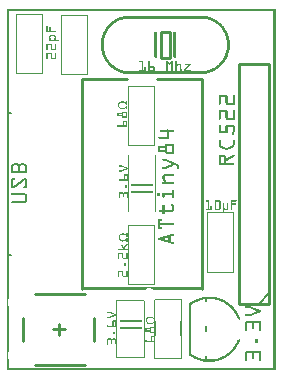
<source format=gto>
G04 MADE WITH FRITZING*
G04 WWW.FRITZING.ORG*
G04 DOUBLE SIDED*
G04 HOLES PLATED*
G04 CONTOUR ON CENTER OF CONTOUR VECTOR*
%ASAXBY*%
%FSLAX23Y23*%
%MOIN*%
%OFA0B0*%
%SFA1.0B1.0*%
%ADD10R,0.078250X0.007611*%
%ADD11R,0.078250X0.007625*%
%ADD12R,0.038714X0.096457X0.019029X0.076772*%
%ADD13C,0.009843*%
%ADD14C,0.010000*%
%ADD15C,0.008000*%
%ADD16C,0.005000*%
%ADD17R,0.001000X0.001000*%
%LNSILK1*%
G90*
G70*
G54D10*
X450Y595D03*
G54D11*
X450Y618D03*
G54D10*
X413Y164D03*
G54D11*
X413Y141D03*
G54D13*
X514Y1128D02*
X543Y1128D01*
X543Y1041D01*
X514Y1041D01*
X514Y1128D01*
D02*
G54D14*
X291Y176D02*
X291Y97D01*
D02*
X95Y255D02*
X262Y255D01*
D02*
X95Y19D02*
X262Y19D01*
D02*
X55Y176D02*
X55Y97D01*
D02*
X173Y156D02*
X173Y117D01*
D02*
X193Y137D02*
X154Y137D01*
G54D15*
D02*
X4Y858D02*
X4Y386D01*
D02*
X4Y858D02*
X14Y858D01*
D02*
X4Y386D02*
X14Y386D01*
D02*
X610Y218D02*
X610Y53D01*
G54D14*
D02*
X875Y223D02*
X875Y1023D01*
D02*
X875Y1023D02*
X775Y1023D01*
D02*
X775Y1023D02*
X775Y223D01*
D02*
X775Y223D02*
X875Y223D01*
G54D16*
D02*
X875Y258D02*
X840Y223D01*
G54D14*
D02*
X250Y973D02*
X250Y273D01*
D02*
X650Y273D02*
X650Y973D01*
D02*
X250Y973D02*
X400Y973D01*
D02*
X500Y973D02*
X650Y973D01*
G54D17*
X0Y1205D02*
X896Y1205D01*
X0Y1204D02*
X896Y1204D01*
X0Y1203D02*
X896Y1203D01*
X0Y1202D02*
X896Y1202D01*
X0Y1201D02*
X896Y1201D01*
X0Y1200D02*
X896Y1200D01*
X0Y1199D02*
X896Y1199D01*
X0Y1198D02*
X896Y1198D01*
X0Y1197D02*
X7Y1197D01*
X889Y1197D02*
X896Y1197D01*
X0Y1196D02*
X7Y1196D01*
X889Y1196D02*
X896Y1196D01*
X0Y1195D02*
X7Y1195D01*
X889Y1195D02*
X896Y1195D01*
X0Y1194D02*
X7Y1194D01*
X889Y1194D02*
X896Y1194D01*
X0Y1193D02*
X7Y1193D01*
X889Y1193D02*
X896Y1193D01*
X0Y1192D02*
X7Y1192D01*
X889Y1192D02*
X896Y1192D01*
X0Y1191D02*
X7Y1191D01*
X889Y1191D02*
X896Y1191D01*
X0Y1190D02*
X7Y1190D01*
X889Y1190D02*
X896Y1190D01*
X0Y1189D02*
X7Y1189D01*
X889Y1189D02*
X896Y1189D01*
X0Y1188D02*
X7Y1188D01*
X30Y1188D02*
X119Y1188D01*
X889Y1188D02*
X896Y1188D01*
X0Y1187D02*
X7Y1187D01*
X30Y1187D02*
X120Y1187D01*
X889Y1187D02*
X896Y1187D01*
X0Y1186D02*
X7Y1186D01*
X30Y1186D02*
X120Y1186D01*
X889Y1186D02*
X896Y1186D01*
X0Y1185D02*
X7Y1185D01*
X30Y1185D02*
X32Y1185D01*
X118Y1185D02*
X120Y1185D01*
X180Y1185D02*
X269Y1185D01*
X889Y1185D02*
X896Y1185D01*
X0Y1184D02*
X7Y1184D01*
X30Y1184D02*
X32Y1184D01*
X118Y1184D02*
X120Y1184D01*
X180Y1184D02*
X269Y1184D01*
X889Y1184D02*
X896Y1184D01*
X0Y1183D02*
X7Y1183D01*
X30Y1183D02*
X32Y1183D01*
X118Y1183D02*
X120Y1183D01*
X180Y1183D02*
X269Y1183D01*
X889Y1183D02*
X896Y1183D01*
X0Y1182D02*
X7Y1182D01*
X30Y1182D02*
X32Y1182D01*
X118Y1182D02*
X120Y1182D01*
X180Y1182D02*
X182Y1182D01*
X268Y1182D02*
X269Y1182D01*
X399Y1182D02*
X658Y1182D01*
X889Y1182D02*
X896Y1182D01*
X0Y1181D02*
X7Y1181D01*
X30Y1181D02*
X32Y1181D01*
X118Y1181D02*
X120Y1181D01*
X180Y1181D02*
X182Y1181D01*
X268Y1181D02*
X269Y1181D01*
X392Y1181D02*
X664Y1181D01*
X889Y1181D02*
X896Y1181D01*
X0Y1180D02*
X7Y1180D01*
X30Y1180D02*
X32Y1180D01*
X118Y1180D02*
X120Y1180D01*
X180Y1180D02*
X182Y1180D01*
X268Y1180D02*
X269Y1180D01*
X387Y1180D02*
X669Y1180D01*
X889Y1180D02*
X896Y1180D01*
X0Y1179D02*
X7Y1179D01*
X30Y1179D02*
X32Y1179D01*
X118Y1179D02*
X120Y1179D01*
X180Y1179D02*
X182Y1179D01*
X268Y1179D02*
X269Y1179D01*
X383Y1179D02*
X673Y1179D01*
X889Y1179D02*
X896Y1179D01*
X0Y1178D02*
X7Y1178D01*
X30Y1178D02*
X32Y1178D01*
X118Y1178D02*
X120Y1178D01*
X180Y1178D02*
X182Y1178D01*
X268Y1178D02*
X269Y1178D01*
X380Y1178D02*
X676Y1178D01*
X889Y1178D02*
X896Y1178D01*
X0Y1177D02*
X7Y1177D01*
X30Y1177D02*
X32Y1177D01*
X118Y1177D02*
X120Y1177D01*
X180Y1177D02*
X182Y1177D01*
X268Y1177D02*
X269Y1177D01*
X377Y1177D02*
X679Y1177D01*
X889Y1177D02*
X896Y1177D01*
X0Y1176D02*
X7Y1176D01*
X30Y1176D02*
X32Y1176D01*
X118Y1176D02*
X120Y1176D01*
X180Y1176D02*
X182Y1176D01*
X268Y1176D02*
X269Y1176D01*
X375Y1176D02*
X681Y1176D01*
X889Y1176D02*
X896Y1176D01*
X0Y1175D02*
X7Y1175D01*
X30Y1175D02*
X32Y1175D01*
X118Y1175D02*
X120Y1175D01*
X180Y1175D02*
X182Y1175D01*
X268Y1175D02*
X269Y1175D01*
X372Y1175D02*
X684Y1175D01*
X889Y1175D02*
X896Y1175D01*
X0Y1174D02*
X7Y1174D01*
X30Y1174D02*
X32Y1174D01*
X118Y1174D02*
X120Y1174D01*
X180Y1174D02*
X182Y1174D01*
X268Y1174D02*
X269Y1174D01*
X370Y1174D02*
X686Y1174D01*
X889Y1174D02*
X896Y1174D01*
X0Y1173D02*
X7Y1173D01*
X30Y1173D02*
X32Y1173D01*
X118Y1173D02*
X120Y1173D01*
X180Y1173D02*
X182Y1173D01*
X268Y1173D02*
X269Y1173D01*
X368Y1173D02*
X688Y1173D01*
X889Y1173D02*
X896Y1173D01*
X0Y1172D02*
X7Y1172D01*
X30Y1172D02*
X32Y1172D01*
X118Y1172D02*
X120Y1172D01*
X180Y1172D02*
X182Y1172D01*
X268Y1172D02*
X269Y1172D01*
X366Y1172D02*
X396Y1172D01*
X660Y1172D02*
X690Y1172D01*
X889Y1172D02*
X896Y1172D01*
X0Y1171D02*
X7Y1171D01*
X30Y1171D02*
X32Y1171D01*
X118Y1171D02*
X120Y1171D01*
X180Y1171D02*
X182Y1171D01*
X268Y1171D02*
X269Y1171D01*
X364Y1171D02*
X390Y1171D01*
X666Y1171D02*
X692Y1171D01*
X889Y1171D02*
X896Y1171D01*
X0Y1170D02*
X7Y1170D01*
X30Y1170D02*
X32Y1170D01*
X118Y1170D02*
X120Y1170D01*
X180Y1170D02*
X182Y1170D01*
X268Y1170D02*
X269Y1170D01*
X362Y1170D02*
X386Y1170D01*
X670Y1170D02*
X694Y1170D01*
X889Y1170D02*
X896Y1170D01*
X0Y1169D02*
X7Y1169D01*
X30Y1169D02*
X32Y1169D01*
X118Y1169D02*
X120Y1169D01*
X180Y1169D02*
X182Y1169D01*
X268Y1169D02*
X269Y1169D01*
X361Y1169D02*
X382Y1169D01*
X674Y1169D02*
X695Y1169D01*
X889Y1169D02*
X896Y1169D01*
X0Y1168D02*
X7Y1168D01*
X30Y1168D02*
X32Y1168D01*
X118Y1168D02*
X120Y1168D01*
X180Y1168D02*
X182Y1168D01*
X268Y1168D02*
X269Y1168D01*
X359Y1168D02*
X380Y1168D01*
X676Y1168D02*
X697Y1168D01*
X889Y1168D02*
X896Y1168D01*
X0Y1167D02*
X7Y1167D01*
X30Y1167D02*
X32Y1167D01*
X118Y1167D02*
X120Y1167D01*
X180Y1167D02*
X182Y1167D01*
X268Y1167D02*
X269Y1167D01*
X357Y1167D02*
X377Y1167D01*
X679Y1167D02*
X699Y1167D01*
X889Y1167D02*
X896Y1167D01*
X0Y1166D02*
X7Y1166D01*
X30Y1166D02*
X32Y1166D01*
X118Y1166D02*
X120Y1166D01*
X180Y1166D02*
X182Y1166D01*
X268Y1166D02*
X269Y1166D01*
X356Y1166D02*
X374Y1166D01*
X682Y1166D02*
X700Y1166D01*
X889Y1166D02*
X896Y1166D01*
X0Y1165D02*
X7Y1165D01*
X30Y1165D02*
X32Y1165D01*
X118Y1165D02*
X120Y1165D01*
X180Y1165D02*
X182Y1165D01*
X268Y1165D02*
X269Y1165D01*
X355Y1165D02*
X372Y1165D01*
X684Y1165D02*
X702Y1165D01*
X889Y1165D02*
X896Y1165D01*
X0Y1164D02*
X7Y1164D01*
X30Y1164D02*
X32Y1164D01*
X118Y1164D02*
X120Y1164D01*
X180Y1164D02*
X182Y1164D01*
X268Y1164D02*
X269Y1164D01*
X353Y1164D02*
X370Y1164D01*
X686Y1164D02*
X703Y1164D01*
X889Y1164D02*
X896Y1164D01*
X0Y1163D02*
X7Y1163D01*
X30Y1163D02*
X32Y1163D01*
X118Y1163D02*
X120Y1163D01*
X180Y1163D02*
X182Y1163D01*
X268Y1163D02*
X269Y1163D01*
X352Y1163D02*
X368Y1163D01*
X688Y1163D02*
X704Y1163D01*
X889Y1163D02*
X896Y1163D01*
X0Y1162D02*
X7Y1162D01*
X30Y1162D02*
X32Y1162D01*
X118Y1162D02*
X120Y1162D01*
X180Y1162D02*
X182Y1162D01*
X268Y1162D02*
X269Y1162D01*
X351Y1162D02*
X366Y1162D01*
X690Y1162D02*
X705Y1162D01*
X889Y1162D02*
X896Y1162D01*
X0Y1161D02*
X7Y1161D01*
X30Y1161D02*
X32Y1161D01*
X118Y1161D02*
X120Y1161D01*
X180Y1161D02*
X182Y1161D01*
X268Y1161D02*
X269Y1161D01*
X349Y1161D02*
X364Y1161D01*
X692Y1161D02*
X707Y1161D01*
X889Y1161D02*
X896Y1161D01*
X0Y1160D02*
X7Y1160D01*
X30Y1160D02*
X32Y1160D01*
X118Y1160D02*
X120Y1160D01*
X180Y1160D02*
X182Y1160D01*
X268Y1160D02*
X269Y1160D01*
X348Y1160D02*
X363Y1160D01*
X693Y1160D02*
X708Y1160D01*
X889Y1160D02*
X896Y1160D01*
X0Y1159D02*
X7Y1159D01*
X30Y1159D02*
X32Y1159D01*
X118Y1159D02*
X120Y1159D01*
X180Y1159D02*
X182Y1159D01*
X268Y1159D02*
X269Y1159D01*
X347Y1159D02*
X361Y1159D01*
X695Y1159D02*
X709Y1159D01*
X889Y1159D02*
X896Y1159D01*
X0Y1158D02*
X7Y1158D01*
X30Y1158D02*
X32Y1158D01*
X118Y1158D02*
X120Y1158D01*
X180Y1158D02*
X182Y1158D01*
X268Y1158D02*
X269Y1158D01*
X346Y1158D02*
X360Y1158D01*
X697Y1158D02*
X710Y1158D01*
X889Y1158D02*
X896Y1158D01*
X0Y1157D02*
X7Y1157D01*
X30Y1157D02*
X32Y1157D01*
X118Y1157D02*
X120Y1157D01*
X180Y1157D02*
X182Y1157D01*
X268Y1157D02*
X269Y1157D01*
X345Y1157D02*
X358Y1157D01*
X698Y1157D02*
X711Y1157D01*
X889Y1157D02*
X896Y1157D01*
X0Y1156D02*
X7Y1156D01*
X30Y1156D02*
X32Y1156D01*
X118Y1156D02*
X120Y1156D01*
X180Y1156D02*
X182Y1156D01*
X268Y1156D02*
X269Y1156D01*
X344Y1156D02*
X357Y1156D01*
X699Y1156D02*
X712Y1156D01*
X889Y1156D02*
X896Y1156D01*
X0Y1155D02*
X7Y1155D01*
X30Y1155D02*
X32Y1155D01*
X118Y1155D02*
X120Y1155D01*
X180Y1155D02*
X182Y1155D01*
X268Y1155D02*
X269Y1155D01*
X343Y1155D02*
X356Y1155D01*
X701Y1155D02*
X713Y1155D01*
X889Y1155D02*
X896Y1155D01*
X0Y1154D02*
X7Y1154D01*
X30Y1154D02*
X32Y1154D01*
X118Y1154D02*
X120Y1154D01*
X180Y1154D02*
X182Y1154D01*
X268Y1154D02*
X269Y1154D01*
X342Y1154D02*
X354Y1154D01*
X702Y1154D02*
X714Y1154D01*
X889Y1154D02*
X896Y1154D01*
X0Y1153D02*
X7Y1153D01*
X30Y1153D02*
X32Y1153D01*
X118Y1153D02*
X120Y1153D01*
X180Y1153D02*
X182Y1153D01*
X268Y1153D02*
X269Y1153D01*
X341Y1153D02*
X353Y1153D01*
X703Y1153D02*
X715Y1153D01*
X889Y1153D02*
X896Y1153D01*
X0Y1152D02*
X7Y1152D01*
X30Y1152D02*
X32Y1152D01*
X118Y1152D02*
X120Y1152D01*
X180Y1152D02*
X182Y1152D01*
X268Y1152D02*
X269Y1152D01*
X340Y1152D02*
X352Y1152D01*
X704Y1152D02*
X716Y1152D01*
X889Y1152D02*
X896Y1152D01*
X0Y1151D02*
X7Y1151D01*
X30Y1151D02*
X32Y1151D01*
X118Y1151D02*
X120Y1151D01*
X180Y1151D02*
X182Y1151D01*
X268Y1151D02*
X269Y1151D01*
X339Y1151D02*
X351Y1151D01*
X705Y1151D02*
X717Y1151D01*
X889Y1151D02*
X896Y1151D01*
X0Y1150D02*
X7Y1150D01*
X30Y1150D02*
X32Y1150D01*
X118Y1150D02*
X120Y1150D01*
X180Y1150D02*
X182Y1150D01*
X268Y1150D02*
X269Y1150D01*
X338Y1150D02*
X350Y1150D01*
X706Y1150D02*
X718Y1150D01*
X889Y1150D02*
X896Y1150D01*
X0Y1149D02*
X7Y1149D01*
X30Y1149D02*
X32Y1149D01*
X118Y1149D02*
X120Y1149D01*
X133Y1149D02*
X134Y1149D01*
X180Y1149D02*
X182Y1149D01*
X268Y1149D02*
X269Y1149D01*
X337Y1149D02*
X349Y1149D01*
X707Y1149D02*
X719Y1149D01*
X889Y1149D02*
X896Y1149D01*
X0Y1148D02*
X7Y1148D01*
X30Y1148D02*
X32Y1148D01*
X118Y1148D02*
X120Y1148D01*
X132Y1148D02*
X135Y1148D01*
X180Y1148D02*
X182Y1148D01*
X268Y1148D02*
X269Y1148D01*
X336Y1148D02*
X347Y1148D01*
X709Y1148D02*
X720Y1148D01*
X889Y1148D02*
X896Y1148D01*
X0Y1147D02*
X7Y1147D01*
X30Y1147D02*
X32Y1147D01*
X118Y1147D02*
X120Y1147D01*
X132Y1147D02*
X135Y1147D01*
X180Y1147D02*
X182Y1147D01*
X268Y1147D02*
X269Y1147D01*
X335Y1147D02*
X346Y1147D01*
X710Y1147D02*
X721Y1147D01*
X889Y1147D02*
X896Y1147D01*
X0Y1146D02*
X7Y1146D01*
X30Y1146D02*
X32Y1146D01*
X118Y1146D02*
X120Y1146D01*
X132Y1146D02*
X135Y1146D01*
X180Y1146D02*
X182Y1146D01*
X268Y1146D02*
X269Y1146D01*
X334Y1146D02*
X346Y1146D01*
X710Y1146D02*
X722Y1146D01*
X889Y1146D02*
X896Y1146D01*
X0Y1145D02*
X7Y1145D01*
X30Y1145D02*
X32Y1145D01*
X118Y1145D02*
X120Y1145D01*
X132Y1145D02*
X135Y1145D01*
X144Y1145D02*
X144Y1145D01*
X180Y1145D02*
X182Y1145D01*
X268Y1145D02*
X269Y1145D01*
X334Y1145D02*
X345Y1145D01*
X711Y1145D02*
X722Y1145D01*
X889Y1145D02*
X896Y1145D01*
X0Y1144D02*
X7Y1144D01*
X30Y1144D02*
X32Y1144D01*
X118Y1144D02*
X120Y1144D01*
X132Y1144D02*
X135Y1144D01*
X143Y1144D02*
X145Y1144D01*
X180Y1144D02*
X182Y1144D01*
X268Y1144D02*
X269Y1144D01*
X333Y1144D02*
X344Y1144D01*
X712Y1144D02*
X723Y1144D01*
X889Y1144D02*
X896Y1144D01*
X0Y1143D02*
X7Y1143D01*
X30Y1143D02*
X32Y1143D01*
X118Y1143D02*
X120Y1143D01*
X132Y1143D02*
X135Y1143D01*
X142Y1143D02*
X146Y1143D01*
X180Y1143D02*
X182Y1143D01*
X268Y1143D02*
X269Y1143D01*
X332Y1143D02*
X343Y1143D01*
X713Y1143D02*
X724Y1143D01*
X889Y1143D02*
X896Y1143D01*
X0Y1142D02*
X7Y1142D01*
X30Y1142D02*
X32Y1142D01*
X118Y1142D02*
X120Y1142D01*
X132Y1142D02*
X135Y1142D01*
X142Y1142D02*
X146Y1142D01*
X180Y1142D02*
X182Y1142D01*
X268Y1142D02*
X269Y1142D01*
X332Y1142D02*
X342Y1142D01*
X714Y1142D02*
X724Y1142D01*
X889Y1142D02*
X896Y1142D01*
X0Y1141D02*
X7Y1141D01*
X30Y1141D02*
X32Y1141D01*
X118Y1141D02*
X120Y1141D01*
X132Y1141D02*
X135Y1141D01*
X142Y1141D02*
X146Y1141D01*
X180Y1141D02*
X182Y1141D01*
X268Y1141D02*
X269Y1141D01*
X331Y1141D02*
X341Y1141D01*
X715Y1141D02*
X725Y1141D01*
X889Y1141D02*
X896Y1141D01*
X0Y1140D02*
X7Y1140D01*
X30Y1140D02*
X32Y1140D01*
X118Y1140D02*
X120Y1140D01*
X132Y1140D02*
X135Y1140D01*
X142Y1140D02*
X146Y1140D01*
X180Y1140D02*
X182Y1140D01*
X268Y1140D02*
X269Y1140D01*
X330Y1140D02*
X340Y1140D01*
X716Y1140D02*
X726Y1140D01*
X889Y1140D02*
X896Y1140D01*
X0Y1139D02*
X7Y1139D01*
X30Y1139D02*
X32Y1139D01*
X118Y1139D02*
X120Y1139D01*
X132Y1139D02*
X135Y1139D01*
X142Y1139D02*
X146Y1139D01*
X180Y1139D02*
X182Y1139D01*
X268Y1139D02*
X269Y1139D01*
X329Y1139D02*
X340Y1139D01*
X716Y1139D02*
X727Y1139D01*
X889Y1139D02*
X896Y1139D01*
X0Y1138D02*
X7Y1138D01*
X30Y1138D02*
X32Y1138D01*
X118Y1138D02*
X120Y1138D01*
X132Y1138D02*
X135Y1138D01*
X142Y1138D02*
X146Y1138D01*
X180Y1138D02*
X182Y1138D01*
X268Y1138D02*
X269Y1138D01*
X329Y1138D02*
X339Y1138D01*
X717Y1138D02*
X727Y1138D01*
X889Y1138D02*
X896Y1138D01*
X0Y1137D02*
X7Y1137D01*
X30Y1137D02*
X32Y1137D01*
X118Y1137D02*
X120Y1137D01*
X132Y1137D02*
X135Y1137D01*
X142Y1137D02*
X146Y1137D01*
X180Y1137D02*
X182Y1137D01*
X268Y1137D02*
X269Y1137D01*
X328Y1137D02*
X338Y1137D01*
X718Y1137D02*
X728Y1137D01*
X889Y1137D02*
X896Y1137D01*
X0Y1136D02*
X7Y1136D01*
X30Y1136D02*
X32Y1136D01*
X118Y1136D02*
X120Y1136D01*
X132Y1136D02*
X135Y1136D01*
X142Y1136D02*
X146Y1136D01*
X180Y1136D02*
X182Y1136D01*
X268Y1136D02*
X269Y1136D01*
X328Y1136D02*
X338Y1136D01*
X718Y1136D02*
X728Y1136D01*
X889Y1136D02*
X896Y1136D01*
X0Y1135D02*
X7Y1135D01*
X30Y1135D02*
X32Y1135D01*
X118Y1135D02*
X120Y1135D01*
X132Y1135D02*
X135Y1135D01*
X142Y1135D02*
X146Y1135D01*
X180Y1135D02*
X182Y1135D01*
X268Y1135D02*
X269Y1135D01*
X327Y1135D02*
X337Y1135D01*
X719Y1135D02*
X729Y1135D01*
X889Y1135D02*
X896Y1135D01*
X0Y1134D02*
X7Y1134D01*
X30Y1134D02*
X32Y1134D01*
X118Y1134D02*
X120Y1134D01*
X132Y1134D02*
X135Y1134D01*
X142Y1134D02*
X146Y1134D01*
X180Y1134D02*
X182Y1134D01*
X268Y1134D02*
X269Y1134D01*
X326Y1134D02*
X336Y1134D01*
X720Y1134D02*
X730Y1134D01*
X889Y1134D02*
X896Y1134D01*
X0Y1133D02*
X7Y1133D01*
X30Y1133D02*
X32Y1133D01*
X118Y1133D02*
X120Y1133D01*
X132Y1133D02*
X135Y1133D01*
X142Y1133D02*
X146Y1133D01*
X180Y1133D02*
X182Y1133D01*
X268Y1133D02*
X269Y1133D01*
X326Y1133D02*
X336Y1133D01*
X720Y1133D02*
X730Y1133D01*
X889Y1133D02*
X896Y1133D01*
X0Y1132D02*
X7Y1132D01*
X30Y1132D02*
X32Y1132D01*
X118Y1132D02*
X120Y1132D01*
X132Y1132D02*
X163Y1132D01*
X180Y1132D02*
X182Y1132D01*
X268Y1132D02*
X269Y1132D01*
X325Y1132D02*
X335Y1132D01*
X721Y1132D02*
X731Y1132D01*
X889Y1132D02*
X896Y1132D01*
X0Y1131D02*
X7Y1131D01*
X30Y1131D02*
X32Y1131D01*
X118Y1131D02*
X120Y1131D01*
X132Y1131D02*
X163Y1131D01*
X180Y1131D02*
X182Y1131D01*
X268Y1131D02*
X269Y1131D01*
X325Y1131D02*
X334Y1131D01*
X722Y1131D02*
X731Y1131D01*
X889Y1131D02*
X896Y1131D01*
X0Y1130D02*
X7Y1130D01*
X30Y1130D02*
X32Y1130D01*
X118Y1130D02*
X120Y1130D01*
X132Y1130D02*
X163Y1130D01*
X180Y1130D02*
X182Y1130D01*
X268Y1130D02*
X269Y1130D01*
X324Y1130D02*
X334Y1130D01*
X722Y1130D02*
X732Y1130D01*
X889Y1130D02*
X896Y1130D01*
X0Y1129D02*
X7Y1129D01*
X30Y1129D02*
X32Y1129D01*
X118Y1129D02*
X120Y1129D01*
X132Y1129D02*
X162Y1129D01*
X180Y1129D02*
X182Y1129D01*
X268Y1129D02*
X269Y1129D01*
X324Y1129D02*
X333Y1129D01*
X495Y1129D02*
X498Y1129D01*
X558Y1129D02*
X561Y1129D01*
X723Y1129D02*
X732Y1129D01*
X889Y1129D02*
X896Y1129D01*
X0Y1128D02*
X7Y1128D01*
X30Y1128D02*
X32Y1128D01*
X118Y1128D02*
X120Y1128D01*
X180Y1128D02*
X182Y1128D01*
X268Y1128D02*
X269Y1128D01*
X323Y1128D02*
X333Y1128D01*
X494Y1128D02*
X499Y1128D01*
X557Y1128D02*
X562Y1128D01*
X723Y1128D02*
X733Y1128D01*
X889Y1128D02*
X896Y1128D01*
X0Y1127D02*
X7Y1127D01*
X30Y1127D02*
X32Y1127D01*
X118Y1127D02*
X120Y1127D01*
X180Y1127D02*
X182Y1127D01*
X268Y1127D02*
X269Y1127D01*
X323Y1127D02*
X332Y1127D01*
X493Y1127D02*
X500Y1127D01*
X556Y1127D02*
X563Y1127D01*
X724Y1127D02*
X733Y1127D01*
X889Y1127D02*
X896Y1127D01*
X0Y1126D02*
X7Y1126D01*
X30Y1126D02*
X32Y1126D01*
X118Y1126D02*
X120Y1126D01*
X180Y1126D02*
X182Y1126D01*
X268Y1126D02*
X269Y1126D01*
X322Y1126D02*
X332Y1126D01*
X492Y1126D02*
X501Y1126D01*
X555Y1126D02*
X564Y1126D01*
X724Y1126D02*
X734Y1126D01*
X889Y1126D02*
X896Y1126D01*
X0Y1125D02*
X7Y1125D01*
X30Y1125D02*
X32Y1125D01*
X118Y1125D02*
X120Y1125D01*
X180Y1125D02*
X182Y1125D01*
X268Y1125D02*
X269Y1125D01*
X322Y1125D02*
X331Y1125D01*
X492Y1125D02*
X501Y1125D01*
X555Y1125D02*
X564Y1125D01*
X725Y1125D02*
X734Y1125D01*
X889Y1125D02*
X896Y1125D01*
X0Y1124D02*
X7Y1124D01*
X30Y1124D02*
X32Y1124D01*
X118Y1124D02*
X120Y1124D01*
X180Y1124D02*
X182Y1124D01*
X268Y1124D02*
X269Y1124D01*
X321Y1124D02*
X331Y1124D01*
X492Y1124D02*
X501Y1124D01*
X555Y1124D02*
X564Y1124D01*
X725Y1124D02*
X735Y1124D01*
X889Y1124D02*
X896Y1124D01*
X0Y1123D02*
X7Y1123D01*
X30Y1123D02*
X32Y1123D01*
X118Y1123D02*
X120Y1123D01*
X180Y1123D02*
X182Y1123D01*
X268Y1123D02*
X269Y1123D01*
X321Y1123D02*
X330Y1123D01*
X492Y1123D02*
X501Y1123D01*
X555Y1123D02*
X564Y1123D01*
X726Y1123D02*
X735Y1123D01*
X889Y1123D02*
X896Y1123D01*
X0Y1122D02*
X7Y1122D01*
X30Y1122D02*
X32Y1122D01*
X118Y1122D02*
X120Y1122D01*
X180Y1122D02*
X182Y1122D01*
X268Y1122D02*
X269Y1122D01*
X320Y1122D02*
X330Y1122D01*
X492Y1122D02*
X501Y1122D01*
X555Y1122D02*
X564Y1122D01*
X726Y1122D02*
X736Y1122D01*
X889Y1122D02*
X896Y1122D01*
X0Y1121D02*
X7Y1121D01*
X30Y1121D02*
X32Y1121D01*
X118Y1121D02*
X120Y1121D01*
X180Y1121D02*
X182Y1121D01*
X268Y1121D02*
X269Y1121D01*
X320Y1121D02*
X329Y1121D01*
X492Y1121D02*
X501Y1121D01*
X555Y1121D02*
X564Y1121D01*
X727Y1121D02*
X736Y1121D01*
X889Y1121D02*
X896Y1121D01*
X0Y1120D02*
X7Y1120D01*
X30Y1120D02*
X32Y1120D01*
X118Y1120D02*
X120Y1120D01*
X180Y1120D02*
X182Y1120D01*
X268Y1120D02*
X269Y1120D01*
X320Y1120D02*
X329Y1120D01*
X492Y1120D02*
X501Y1120D01*
X555Y1120D02*
X564Y1120D01*
X727Y1120D02*
X736Y1120D01*
X889Y1120D02*
X896Y1120D01*
X0Y1119D02*
X7Y1119D01*
X30Y1119D02*
X32Y1119D01*
X118Y1119D02*
X120Y1119D01*
X147Y1119D02*
X157Y1119D01*
X180Y1119D02*
X182Y1119D01*
X268Y1119D02*
X269Y1119D01*
X319Y1119D02*
X328Y1119D01*
X492Y1119D02*
X501Y1119D01*
X555Y1119D02*
X564Y1119D01*
X728Y1119D02*
X737Y1119D01*
X889Y1119D02*
X896Y1119D01*
X0Y1118D02*
X7Y1118D01*
X30Y1118D02*
X32Y1118D01*
X118Y1118D02*
X120Y1118D01*
X145Y1118D02*
X159Y1118D01*
X180Y1118D02*
X182Y1118D01*
X268Y1118D02*
X269Y1118D01*
X319Y1118D02*
X328Y1118D01*
X492Y1118D02*
X501Y1118D01*
X555Y1118D02*
X564Y1118D01*
X728Y1118D02*
X737Y1118D01*
X889Y1118D02*
X896Y1118D01*
X0Y1117D02*
X7Y1117D01*
X30Y1117D02*
X32Y1117D01*
X118Y1117D02*
X120Y1117D01*
X144Y1117D02*
X160Y1117D01*
X180Y1117D02*
X182Y1117D01*
X268Y1117D02*
X269Y1117D01*
X319Y1117D02*
X328Y1117D01*
X492Y1117D02*
X501Y1117D01*
X555Y1117D02*
X564Y1117D01*
X728Y1117D02*
X737Y1117D01*
X889Y1117D02*
X896Y1117D01*
X0Y1116D02*
X7Y1116D01*
X30Y1116D02*
X32Y1116D01*
X118Y1116D02*
X120Y1116D01*
X143Y1116D02*
X160Y1116D01*
X180Y1116D02*
X182Y1116D01*
X268Y1116D02*
X269Y1116D01*
X318Y1116D02*
X327Y1116D01*
X492Y1116D02*
X501Y1116D01*
X555Y1116D02*
X564Y1116D01*
X729Y1116D02*
X738Y1116D01*
X889Y1116D02*
X896Y1116D01*
X0Y1115D02*
X7Y1115D01*
X30Y1115D02*
X32Y1115D01*
X118Y1115D02*
X120Y1115D01*
X142Y1115D02*
X147Y1115D01*
X156Y1115D02*
X161Y1115D01*
X180Y1115D02*
X182Y1115D01*
X268Y1115D02*
X269Y1115D01*
X318Y1115D02*
X327Y1115D01*
X492Y1115D02*
X501Y1115D01*
X555Y1115D02*
X564Y1115D01*
X729Y1115D02*
X738Y1115D01*
X889Y1115D02*
X896Y1115D01*
X0Y1114D02*
X7Y1114D01*
X30Y1114D02*
X32Y1114D01*
X118Y1114D02*
X120Y1114D01*
X142Y1114D02*
X146Y1114D01*
X158Y1114D02*
X162Y1114D01*
X180Y1114D02*
X182Y1114D01*
X268Y1114D02*
X269Y1114D01*
X318Y1114D02*
X327Y1114D01*
X492Y1114D02*
X501Y1114D01*
X555Y1114D02*
X564Y1114D01*
X729Y1114D02*
X739Y1114D01*
X889Y1114D02*
X896Y1114D01*
X0Y1113D02*
X7Y1113D01*
X30Y1113D02*
X32Y1113D01*
X118Y1113D02*
X120Y1113D01*
X141Y1113D02*
X145Y1113D01*
X159Y1113D02*
X163Y1113D01*
X180Y1113D02*
X182Y1113D01*
X268Y1113D02*
X269Y1113D01*
X317Y1113D02*
X326Y1113D01*
X492Y1113D02*
X501Y1113D01*
X555Y1113D02*
X564Y1113D01*
X730Y1113D02*
X739Y1113D01*
X889Y1113D02*
X896Y1113D01*
X0Y1112D02*
X7Y1112D01*
X30Y1112D02*
X33Y1112D01*
X117Y1112D02*
X120Y1112D01*
X140Y1112D02*
X144Y1112D01*
X159Y1112D02*
X164Y1112D01*
X180Y1112D02*
X182Y1112D01*
X268Y1112D02*
X269Y1112D01*
X317Y1112D02*
X326Y1112D01*
X492Y1112D02*
X501Y1112D01*
X555Y1112D02*
X564Y1112D01*
X730Y1112D02*
X739Y1112D01*
X889Y1112D02*
X896Y1112D01*
X0Y1111D02*
X7Y1111D01*
X30Y1111D02*
X33Y1111D01*
X117Y1111D02*
X120Y1111D01*
X140Y1111D02*
X144Y1111D01*
X160Y1111D02*
X164Y1111D01*
X180Y1111D02*
X182Y1111D01*
X268Y1111D02*
X269Y1111D01*
X317Y1111D02*
X326Y1111D01*
X492Y1111D02*
X501Y1111D01*
X555Y1111D02*
X564Y1111D01*
X730Y1111D02*
X739Y1111D01*
X889Y1111D02*
X896Y1111D01*
X0Y1110D02*
X7Y1110D01*
X30Y1110D02*
X33Y1110D01*
X117Y1110D02*
X120Y1110D01*
X140Y1110D02*
X143Y1110D01*
X161Y1110D02*
X164Y1110D01*
X180Y1110D02*
X182Y1110D01*
X268Y1110D02*
X269Y1110D01*
X316Y1110D02*
X325Y1110D01*
X492Y1110D02*
X501Y1110D01*
X555Y1110D02*
X564Y1110D01*
X731Y1110D02*
X740Y1110D01*
X889Y1110D02*
X896Y1110D01*
X0Y1109D02*
X7Y1109D01*
X30Y1109D02*
X33Y1109D01*
X117Y1109D02*
X120Y1109D01*
X140Y1109D02*
X143Y1109D01*
X161Y1109D02*
X164Y1109D01*
X180Y1109D02*
X183Y1109D01*
X266Y1109D02*
X269Y1109D01*
X316Y1109D02*
X325Y1109D01*
X492Y1109D02*
X501Y1109D01*
X555Y1109D02*
X564Y1109D01*
X731Y1109D02*
X740Y1109D01*
X889Y1109D02*
X896Y1109D01*
X0Y1108D02*
X7Y1108D01*
X30Y1108D02*
X33Y1108D01*
X117Y1108D02*
X120Y1108D01*
X140Y1108D02*
X143Y1108D01*
X161Y1108D02*
X164Y1108D01*
X180Y1108D02*
X183Y1108D01*
X266Y1108D02*
X269Y1108D01*
X316Y1108D02*
X325Y1108D01*
X492Y1108D02*
X501Y1108D01*
X555Y1108D02*
X564Y1108D01*
X731Y1108D02*
X740Y1108D01*
X889Y1108D02*
X896Y1108D01*
X0Y1107D02*
X7Y1107D01*
X30Y1107D02*
X33Y1107D01*
X117Y1107D02*
X120Y1107D01*
X140Y1107D02*
X144Y1107D01*
X160Y1107D02*
X164Y1107D01*
X180Y1107D02*
X183Y1107D01*
X266Y1107D02*
X269Y1107D01*
X316Y1107D02*
X325Y1107D01*
X492Y1107D02*
X501Y1107D01*
X555Y1107D02*
X564Y1107D01*
X731Y1107D02*
X740Y1107D01*
X889Y1107D02*
X896Y1107D01*
X0Y1106D02*
X7Y1106D01*
X30Y1106D02*
X33Y1106D01*
X117Y1106D02*
X120Y1106D01*
X140Y1106D02*
X145Y1106D01*
X159Y1106D02*
X163Y1106D01*
X180Y1106D02*
X183Y1106D01*
X266Y1106D02*
X269Y1106D01*
X315Y1106D02*
X324Y1106D01*
X492Y1106D02*
X501Y1106D01*
X555Y1106D02*
X564Y1106D01*
X732Y1106D02*
X741Y1106D01*
X889Y1106D02*
X896Y1106D01*
X0Y1105D02*
X7Y1105D01*
X30Y1105D02*
X33Y1105D01*
X117Y1105D02*
X120Y1105D01*
X141Y1105D02*
X146Y1105D01*
X158Y1105D02*
X163Y1105D01*
X180Y1105D02*
X183Y1105D01*
X266Y1105D02*
X269Y1105D01*
X315Y1105D02*
X324Y1105D01*
X492Y1105D02*
X501Y1105D01*
X555Y1105D02*
X564Y1105D01*
X732Y1105D02*
X741Y1105D01*
X889Y1105D02*
X896Y1105D01*
X0Y1104D02*
X7Y1104D01*
X30Y1104D02*
X33Y1104D01*
X117Y1104D02*
X120Y1104D01*
X142Y1104D02*
X147Y1104D01*
X157Y1104D02*
X162Y1104D01*
X180Y1104D02*
X183Y1104D01*
X266Y1104D02*
X269Y1104D01*
X315Y1104D02*
X324Y1104D01*
X492Y1104D02*
X501Y1104D01*
X555Y1104D02*
X564Y1104D01*
X732Y1104D02*
X741Y1104D01*
X889Y1104D02*
X896Y1104D01*
X0Y1103D02*
X7Y1103D01*
X30Y1103D02*
X33Y1103D01*
X117Y1103D02*
X120Y1103D01*
X142Y1103D02*
X148Y1103D01*
X156Y1103D02*
X162Y1103D01*
X180Y1103D02*
X183Y1103D01*
X266Y1103D02*
X269Y1103D01*
X315Y1103D02*
X324Y1103D01*
X492Y1103D02*
X501Y1103D01*
X555Y1103D02*
X564Y1103D01*
X732Y1103D02*
X741Y1103D01*
X889Y1103D02*
X896Y1103D01*
X0Y1102D02*
X7Y1102D01*
X30Y1102D02*
X33Y1102D01*
X117Y1102D02*
X120Y1102D01*
X140Y1102D02*
X172Y1102D01*
X180Y1102D02*
X183Y1102D01*
X266Y1102D02*
X269Y1102D01*
X315Y1102D02*
X323Y1102D01*
X492Y1102D02*
X501Y1102D01*
X555Y1102D02*
X564Y1102D01*
X733Y1102D02*
X741Y1102D01*
X889Y1102D02*
X896Y1102D01*
X0Y1101D02*
X7Y1101D01*
X30Y1101D02*
X33Y1101D01*
X117Y1101D02*
X120Y1101D01*
X140Y1101D02*
X172Y1101D01*
X180Y1101D02*
X183Y1101D01*
X266Y1101D02*
X269Y1101D01*
X314Y1101D02*
X323Y1101D01*
X492Y1101D02*
X501Y1101D01*
X555Y1101D02*
X564Y1101D01*
X733Y1101D02*
X742Y1101D01*
X889Y1101D02*
X896Y1101D01*
X0Y1100D02*
X7Y1100D01*
X30Y1100D02*
X33Y1100D01*
X117Y1100D02*
X120Y1100D01*
X140Y1100D02*
X172Y1100D01*
X180Y1100D02*
X183Y1100D01*
X266Y1100D02*
X269Y1100D01*
X314Y1100D02*
X323Y1100D01*
X492Y1100D02*
X501Y1100D01*
X555Y1100D02*
X564Y1100D01*
X733Y1100D02*
X742Y1100D01*
X889Y1100D02*
X896Y1100D01*
X0Y1099D02*
X7Y1099D01*
X30Y1099D02*
X33Y1099D01*
X117Y1099D02*
X120Y1099D01*
X141Y1099D02*
X171Y1099D01*
X180Y1099D02*
X183Y1099D01*
X266Y1099D02*
X269Y1099D01*
X314Y1099D02*
X323Y1099D01*
X492Y1099D02*
X501Y1099D01*
X555Y1099D02*
X564Y1099D01*
X733Y1099D02*
X742Y1099D01*
X889Y1099D02*
X896Y1099D01*
X0Y1098D02*
X7Y1098D01*
X30Y1098D02*
X33Y1098D01*
X117Y1098D02*
X120Y1098D01*
X180Y1098D02*
X183Y1098D01*
X266Y1098D02*
X269Y1098D01*
X314Y1098D02*
X323Y1098D01*
X492Y1098D02*
X501Y1098D01*
X555Y1098D02*
X564Y1098D01*
X733Y1098D02*
X742Y1098D01*
X889Y1098D02*
X896Y1098D01*
X0Y1097D02*
X7Y1097D01*
X30Y1097D02*
X33Y1097D01*
X117Y1097D02*
X120Y1097D01*
X180Y1097D02*
X183Y1097D01*
X266Y1097D02*
X269Y1097D01*
X314Y1097D02*
X323Y1097D01*
X492Y1097D02*
X501Y1097D01*
X555Y1097D02*
X564Y1097D01*
X733Y1097D02*
X742Y1097D01*
X889Y1097D02*
X896Y1097D01*
X0Y1096D02*
X7Y1096D01*
X30Y1096D02*
X33Y1096D01*
X117Y1096D02*
X120Y1096D01*
X180Y1096D02*
X183Y1096D01*
X266Y1096D02*
X269Y1096D01*
X314Y1096D02*
X323Y1096D01*
X492Y1096D02*
X501Y1096D01*
X555Y1096D02*
X564Y1096D01*
X733Y1096D02*
X742Y1096D01*
X889Y1096D02*
X896Y1096D01*
X0Y1095D02*
X7Y1095D01*
X30Y1095D02*
X33Y1095D01*
X117Y1095D02*
X120Y1095D01*
X180Y1095D02*
X183Y1095D01*
X266Y1095D02*
X269Y1095D01*
X314Y1095D02*
X322Y1095D01*
X492Y1095D02*
X501Y1095D01*
X555Y1095D02*
X564Y1095D01*
X734Y1095D02*
X742Y1095D01*
X889Y1095D02*
X896Y1095D01*
X0Y1094D02*
X7Y1094D01*
X30Y1094D02*
X33Y1094D01*
X117Y1094D02*
X120Y1094D01*
X180Y1094D02*
X183Y1094D01*
X266Y1094D02*
X269Y1094D01*
X314Y1094D02*
X322Y1094D01*
X492Y1094D02*
X501Y1094D01*
X555Y1094D02*
X564Y1094D01*
X734Y1094D02*
X742Y1094D01*
X889Y1094D02*
X896Y1094D01*
X0Y1093D02*
X7Y1093D01*
X30Y1093D02*
X33Y1093D01*
X117Y1093D02*
X120Y1093D01*
X180Y1093D02*
X183Y1093D01*
X266Y1093D02*
X269Y1093D01*
X313Y1093D02*
X322Y1093D01*
X492Y1093D02*
X501Y1093D01*
X555Y1093D02*
X564Y1093D01*
X734Y1093D02*
X743Y1093D01*
X889Y1093D02*
X896Y1093D01*
X0Y1092D02*
X7Y1092D01*
X30Y1092D02*
X33Y1092D01*
X117Y1092D02*
X120Y1092D01*
X180Y1092D02*
X183Y1092D01*
X266Y1092D02*
X269Y1092D01*
X313Y1092D02*
X322Y1092D01*
X492Y1092D02*
X501Y1092D01*
X555Y1092D02*
X564Y1092D01*
X734Y1092D02*
X743Y1092D01*
X889Y1092D02*
X896Y1092D01*
X0Y1091D02*
X7Y1091D01*
X30Y1091D02*
X33Y1091D01*
X117Y1091D02*
X120Y1091D01*
X180Y1091D02*
X183Y1091D01*
X266Y1091D02*
X269Y1091D01*
X313Y1091D02*
X322Y1091D01*
X492Y1091D02*
X501Y1091D01*
X555Y1091D02*
X564Y1091D01*
X734Y1091D02*
X743Y1091D01*
X889Y1091D02*
X896Y1091D01*
X0Y1090D02*
X7Y1090D01*
X30Y1090D02*
X33Y1090D01*
X117Y1090D02*
X120Y1090D01*
X180Y1090D02*
X183Y1090D01*
X266Y1090D02*
X269Y1090D01*
X313Y1090D02*
X322Y1090D01*
X492Y1090D02*
X501Y1090D01*
X555Y1090D02*
X564Y1090D01*
X734Y1090D02*
X743Y1090D01*
X889Y1090D02*
X896Y1090D01*
X0Y1089D02*
X7Y1089D01*
X30Y1089D02*
X33Y1089D01*
X117Y1089D02*
X120Y1089D01*
X134Y1089D02*
X146Y1089D01*
X161Y1089D02*
X162Y1089D01*
X180Y1089D02*
X183Y1089D01*
X266Y1089D02*
X269Y1089D01*
X313Y1089D02*
X322Y1089D01*
X492Y1089D02*
X501Y1089D01*
X555Y1089D02*
X564Y1089D01*
X734Y1089D02*
X743Y1089D01*
X889Y1089D02*
X896Y1089D01*
X0Y1088D02*
X7Y1088D01*
X30Y1088D02*
X33Y1088D01*
X117Y1088D02*
X120Y1088D01*
X133Y1088D02*
X148Y1088D01*
X160Y1088D02*
X163Y1088D01*
X180Y1088D02*
X183Y1088D01*
X266Y1088D02*
X269Y1088D01*
X313Y1088D02*
X322Y1088D01*
X492Y1088D02*
X501Y1088D01*
X555Y1088D02*
X564Y1088D01*
X734Y1088D02*
X743Y1088D01*
X889Y1088D02*
X896Y1088D01*
X0Y1087D02*
X7Y1087D01*
X30Y1087D02*
X33Y1087D01*
X117Y1087D02*
X120Y1087D01*
X132Y1087D02*
X149Y1087D01*
X160Y1087D02*
X163Y1087D01*
X180Y1087D02*
X183Y1087D01*
X266Y1087D02*
X269Y1087D01*
X313Y1087D02*
X322Y1087D01*
X492Y1087D02*
X501Y1087D01*
X555Y1087D02*
X564Y1087D01*
X734Y1087D02*
X743Y1087D01*
X889Y1087D02*
X896Y1087D01*
X0Y1086D02*
X7Y1086D01*
X30Y1086D02*
X33Y1086D01*
X117Y1086D02*
X120Y1086D01*
X132Y1086D02*
X149Y1086D01*
X160Y1086D02*
X163Y1086D01*
X180Y1086D02*
X183Y1086D01*
X266Y1086D02*
X269Y1086D01*
X313Y1086D02*
X322Y1086D01*
X492Y1086D02*
X501Y1086D01*
X555Y1086D02*
X564Y1086D01*
X734Y1086D02*
X743Y1086D01*
X889Y1086D02*
X896Y1086D01*
X0Y1085D02*
X7Y1085D01*
X30Y1085D02*
X33Y1085D01*
X117Y1085D02*
X120Y1085D01*
X132Y1085D02*
X135Y1085D01*
X146Y1085D02*
X149Y1085D01*
X160Y1085D02*
X163Y1085D01*
X180Y1085D02*
X183Y1085D01*
X266Y1085D02*
X269Y1085D01*
X313Y1085D02*
X322Y1085D01*
X492Y1085D02*
X501Y1085D01*
X555Y1085D02*
X564Y1085D01*
X734Y1085D02*
X743Y1085D01*
X889Y1085D02*
X896Y1085D01*
X0Y1084D02*
X7Y1084D01*
X30Y1084D02*
X33Y1084D01*
X117Y1084D02*
X120Y1084D01*
X132Y1084D02*
X135Y1084D01*
X146Y1084D02*
X149Y1084D01*
X160Y1084D02*
X163Y1084D01*
X180Y1084D02*
X183Y1084D01*
X266Y1084D02*
X269Y1084D01*
X313Y1084D02*
X322Y1084D01*
X492Y1084D02*
X501Y1084D01*
X555Y1084D02*
X564Y1084D01*
X734Y1084D02*
X743Y1084D01*
X889Y1084D02*
X896Y1084D01*
X0Y1083D02*
X7Y1083D01*
X30Y1083D02*
X33Y1083D01*
X117Y1083D02*
X120Y1083D01*
X132Y1083D02*
X135Y1083D01*
X146Y1083D02*
X149Y1083D01*
X160Y1083D02*
X163Y1083D01*
X180Y1083D02*
X183Y1083D01*
X266Y1083D02*
X269Y1083D01*
X313Y1083D02*
X322Y1083D01*
X492Y1083D02*
X501Y1083D01*
X555Y1083D02*
X564Y1083D01*
X734Y1083D02*
X743Y1083D01*
X889Y1083D02*
X896Y1083D01*
X0Y1082D02*
X7Y1082D01*
X30Y1082D02*
X33Y1082D01*
X117Y1082D02*
X120Y1082D01*
X132Y1082D02*
X135Y1082D01*
X146Y1082D02*
X149Y1082D01*
X160Y1082D02*
X163Y1082D01*
X180Y1082D02*
X183Y1082D01*
X266Y1082D02*
X269Y1082D01*
X313Y1082D02*
X322Y1082D01*
X492Y1082D02*
X501Y1082D01*
X555Y1082D02*
X564Y1082D01*
X734Y1082D02*
X743Y1082D01*
X889Y1082D02*
X896Y1082D01*
X0Y1081D02*
X7Y1081D01*
X30Y1081D02*
X33Y1081D01*
X117Y1081D02*
X120Y1081D01*
X132Y1081D02*
X135Y1081D01*
X146Y1081D02*
X149Y1081D01*
X160Y1081D02*
X163Y1081D01*
X180Y1081D02*
X183Y1081D01*
X266Y1081D02*
X269Y1081D01*
X313Y1081D02*
X322Y1081D01*
X492Y1081D02*
X501Y1081D01*
X555Y1081D02*
X564Y1081D01*
X734Y1081D02*
X743Y1081D01*
X889Y1081D02*
X896Y1081D01*
X0Y1080D02*
X7Y1080D01*
X30Y1080D02*
X33Y1080D01*
X117Y1080D02*
X120Y1080D01*
X132Y1080D02*
X135Y1080D01*
X146Y1080D02*
X149Y1080D01*
X160Y1080D02*
X163Y1080D01*
X180Y1080D02*
X183Y1080D01*
X266Y1080D02*
X269Y1080D01*
X313Y1080D02*
X322Y1080D01*
X492Y1080D02*
X501Y1080D01*
X555Y1080D02*
X564Y1080D01*
X734Y1080D02*
X743Y1080D01*
X889Y1080D02*
X896Y1080D01*
X0Y1079D02*
X7Y1079D01*
X30Y1079D02*
X33Y1079D01*
X117Y1079D02*
X120Y1079D01*
X132Y1079D02*
X135Y1079D01*
X146Y1079D02*
X149Y1079D01*
X160Y1079D02*
X163Y1079D01*
X180Y1079D02*
X183Y1079D01*
X266Y1079D02*
X269Y1079D01*
X313Y1079D02*
X322Y1079D01*
X492Y1079D02*
X501Y1079D01*
X555Y1079D02*
X564Y1079D01*
X734Y1079D02*
X743Y1079D01*
X889Y1079D02*
X896Y1079D01*
X0Y1078D02*
X7Y1078D01*
X30Y1078D02*
X33Y1078D01*
X117Y1078D02*
X120Y1078D01*
X132Y1078D02*
X135Y1078D01*
X146Y1078D02*
X149Y1078D01*
X160Y1078D02*
X163Y1078D01*
X180Y1078D02*
X183Y1078D01*
X266Y1078D02*
X269Y1078D01*
X313Y1078D02*
X322Y1078D01*
X492Y1078D02*
X501Y1078D01*
X555Y1078D02*
X564Y1078D01*
X734Y1078D02*
X743Y1078D01*
X889Y1078D02*
X896Y1078D01*
X0Y1077D02*
X7Y1077D01*
X30Y1077D02*
X33Y1077D01*
X117Y1077D02*
X120Y1077D01*
X132Y1077D02*
X135Y1077D01*
X146Y1077D02*
X149Y1077D01*
X160Y1077D02*
X163Y1077D01*
X180Y1077D02*
X183Y1077D01*
X266Y1077D02*
X269Y1077D01*
X313Y1077D02*
X322Y1077D01*
X492Y1077D02*
X501Y1077D01*
X555Y1077D02*
X564Y1077D01*
X734Y1077D02*
X743Y1077D01*
X889Y1077D02*
X896Y1077D01*
X0Y1076D02*
X7Y1076D01*
X30Y1076D02*
X33Y1076D01*
X117Y1076D02*
X120Y1076D01*
X132Y1076D02*
X135Y1076D01*
X146Y1076D02*
X149Y1076D01*
X160Y1076D02*
X163Y1076D01*
X180Y1076D02*
X183Y1076D01*
X266Y1076D02*
X269Y1076D01*
X314Y1076D02*
X322Y1076D01*
X492Y1076D02*
X501Y1076D01*
X555Y1076D02*
X564Y1076D01*
X734Y1076D02*
X742Y1076D01*
X889Y1076D02*
X896Y1076D01*
X0Y1075D02*
X7Y1075D01*
X30Y1075D02*
X33Y1075D01*
X117Y1075D02*
X120Y1075D01*
X132Y1075D02*
X135Y1075D01*
X146Y1075D02*
X149Y1075D01*
X160Y1075D02*
X163Y1075D01*
X180Y1075D02*
X183Y1075D01*
X266Y1075D02*
X269Y1075D01*
X314Y1075D02*
X323Y1075D01*
X492Y1075D02*
X501Y1075D01*
X555Y1075D02*
X564Y1075D01*
X734Y1075D02*
X742Y1075D01*
X889Y1075D02*
X896Y1075D01*
X0Y1074D02*
X7Y1074D01*
X30Y1074D02*
X33Y1074D01*
X117Y1074D02*
X120Y1074D01*
X132Y1074D02*
X135Y1074D01*
X146Y1074D02*
X149Y1074D01*
X160Y1074D02*
X163Y1074D01*
X180Y1074D02*
X183Y1074D01*
X266Y1074D02*
X269Y1074D01*
X314Y1074D02*
X323Y1074D01*
X492Y1074D02*
X501Y1074D01*
X555Y1074D02*
X564Y1074D01*
X733Y1074D02*
X742Y1074D01*
X889Y1074D02*
X896Y1074D01*
X0Y1073D02*
X7Y1073D01*
X30Y1073D02*
X33Y1073D01*
X117Y1073D02*
X120Y1073D01*
X132Y1073D02*
X135Y1073D01*
X146Y1073D02*
X149Y1073D01*
X160Y1073D02*
X163Y1073D01*
X180Y1073D02*
X183Y1073D01*
X266Y1073D02*
X269Y1073D01*
X314Y1073D02*
X323Y1073D01*
X492Y1073D02*
X501Y1073D01*
X555Y1073D02*
X564Y1073D01*
X733Y1073D02*
X742Y1073D01*
X889Y1073D02*
X896Y1073D01*
X0Y1072D02*
X7Y1072D01*
X30Y1072D02*
X33Y1072D01*
X117Y1072D02*
X120Y1072D01*
X132Y1072D02*
X135Y1072D01*
X146Y1072D02*
X163Y1072D01*
X180Y1072D02*
X183Y1072D01*
X266Y1072D02*
X269Y1072D01*
X314Y1072D02*
X323Y1072D01*
X492Y1072D02*
X501Y1072D01*
X555Y1072D02*
X564Y1072D01*
X733Y1072D02*
X742Y1072D01*
X889Y1072D02*
X896Y1072D01*
X0Y1071D02*
X7Y1071D01*
X30Y1071D02*
X33Y1071D01*
X117Y1071D02*
X120Y1071D01*
X132Y1071D02*
X135Y1071D01*
X146Y1071D02*
X163Y1071D01*
X180Y1071D02*
X183Y1071D01*
X266Y1071D02*
X269Y1071D01*
X314Y1071D02*
X323Y1071D01*
X492Y1071D02*
X501Y1071D01*
X555Y1071D02*
X564Y1071D01*
X733Y1071D02*
X742Y1071D01*
X889Y1071D02*
X896Y1071D01*
X0Y1070D02*
X7Y1070D01*
X30Y1070D02*
X33Y1070D01*
X117Y1070D02*
X120Y1070D01*
X132Y1070D02*
X135Y1070D01*
X147Y1070D02*
X163Y1070D01*
X180Y1070D02*
X183Y1070D01*
X266Y1070D02*
X269Y1070D01*
X314Y1070D02*
X323Y1070D01*
X492Y1070D02*
X501Y1070D01*
X555Y1070D02*
X564Y1070D01*
X733Y1070D02*
X742Y1070D01*
X889Y1070D02*
X896Y1070D01*
X0Y1069D02*
X7Y1069D01*
X30Y1069D02*
X33Y1069D01*
X117Y1069D02*
X120Y1069D01*
X133Y1069D02*
X134Y1069D01*
X148Y1069D02*
X163Y1069D01*
X180Y1069D02*
X183Y1069D01*
X266Y1069D02*
X269Y1069D01*
X314Y1069D02*
X323Y1069D01*
X492Y1069D02*
X501Y1069D01*
X555Y1069D02*
X564Y1069D01*
X733Y1069D02*
X742Y1069D01*
X889Y1069D02*
X896Y1069D01*
X0Y1068D02*
X7Y1068D01*
X30Y1068D02*
X33Y1068D01*
X117Y1068D02*
X120Y1068D01*
X180Y1068D02*
X183Y1068D01*
X266Y1068D02*
X269Y1068D01*
X315Y1068D02*
X324Y1068D01*
X492Y1068D02*
X501Y1068D01*
X555Y1068D02*
X564Y1068D01*
X732Y1068D02*
X741Y1068D01*
X889Y1068D02*
X896Y1068D01*
X0Y1067D02*
X7Y1067D01*
X30Y1067D02*
X33Y1067D01*
X117Y1067D02*
X120Y1067D01*
X180Y1067D02*
X183Y1067D01*
X266Y1067D02*
X269Y1067D01*
X315Y1067D02*
X324Y1067D01*
X492Y1067D02*
X501Y1067D01*
X555Y1067D02*
X564Y1067D01*
X732Y1067D02*
X741Y1067D01*
X889Y1067D02*
X896Y1067D01*
X0Y1066D02*
X7Y1066D01*
X30Y1066D02*
X33Y1066D01*
X117Y1066D02*
X120Y1066D01*
X180Y1066D02*
X183Y1066D01*
X266Y1066D02*
X269Y1066D01*
X315Y1066D02*
X324Y1066D01*
X492Y1066D02*
X501Y1066D01*
X555Y1066D02*
X564Y1066D01*
X732Y1066D02*
X741Y1066D01*
X889Y1066D02*
X896Y1066D01*
X0Y1065D02*
X7Y1065D01*
X30Y1065D02*
X33Y1065D01*
X117Y1065D02*
X120Y1065D01*
X180Y1065D02*
X183Y1065D01*
X266Y1065D02*
X269Y1065D01*
X315Y1065D02*
X324Y1065D01*
X492Y1065D02*
X501Y1065D01*
X555Y1065D02*
X564Y1065D01*
X732Y1065D02*
X741Y1065D01*
X889Y1065D02*
X896Y1065D01*
X0Y1064D02*
X7Y1064D01*
X30Y1064D02*
X33Y1064D01*
X117Y1064D02*
X120Y1064D01*
X180Y1064D02*
X183Y1064D01*
X266Y1064D02*
X269Y1064D01*
X315Y1064D02*
X324Y1064D01*
X492Y1064D02*
X501Y1064D01*
X555Y1064D02*
X564Y1064D01*
X732Y1064D02*
X741Y1064D01*
X889Y1064D02*
X896Y1064D01*
X0Y1063D02*
X7Y1063D01*
X30Y1063D02*
X32Y1063D01*
X118Y1063D02*
X120Y1063D01*
X180Y1063D02*
X183Y1063D01*
X266Y1063D02*
X269Y1063D01*
X316Y1063D02*
X325Y1063D01*
X492Y1063D02*
X501Y1063D01*
X555Y1063D02*
X564Y1063D01*
X731Y1063D02*
X740Y1063D01*
X889Y1063D02*
X896Y1063D01*
X0Y1062D02*
X7Y1062D01*
X30Y1062D02*
X32Y1062D01*
X118Y1062D02*
X120Y1062D01*
X180Y1062D02*
X183Y1062D01*
X266Y1062D02*
X269Y1062D01*
X316Y1062D02*
X325Y1062D01*
X492Y1062D02*
X501Y1062D01*
X555Y1062D02*
X564Y1062D01*
X731Y1062D02*
X740Y1062D01*
X889Y1062D02*
X896Y1062D01*
X0Y1061D02*
X7Y1061D01*
X30Y1061D02*
X32Y1061D01*
X118Y1061D02*
X120Y1061D01*
X180Y1061D02*
X183Y1061D01*
X266Y1061D02*
X269Y1061D01*
X316Y1061D02*
X325Y1061D01*
X492Y1061D02*
X501Y1061D01*
X555Y1061D02*
X564Y1061D01*
X731Y1061D02*
X740Y1061D01*
X889Y1061D02*
X896Y1061D01*
X0Y1060D02*
X7Y1060D01*
X30Y1060D02*
X32Y1060D01*
X118Y1060D02*
X120Y1060D01*
X180Y1060D02*
X182Y1060D01*
X268Y1060D02*
X269Y1060D01*
X316Y1060D02*
X325Y1060D01*
X492Y1060D02*
X501Y1060D01*
X555Y1060D02*
X564Y1060D01*
X731Y1060D02*
X740Y1060D01*
X889Y1060D02*
X896Y1060D01*
X0Y1059D02*
X7Y1059D01*
X30Y1059D02*
X32Y1059D01*
X118Y1059D02*
X120Y1059D01*
X134Y1059D02*
X147Y1059D01*
X161Y1059D02*
X162Y1059D01*
X180Y1059D02*
X182Y1059D01*
X268Y1059D02*
X269Y1059D01*
X317Y1059D02*
X326Y1059D01*
X492Y1059D02*
X501Y1059D01*
X555Y1059D02*
X564Y1059D01*
X730Y1059D02*
X739Y1059D01*
X889Y1059D02*
X896Y1059D01*
X0Y1058D02*
X7Y1058D01*
X30Y1058D02*
X32Y1058D01*
X118Y1058D02*
X120Y1058D01*
X133Y1058D02*
X148Y1058D01*
X160Y1058D02*
X163Y1058D01*
X180Y1058D02*
X182Y1058D01*
X268Y1058D02*
X269Y1058D01*
X317Y1058D02*
X326Y1058D01*
X492Y1058D02*
X501Y1058D01*
X555Y1058D02*
X564Y1058D01*
X730Y1058D02*
X739Y1058D01*
X889Y1058D02*
X896Y1058D01*
X0Y1057D02*
X7Y1057D01*
X30Y1057D02*
X32Y1057D01*
X118Y1057D02*
X120Y1057D01*
X132Y1057D02*
X149Y1057D01*
X160Y1057D02*
X163Y1057D01*
X180Y1057D02*
X182Y1057D01*
X268Y1057D02*
X269Y1057D01*
X317Y1057D02*
X326Y1057D01*
X492Y1057D02*
X501Y1057D01*
X555Y1057D02*
X564Y1057D01*
X730Y1057D02*
X739Y1057D01*
X889Y1057D02*
X896Y1057D01*
X0Y1056D02*
X7Y1056D01*
X30Y1056D02*
X32Y1056D01*
X118Y1056D02*
X120Y1056D01*
X132Y1056D02*
X149Y1056D01*
X160Y1056D02*
X163Y1056D01*
X180Y1056D02*
X182Y1056D01*
X268Y1056D02*
X269Y1056D01*
X318Y1056D02*
X327Y1056D01*
X492Y1056D02*
X501Y1056D01*
X555Y1056D02*
X564Y1056D01*
X729Y1056D02*
X738Y1056D01*
X889Y1056D02*
X896Y1056D01*
X0Y1055D02*
X7Y1055D01*
X30Y1055D02*
X32Y1055D01*
X118Y1055D02*
X120Y1055D01*
X132Y1055D02*
X135Y1055D01*
X146Y1055D02*
X149Y1055D01*
X160Y1055D02*
X163Y1055D01*
X180Y1055D02*
X182Y1055D01*
X268Y1055D02*
X269Y1055D01*
X318Y1055D02*
X327Y1055D01*
X492Y1055D02*
X501Y1055D01*
X555Y1055D02*
X564Y1055D01*
X729Y1055D02*
X738Y1055D01*
X889Y1055D02*
X896Y1055D01*
X0Y1054D02*
X7Y1054D01*
X30Y1054D02*
X32Y1054D01*
X118Y1054D02*
X120Y1054D01*
X132Y1054D02*
X135Y1054D01*
X146Y1054D02*
X149Y1054D01*
X160Y1054D02*
X163Y1054D01*
X180Y1054D02*
X182Y1054D01*
X268Y1054D02*
X269Y1054D01*
X318Y1054D02*
X327Y1054D01*
X492Y1054D02*
X501Y1054D01*
X555Y1054D02*
X564Y1054D01*
X729Y1054D02*
X738Y1054D01*
X889Y1054D02*
X896Y1054D01*
X0Y1053D02*
X7Y1053D01*
X30Y1053D02*
X32Y1053D01*
X118Y1053D02*
X120Y1053D01*
X132Y1053D02*
X135Y1053D01*
X146Y1053D02*
X149Y1053D01*
X160Y1053D02*
X163Y1053D01*
X180Y1053D02*
X182Y1053D01*
X268Y1053D02*
X269Y1053D01*
X319Y1053D02*
X328Y1053D01*
X492Y1053D02*
X501Y1053D01*
X555Y1053D02*
X564Y1053D01*
X728Y1053D02*
X737Y1053D01*
X889Y1053D02*
X896Y1053D01*
X0Y1052D02*
X7Y1052D01*
X30Y1052D02*
X32Y1052D01*
X118Y1052D02*
X120Y1052D01*
X132Y1052D02*
X135Y1052D01*
X146Y1052D02*
X149Y1052D01*
X160Y1052D02*
X163Y1052D01*
X180Y1052D02*
X182Y1052D01*
X268Y1052D02*
X269Y1052D01*
X319Y1052D02*
X328Y1052D01*
X492Y1052D02*
X501Y1052D01*
X555Y1052D02*
X564Y1052D01*
X728Y1052D02*
X737Y1052D01*
X889Y1052D02*
X896Y1052D01*
X0Y1051D02*
X7Y1051D01*
X30Y1051D02*
X32Y1051D01*
X118Y1051D02*
X120Y1051D01*
X132Y1051D02*
X135Y1051D01*
X146Y1051D02*
X149Y1051D01*
X160Y1051D02*
X163Y1051D01*
X180Y1051D02*
X182Y1051D01*
X268Y1051D02*
X269Y1051D01*
X319Y1051D02*
X329Y1051D01*
X492Y1051D02*
X501Y1051D01*
X555Y1051D02*
X564Y1051D01*
X727Y1051D02*
X737Y1051D01*
X889Y1051D02*
X896Y1051D01*
X0Y1050D02*
X7Y1050D01*
X30Y1050D02*
X32Y1050D01*
X118Y1050D02*
X120Y1050D01*
X132Y1050D02*
X135Y1050D01*
X146Y1050D02*
X149Y1050D01*
X160Y1050D02*
X163Y1050D01*
X180Y1050D02*
X182Y1050D01*
X268Y1050D02*
X269Y1050D01*
X320Y1050D02*
X329Y1050D01*
X492Y1050D02*
X501Y1050D01*
X555Y1050D02*
X564Y1050D01*
X727Y1050D02*
X736Y1050D01*
X889Y1050D02*
X896Y1050D01*
X0Y1049D02*
X7Y1049D01*
X30Y1049D02*
X32Y1049D01*
X118Y1049D02*
X120Y1049D01*
X132Y1049D02*
X135Y1049D01*
X146Y1049D02*
X149Y1049D01*
X160Y1049D02*
X163Y1049D01*
X180Y1049D02*
X182Y1049D01*
X268Y1049D02*
X269Y1049D01*
X320Y1049D02*
X329Y1049D01*
X492Y1049D02*
X501Y1049D01*
X555Y1049D02*
X564Y1049D01*
X727Y1049D02*
X736Y1049D01*
X889Y1049D02*
X896Y1049D01*
X0Y1048D02*
X7Y1048D01*
X30Y1048D02*
X32Y1048D01*
X118Y1048D02*
X120Y1048D01*
X132Y1048D02*
X135Y1048D01*
X146Y1048D02*
X149Y1048D01*
X160Y1048D02*
X163Y1048D01*
X180Y1048D02*
X182Y1048D01*
X268Y1048D02*
X269Y1048D01*
X321Y1048D02*
X330Y1048D01*
X492Y1048D02*
X501Y1048D01*
X555Y1048D02*
X564Y1048D01*
X726Y1048D02*
X735Y1048D01*
X889Y1048D02*
X896Y1048D01*
X0Y1047D02*
X7Y1047D01*
X30Y1047D02*
X32Y1047D01*
X118Y1047D02*
X120Y1047D01*
X132Y1047D02*
X135Y1047D01*
X146Y1047D02*
X149Y1047D01*
X160Y1047D02*
X163Y1047D01*
X180Y1047D02*
X182Y1047D01*
X268Y1047D02*
X269Y1047D01*
X321Y1047D02*
X330Y1047D01*
X492Y1047D02*
X501Y1047D01*
X555Y1047D02*
X564Y1047D01*
X726Y1047D02*
X735Y1047D01*
X889Y1047D02*
X896Y1047D01*
X0Y1046D02*
X7Y1046D01*
X30Y1046D02*
X32Y1046D01*
X118Y1046D02*
X120Y1046D01*
X132Y1046D02*
X135Y1046D01*
X146Y1046D02*
X149Y1046D01*
X160Y1046D02*
X163Y1046D01*
X180Y1046D02*
X182Y1046D01*
X268Y1046D02*
X269Y1046D01*
X321Y1046D02*
X331Y1046D01*
X492Y1046D02*
X501Y1046D01*
X555Y1046D02*
X564Y1046D01*
X725Y1046D02*
X735Y1046D01*
X889Y1046D02*
X896Y1046D01*
X0Y1045D02*
X7Y1045D01*
X30Y1045D02*
X32Y1045D01*
X118Y1045D02*
X120Y1045D01*
X132Y1045D02*
X135Y1045D01*
X146Y1045D02*
X149Y1045D01*
X160Y1045D02*
X163Y1045D01*
X180Y1045D02*
X182Y1045D01*
X268Y1045D02*
X269Y1045D01*
X322Y1045D02*
X331Y1045D01*
X492Y1045D02*
X501Y1045D01*
X555Y1045D02*
X564Y1045D01*
X725Y1045D02*
X734Y1045D01*
X889Y1045D02*
X896Y1045D01*
X0Y1044D02*
X7Y1044D01*
X30Y1044D02*
X32Y1044D01*
X118Y1044D02*
X120Y1044D01*
X132Y1044D02*
X135Y1044D01*
X146Y1044D02*
X149Y1044D01*
X160Y1044D02*
X163Y1044D01*
X180Y1044D02*
X182Y1044D01*
X268Y1044D02*
X269Y1044D01*
X322Y1044D02*
X332Y1044D01*
X493Y1044D02*
X501Y1044D01*
X555Y1044D02*
X563Y1044D01*
X724Y1044D02*
X734Y1044D01*
X889Y1044D02*
X896Y1044D01*
X0Y1043D02*
X7Y1043D01*
X30Y1043D02*
X32Y1043D01*
X118Y1043D02*
X120Y1043D01*
X132Y1043D02*
X135Y1043D01*
X146Y1043D02*
X149Y1043D01*
X160Y1043D02*
X163Y1043D01*
X180Y1043D02*
X182Y1043D01*
X268Y1043D02*
X269Y1043D01*
X323Y1043D02*
X332Y1043D01*
X493Y1043D02*
X500Y1043D01*
X556Y1043D02*
X563Y1043D01*
X724Y1043D02*
X733Y1043D01*
X889Y1043D02*
X896Y1043D01*
X0Y1042D02*
X7Y1042D01*
X30Y1042D02*
X32Y1042D01*
X118Y1042D02*
X120Y1042D01*
X132Y1042D02*
X135Y1042D01*
X146Y1042D02*
X163Y1042D01*
X180Y1042D02*
X182Y1042D01*
X268Y1042D02*
X269Y1042D01*
X323Y1042D02*
X333Y1042D01*
X494Y1042D02*
X499Y1042D01*
X557Y1042D02*
X562Y1042D01*
X723Y1042D02*
X733Y1042D01*
X889Y1042D02*
X896Y1042D01*
X0Y1041D02*
X7Y1041D01*
X30Y1041D02*
X32Y1041D01*
X118Y1041D02*
X120Y1041D01*
X132Y1041D02*
X135Y1041D01*
X146Y1041D02*
X163Y1041D01*
X180Y1041D02*
X182Y1041D01*
X268Y1041D02*
X269Y1041D01*
X324Y1041D02*
X333Y1041D01*
X497Y1041D02*
X497Y1041D01*
X723Y1041D02*
X732Y1041D01*
X889Y1041D02*
X896Y1041D01*
X0Y1040D02*
X7Y1040D01*
X30Y1040D02*
X32Y1040D01*
X118Y1040D02*
X120Y1040D01*
X132Y1040D02*
X135Y1040D01*
X147Y1040D02*
X163Y1040D01*
X180Y1040D02*
X182Y1040D01*
X268Y1040D02*
X269Y1040D01*
X324Y1040D02*
X334Y1040D01*
X722Y1040D02*
X732Y1040D01*
X889Y1040D02*
X896Y1040D01*
X0Y1039D02*
X7Y1039D01*
X30Y1039D02*
X32Y1039D01*
X118Y1039D02*
X120Y1039D01*
X133Y1039D02*
X134Y1039D01*
X148Y1039D02*
X163Y1039D01*
X180Y1039D02*
X182Y1039D01*
X268Y1039D02*
X269Y1039D01*
X325Y1039D02*
X335Y1039D01*
X721Y1039D02*
X731Y1039D01*
X889Y1039D02*
X896Y1039D01*
X0Y1038D02*
X7Y1038D01*
X30Y1038D02*
X32Y1038D01*
X118Y1038D02*
X120Y1038D01*
X180Y1038D02*
X182Y1038D01*
X268Y1038D02*
X269Y1038D01*
X325Y1038D02*
X335Y1038D01*
X721Y1038D02*
X731Y1038D01*
X889Y1038D02*
X896Y1038D01*
X0Y1037D02*
X7Y1037D01*
X30Y1037D02*
X32Y1037D01*
X118Y1037D02*
X120Y1037D01*
X180Y1037D02*
X182Y1037D01*
X268Y1037D02*
X269Y1037D01*
X326Y1037D02*
X336Y1037D01*
X720Y1037D02*
X730Y1037D01*
X889Y1037D02*
X896Y1037D01*
X0Y1036D02*
X7Y1036D01*
X30Y1036D02*
X32Y1036D01*
X118Y1036D02*
X120Y1036D01*
X180Y1036D02*
X182Y1036D01*
X268Y1036D02*
X269Y1036D01*
X327Y1036D02*
X336Y1036D01*
X720Y1036D02*
X729Y1036D01*
X889Y1036D02*
X896Y1036D01*
X0Y1035D02*
X7Y1035D01*
X30Y1035D02*
X32Y1035D01*
X118Y1035D02*
X120Y1035D01*
X180Y1035D02*
X182Y1035D01*
X268Y1035D02*
X269Y1035D01*
X327Y1035D02*
X337Y1035D01*
X719Y1035D02*
X729Y1035D01*
X889Y1035D02*
X896Y1035D01*
X0Y1034D02*
X7Y1034D01*
X30Y1034D02*
X32Y1034D01*
X118Y1034D02*
X120Y1034D01*
X180Y1034D02*
X182Y1034D01*
X268Y1034D02*
X269Y1034D01*
X328Y1034D02*
X338Y1034D01*
X718Y1034D02*
X728Y1034D01*
X889Y1034D02*
X896Y1034D01*
X0Y1033D02*
X7Y1033D01*
X30Y1033D02*
X32Y1033D01*
X118Y1033D02*
X120Y1033D01*
X180Y1033D02*
X182Y1033D01*
X268Y1033D02*
X269Y1033D01*
X328Y1033D02*
X339Y1033D01*
X718Y1033D02*
X728Y1033D01*
X889Y1033D02*
X896Y1033D01*
X0Y1032D02*
X7Y1032D01*
X30Y1032D02*
X32Y1032D01*
X118Y1032D02*
X120Y1032D01*
X180Y1032D02*
X182Y1032D01*
X268Y1032D02*
X269Y1032D01*
X329Y1032D02*
X339Y1032D01*
X717Y1032D02*
X727Y1032D01*
X889Y1032D02*
X896Y1032D01*
X0Y1031D02*
X7Y1031D01*
X30Y1031D02*
X32Y1031D01*
X118Y1031D02*
X120Y1031D01*
X180Y1031D02*
X182Y1031D01*
X268Y1031D02*
X269Y1031D01*
X330Y1031D02*
X340Y1031D01*
X716Y1031D02*
X726Y1031D01*
X889Y1031D02*
X896Y1031D01*
X0Y1030D02*
X7Y1030D01*
X30Y1030D02*
X32Y1030D01*
X118Y1030D02*
X120Y1030D01*
X180Y1030D02*
X182Y1030D01*
X268Y1030D02*
X269Y1030D01*
X330Y1030D02*
X341Y1030D01*
X442Y1030D02*
X453Y1030D01*
X472Y1030D02*
X477Y1030D01*
X532Y1030D02*
X537Y1030D01*
X547Y1030D02*
X552Y1030D01*
X562Y1030D02*
X565Y1030D01*
X715Y1030D02*
X726Y1030D01*
X889Y1030D02*
X896Y1030D01*
X0Y1029D02*
X7Y1029D01*
X30Y1029D02*
X32Y1029D01*
X118Y1029D02*
X120Y1029D01*
X180Y1029D02*
X182Y1029D01*
X268Y1029D02*
X269Y1029D01*
X331Y1029D02*
X341Y1029D01*
X442Y1029D02*
X453Y1029D01*
X472Y1029D02*
X477Y1029D01*
X532Y1029D02*
X538Y1029D01*
X546Y1029D02*
X552Y1029D01*
X562Y1029D02*
X565Y1029D01*
X715Y1029D02*
X725Y1029D01*
X889Y1029D02*
X896Y1029D01*
X0Y1028D02*
X7Y1028D01*
X30Y1028D02*
X32Y1028D01*
X118Y1028D02*
X120Y1028D01*
X180Y1028D02*
X182Y1028D01*
X268Y1028D02*
X269Y1028D01*
X332Y1028D02*
X342Y1028D01*
X442Y1028D02*
X453Y1028D01*
X472Y1028D02*
X477Y1028D01*
X532Y1028D02*
X538Y1028D01*
X545Y1028D02*
X552Y1028D01*
X562Y1028D02*
X565Y1028D01*
X714Y1028D02*
X724Y1028D01*
X889Y1028D02*
X896Y1028D01*
X0Y1027D02*
X7Y1027D01*
X30Y1027D02*
X32Y1027D01*
X118Y1027D02*
X120Y1027D01*
X180Y1027D02*
X182Y1027D01*
X268Y1027D02*
X269Y1027D01*
X333Y1027D02*
X343Y1027D01*
X443Y1027D02*
X453Y1027D01*
X472Y1027D02*
X476Y1027D01*
X532Y1027D02*
X539Y1027D01*
X545Y1027D02*
X552Y1027D01*
X562Y1027D02*
X565Y1027D01*
X713Y1027D02*
X723Y1027D01*
X889Y1027D02*
X896Y1027D01*
X0Y1026D02*
X7Y1026D01*
X30Y1026D02*
X32Y1026D01*
X118Y1026D02*
X120Y1026D01*
X180Y1026D02*
X182Y1026D01*
X268Y1026D02*
X269Y1026D01*
X333Y1026D02*
X344Y1026D01*
X450Y1026D02*
X453Y1026D01*
X472Y1026D02*
X475Y1026D01*
X532Y1026D02*
X540Y1026D01*
X544Y1026D02*
X552Y1026D01*
X562Y1026D02*
X565Y1026D01*
X712Y1026D02*
X723Y1026D01*
X889Y1026D02*
X896Y1026D01*
X0Y1025D02*
X7Y1025D01*
X30Y1025D02*
X32Y1025D01*
X118Y1025D02*
X120Y1025D01*
X180Y1025D02*
X182Y1025D01*
X268Y1025D02*
X269Y1025D01*
X334Y1025D02*
X345Y1025D01*
X450Y1025D02*
X453Y1025D01*
X472Y1025D02*
X475Y1025D01*
X532Y1025D02*
X540Y1025D01*
X543Y1025D02*
X552Y1025D01*
X562Y1025D02*
X565Y1025D01*
X711Y1025D02*
X722Y1025D01*
X889Y1025D02*
X896Y1025D01*
X0Y1024D02*
X7Y1024D01*
X30Y1024D02*
X32Y1024D01*
X118Y1024D02*
X120Y1024D01*
X180Y1024D02*
X182Y1024D01*
X268Y1024D02*
X269Y1024D01*
X335Y1024D02*
X346Y1024D01*
X450Y1024D02*
X453Y1024D01*
X472Y1024D02*
X475Y1024D01*
X532Y1024D02*
X535Y1024D01*
X537Y1024D02*
X552Y1024D01*
X562Y1024D02*
X565Y1024D01*
X710Y1024D02*
X721Y1024D01*
X889Y1024D02*
X896Y1024D01*
X0Y1023D02*
X7Y1023D01*
X30Y1023D02*
X32Y1023D01*
X118Y1023D02*
X120Y1023D01*
X180Y1023D02*
X182Y1023D01*
X268Y1023D02*
X269Y1023D01*
X336Y1023D02*
X347Y1023D01*
X450Y1023D02*
X453Y1023D01*
X472Y1023D02*
X475Y1023D01*
X532Y1023D02*
X535Y1023D01*
X538Y1023D02*
X546Y1023D01*
X548Y1023D02*
X552Y1023D01*
X562Y1023D02*
X565Y1023D01*
X709Y1023D02*
X720Y1023D01*
X889Y1023D02*
X896Y1023D01*
X0Y1022D02*
X7Y1022D01*
X30Y1022D02*
X32Y1022D01*
X118Y1022D02*
X120Y1022D01*
X180Y1022D02*
X182Y1022D01*
X268Y1022D02*
X269Y1022D01*
X336Y1022D02*
X348Y1022D01*
X450Y1022D02*
X453Y1022D01*
X472Y1022D02*
X475Y1022D01*
X532Y1022D02*
X535Y1022D01*
X538Y1022D02*
X545Y1022D01*
X548Y1022D02*
X552Y1022D01*
X562Y1022D02*
X565Y1022D01*
X573Y1022D02*
X576Y1022D01*
X595Y1022D02*
X610Y1022D01*
X708Y1022D02*
X720Y1022D01*
X889Y1022D02*
X896Y1022D01*
X0Y1021D02*
X7Y1021D01*
X30Y1021D02*
X32Y1021D01*
X118Y1021D02*
X120Y1021D01*
X180Y1021D02*
X182Y1021D01*
X268Y1021D02*
X269Y1021D01*
X337Y1021D02*
X349Y1021D01*
X450Y1021D02*
X453Y1021D01*
X472Y1021D02*
X475Y1021D01*
X532Y1021D02*
X535Y1021D01*
X539Y1021D02*
X545Y1021D01*
X548Y1021D02*
X552Y1021D01*
X562Y1021D02*
X565Y1021D01*
X570Y1021D02*
X578Y1021D01*
X593Y1021D02*
X611Y1021D01*
X707Y1021D02*
X719Y1021D01*
X889Y1021D02*
X896Y1021D01*
X0Y1020D02*
X7Y1020D01*
X30Y1020D02*
X32Y1020D01*
X118Y1020D02*
X120Y1020D01*
X180Y1020D02*
X182Y1020D01*
X268Y1020D02*
X269Y1020D01*
X338Y1020D02*
X350Y1020D01*
X450Y1020D02*
X453Y1020D01*
X472Y1020D02*
X475Y1020D01*
X532Y1020D02*
X535Y1020D01*
X540Y1020D02*
X544Y1020D01*
X548Y1020D02*
X552Y1020D01*
X562Y1020D02*
X565Y1020D01*
X568Y1020D02*
X579Y1020D01*
X593Y1020D02*
X612Y1020D01*
X706Y1020D02*
X718Y1020D01*
X889Y1020D02*
X896Y1020D01*
X0Y1019D02*
X7Y1019D01*
X30Y1019D02*
X32Y1019D01*
X118Y1019D02*
X120Y1019D01*
X180Y1019D02*
X182Y1019D01*
X268Y1019D02*
X269Y1019D01*
X339Y1019D02*
X351Y1019D01*
X450Y1019D02*
X453Y1019D01*
X472Y1019D02*
X475Y1019D01*
X532Y1019D02*
X535Y1019D01*
X540Y1019D02*
X543Y1019D01*
X548Y1019D02*
X552Y1019D01*
X562Y1019D02*
X565Y1019D01*
X567Y1019D02*
X580Y1019D01*
X593Y1019D02*
X612Y1019D01*
X705Y1019D02*
X717Y1019D01*
X889Y1019D02*
X896Y1019D01*
X0Y1018D02*
X7Y1018D01*
X30Y1018D02*
X32Y1018D01*
X118Y1018D02*
X120Y1018D01*
X180Y1018D02*
X182Y1018D01*
X268Y1018D02*
X269Y1018D01*
X340Y1018D02*
X352Y1018D01*
X450Y1018D02*
X453Y1018D01*
X472Y1018D02*
X475Y1018D01*
X532Y1018D02*
X535Y1018D01*
X540Y1018D02*
X543Y1018D01*
X548Y1018D02*
X552Y1018D01*
X562Y1018D02*
X581Y1018D01*
X594Y1018D02*
X612Y1018D01*
X704Y1018D02*
X716Y1018D01*
X889Y1018D02*
X896Y1018D01*
X0Y1017D02*
X7Y1017D01*
X30Y1017D02*
X32Y1017D01*
X118Y1017D02*
X120Y1017D01*
X180Y1017D02*
X182Y1017D01*
X268Y1017D02*
X269Y1017D01*
X341Y1017D02*
X353Y1017D01*
X450Y1017D02*
X453Y1017D01*
X472Y1017D02*
X475Y1017D01*
X532Y1017D02*
X535Y1017D01*
X541Y1017D02*
X543Y1017D01*
X548Y1017D02*
X552Y1017D01*
X562Y1017D02*
X571Y1017D01*
X577Y1017D02*
X581Y1017D01*
X606Y1017D02*
X611Y1017D01*
X703Y1017D02*
X715Y1017D01*
X889Y1017D02*
X896Y1017D01*
X0Y1016D02*
X7Y1016D01*
X30Y1016D02*
X32Y1016D01*
X118Y1016D02*
X120Y1016D01*
X180Y1016D02*
X182Y1016D01*
X268Y1016D02*
X269Y1016D01*
X342Y1016D02*
X355Y1016D01*
X450Y1016D02*
X453Y1016D01*
X472Y1016D02*
X475Y1016D01*
X532Y1016D02*
X535Y1016D01*
X548Y1016D02*
X552Y1016D01*
X562Y1016D02*
X569Y1016D01*
X578Y1016D02*
X581Y1016D01*
X605Y1016D02*
X610Y1016D01*
X701Y1016D02*
X714Y1016D01*
X889Y1016D02*
X896Y1016D01*
X0Y1015D02*
X7Y1015D01*
X30Y1015D02*
X32Y1015D01*
X118Y1015D02*
X120Y1015D01*
X180Y1015D02*
X182Y1015D01*
X268Y1015D02*
X269Y1015D01*
X343Y1015D02*
X356Y1015D01*
X450Y1015D02*
X453Y1015D01*
X472Y1015D02*
X475Y1015D01*
X532Y1015D02*
X535Y1015D01*
X548Y1015D02*
X552Y1015D01*
X562Y1015D02*
X567Y1015D01*
X578Y1015D02*
X581Y1015D01*
X604Y1015D02*
X609Y1015D01*
X700Y1015D02*
X713Y1015D01*
X889Y1015D02*
X896Y1015D01*
X0Y1014D02*
X7Y1014D01*
X30Y1014D02*
X32Y1014D01*
X118Y1014D02*
X120Y1014D01*
X180Y1014D02*
X182Y1014D01*
X268Y1014D02*
X269Y1014D01*
X344Y1014D02*
X357Y1014D01*
X450Y1014D02*
X453Y1014D01*
X472Y1014D02*
X475Y1014D01*
X532Y1014D02*
X535Y1014D01*
X548Y1014D02*
X552Y1014D01*
X562Y1014D02*
X566Y1014D01*
X578Y1014D02*
X581Y1014D01*
X603Y1014D02*
X608Y1014D01*
X699Y1014D02*
X712Y1014D01*
X889Y1014D02*
X896Y1014D01*
X0Y1013D02*
X7Y1013D01*
X30Y1013D02*
X32Y1013D01*
X118Y1013D02*
X120Y1013D01*
X180Y1013D02*
X182Y1013D01*
X268Y1013D02*
X269Y1013D01*
X345Y1013D02*
X359Y1013D01*
X450Y1013D02*
X453Y1013D01*
X460Y1013D02*
X461Y1013D01*
X472Y1013D02*
X491Y1013D01*
X532Y1013D02*
X535Y1013D01*
X548Y1013D02*
X552Y1013D01*
X562Y1013D02*
X565Y1013D01*
X578Y1013D02*
X581Y1013D01*
X602Y1013D02*
X607Y1013D01*
X697Y1013D02*
X711Y1013D01*
X889Y1013D02*
X896Y1013D01*
X0Y1012D02*
X7Y1012D01*
X30Y1012D02*
X32Y1012D01*
X118Y1012D02*
X120Y1012D01*
X180Y1012D02*
X182Y1012D01*
X268Y1012D02*
X269Y1012D01*
X346Y1012D02*
X360Y1012D01*
X450Y1012D02*
X453Y1012D01*
X459Y1012D02*
X462Y1012D01*
X472Y1012D02*
X492Y1012D01*
X532Y1012D02*
X535Y1012D01*
X548Y1012D02*
X552Y1012D01*
X562Y1012D02*
X565Y1012D01*
X578Y1012D02*
X581Y1012D01*
X601Y1012D02*
X606Y1012D01*
X696Y1012D02*
X710Y1012D01*
X889Y1012D02*
X896Y1012D01*
X0Y1011D02*
X7Y1011D01*
X30Y1011D02*
X32Y1011D01*
X118Y1011D02*
X120Y1011D01*
X180Y1011D02*
X182Y1011D01*
X268Y1011D02*
X269Y1011D01*
X347Y1011D02*
X362Y1011D01*
X450Y1011D02*
X453Y1011D01*
X459Y1011D02*
X462Y1011D01*
X472Y1011D02*
X492Y1011D01*
X532Y1011D02*
X535Y1011D01*
X548Y1011D02*
X552Y1011D01*
X562Y1011D02*
X565Y1011D01*
X578Y1011D02*
X581Y1011D01*
X600Y1011D02*
X605Y1011D01*
X694Y1011D02*
X709Y1011D01*
X889Y1011D02*
X896Y1011D01*
X0Y1010D02*
X7Y1010D01*
X30Y1010D02*
X32Y1010D01*
X118Y1010D02*
X120Y1010D01*
X180Y1010D02*
X182Y1010D01*
X268Y1010D02*
X269Y1010D01*
X348Y1010D02*
X363Y1010D01*
X450Y1010D02*
X453Y1010D01*
X459Y1010D02*
X462Y1010D01*
X472Y1010D02*
X492Y1010D01*
X532Y1010D02*
X535Y1010D01*
X548Y1010D02*
X552Y1010D01*
X562Y1010D02*
X565Y1010D01*
X578Y1010D02*
X581Y1010D01*
X599Y1010D02*
X604Y1010D01*
X693Y1010D02*
X708Y1010D01*
X889Y1010D02*
X896Y1010D01*
X0Y1009D02*
X7Y1009D01*
X30Y1009D02*
X32Y1009D01*
X118Y1009D02*
X120Y1009D01*
X180Y1009D02*
X182Y1009D01*
X268Y1009D02*
X269Y1009D01*
X350Y1009D02*
X365Y1009D01*
X450Y1009D02*
X453Y1009D01*
X459Y1009D02*
X462Y1009D01*
X472Y1009D02*
X476Y1009D01*
X488Y1009D02*
X492Y1009D01*
X532Y1009D02*
X535Y1009D01*
X548Y1009D02*
X552Y1009D01*
X562Y1009D02*
X565Y1009D01*
X578Y1009D02*
X581Y1009D01*
X598Y1009D02*
X603Y1009D01*
X691Y1009D02*
X706Y1009D01*
X889Y1009D02*
X896Y1009D01*
X0Y1008D02*
X7Y1008D01*
X30Y1008D02*
X32Y1008D01*
X118Y1008D02*
X120Y1008D01*
X180Y1008D02*
X182Y1008D01*
X268Y1008D02*
X269Y1008D01*
X351Y1008D02*
X367Y1008D01*
X450Y1008D02*
X453Y1008D01*
X459Y1008D02*
X462Y1008D01*
X472Y1008D02*
X475Y1008D01*
X489Y1008D02*
X492Y1008D01*
X532Y1008D02*
X535Y1008D01*
X548Y1008D02*
X552Y1008D01*
X562Y1008D02*
X565Y1008D01*
X578Y1008D02*
X581Y1008D01*
X597Y1008D02*
X602Y1008D01*
X689Y1008D02*
X705Y1008D01*
X889Y1008D02*
X896Y1008D01*
X0Y1007D02*
X7Y1007D01*
X30Y1007D02*
X32Y1007D01*
X118Y1007D02*
X120Y1007D01*
X180Y1007D02*
X182Y1007D01*
X268Y1007D02*
X269Y1007D01*
X352Y1007D02*
X369Y1007D01*
X450Y1007D02*
X453Y1007D01*
X459Y1007D02*
X462Y1007D01*
X472Y1007D02*
X475Y1007D01*
X489Y1007D02*
X492Y1007D01*
X532Y1007D02*
X535Y1007D01*
X548Y1007D02*
X552Y1007D01*
X562Y1007D02*
X565Y1007D01*
X578Y1007D02*
X581Y1007D01*
X596Y1007D02*
X601Y1007D01*
X687Y1007D02*
X704Y1007D01*
X889Y1007D02*
X896Y1007D01*
X0Y1006D02*
X7Y1006D01*
X30Y1006D02*
X32Y1006D01*
X118Y1006D02*
X120Y1006D01*
X180Y1006D02*
X182Y1006D01*
X268Y1006D02*
X269Y1006D01*
X354Y1006D02*
X371Y1006D01*
X450Y1006D02*
X453Y1006D01*
X459Y1006D02*
X462Y1006D01*
X472Y1006D02*
X475Y1006D01*
X489Y1006D02*
X492Y1006D01*
X532Y1006D02*
X535Y1006D01*
X548Y1006D02*
X552Y1006D01*
X562Y1006D02*
X565Y1006D01*
X578Y1006D02*
X581Y1006D01*
X595Y1006D02*
X600Y1006D01*
X685Y1006D02*
X702Y1006D01*
X889Y1006D02*
X896Y1006D01*
X0Y1005D02*
X7Y1005D01*
X30Y1005D02*
X32Y1005D01*
X118Y1005D02*
X120Y1005D01*
X180Y1005D02*
X182Y1005D01*
X268Y1005D02*
X269Y1005D01*
X355Y1005D02*
X373Y1005D01*
X450Y1005D02*
X453Y1005D01*
X459Y1005D02*
X462Y1005D01*
X472Y1005D02*
X475Y1005D01*
X489Y1005D02*
X492Y1005D01*
X532Y1005D02*
X535Y1005D01*
X548Y1005D02*
X552Y1005D01*
X562Y1005D02*
X565Y1005D01*
X578Y1005D02*
X582Y1005D01*
X594Y1005D02*
X599Y1005D01*
X683Y1005D02*
X701Y1005D01*
X889Y1005D02*
X896Y1005D01*
X0Y1004D02*
X7Y1004D01*
X30Y1004D02*
X32Y1004D01*
X118Y1004D02*
X120Y1004D01*
X180Y1004D02*
X182Y1004D01*
X268Y1004D02*
X269Y1004D01*
X356Y1004D02*
X375Y1004D01*
X450Y1004D02*
X453Y1004D01*
X459Y1004D02*
X462Y1004D01*
X472Y1004D02*
X475Y1004D01*
X489Y1004D02*
X492Y1004D01*
X532Y1004D02*
X535Y1004D01*
X548Y1004D02*
X552Y1004D01*
X562Y1004D02*
X565Y1004D01*
X578Y1004D02*
X582Y1004D01*
X593Y1004D02*
X598Y1004D01*
X681Y1004D02*
X700Y1004D01*
X889Y1004D02*
X896Y1004D01*
X0Y1003D02*
X7Y1003D01*
X30Y1003D02*
X32Y1003D01*
X118Y1003D02*
X120Y1003D01*
X180Y1003D02*
X182Y1003D01*
X268Y1003D02*
X269Y1003D01*
X358Y1003D02*
X378Y1003D01*
X450Y1003D02*
X454Y1003D01*
X458Y1003D02*
X462Y1003D01*
X472Y1003D02*
X475Y1003D01*
X488Y1003D02*
X492Y1003D01*
X532Y1003D02*
X535Y1003D01*
X548Y1003D02*
X552Y1003D01*
X562Y1003D02*
X565Y1003D01*
X578Y1003D02*
X582Y1003D01*
X592Y1003D02*
X597Y1003D01*
X678Y1003D02*
X698Y1003D01*
X889Y1003D02*
X896Y1003D01*
X0Y1002D02*
X7Y1002D01*
X30Y1002D02*
X32Y1002D01*
X118Y1002D02*
X120Y1002D01*
X180Y1002D02*
X182Y1002D01*
X268Y1002D02*
X269Y1002D01*
X360Y1002D02*
X380Y1002D01*
X443Y1002D02*
X462Y1002D01*
X472Y1002D02*
X492Y1002D01*
X532Y1002D02*
X535Y1002D01*
X548Y1002D02*
X552Y1002D01*
X562Y1002D02*
X565Y1002D01*
X578Y1002D02*
X582Y1002D01*
X592Y1002D02*
X611Y1002D01*
X676Y1002D02*
X696Y1002D01*
X889Y1002D02*
X896Y1002D01*
X0Y1001D02*
X7Y1001D01*
X30Y1001D02*
X32Y1001D01*
X118Y1001D02*
X120Y1001D01*
X180Y1001D02*
X182Y1001D01*
X268Y1001D02*
X269Y1001D01*
X361Y1001D02*
X384Y1001D01*
X442Y1001D02*
X462Y1001D01*
X472Y1001D02*
X492Y1001D01*
X532Y1001D02*
X535Y1001D01*
X548Y1001D02*
X552Y1001D01*
X562Y1001D02*
X565Y1001D01*
X578Y1001D02*
X582Y1001D01*
X592Y1001D02*
X612Y1001D01*
X672Y1001D02*
X695Y1001D01*
X889Y1001D02*
X896Y1001D01*
X0Y1000D02*
X7Y1000D01*
X30Y1000D02*
X32Y1000D01*
X118Y1000D02*
X120Y1000D01*
X180Y1000D02*
X182Y1000D01*
X268Y1000D02*
X269Y1000D01*
X363Y1000D02*
X388Y1000D01*
X442Y1000D02*
X462Y1000D01*
X472Y1000D02*
X492Y1000D01*
X532Y1000D02*
X535Y1000D01*
X549Y1000D02*
X552Y1000D01*
X562Y1000D02*
X565Y1000D01*
X579Y1000D02*
X582Y1000D01*
X592Y1000D02*
X612Y1000D01*
X668Y1000D02*
X693Y1000D01*
X889Y1000D02*
X896Y1000D01*
X0Y999D02*
X7Y999D01*
X30Y999D02*
X32Y999D01*
X118Y999D02*
X120Y999D01*
X180Y999D02*
X182Y999D01*
X268Y999D02*
X269Y999D01*
X365Y999D02*
X392Y999D01*
X443Y999D02*
X461Y999D01*
X473Y999D02*
X491Y999D01*
X533Y999D02*
X534Y999D01*
X549Y999D02*
X551Y999D01*
X563Y999D02*
X564Y999D01*
X579Y999D02*
X581Y999D01*
X593Y999D02*
X611Y999D01*
X664Y999D02*
X691Y999D01*
X889Y999D02*
X896Y999D01*
X0Y998D02*
X7Y998D01*
X30Y998D02*
X32Y998D01*
X118Y998D02*
X120Y998D01*
X180Y998D02*
X182Y998D01*
X268Y998D02*
X269Y998D01*
X367Y998D02*
X400Y998D01*
X656Y998D02*
X689Y998D01*
X889Y998D02*
X896Y998D01*
X0Y997D02*
X7Y997D01*
X30Y997D02*
X32Y997D01*
X118Y997D02*
X120Y997D01*
X180Y997D02*
X182Y997D01*
X268Y997D02*
X269Y997D01*
X369Y997D02*
X687Y997D01*
X889Y997D02*
X896Y997D01*
X0Y996D02*
X7Y996D01*
X30Y996D02*
X32Y996D01*
X118Y996D02*
X120Y996D01*
X180Y996D02*
X182Y996D01*
X268Y996D02*
X269Y996D01*
X371Y996D02*
X685Y996D01*
X889Y996D02*
X896Y996D01*
X0Y995D02*
X7Y995D01*
X30Y995D02*
X32Y995D01*
X118Y995D02*
X120Y995D01*
X180Y995D02*
X182Y995D01*
X268Y995D02*
X269Y995D01*
X373Y995D02*
X683Y995D01*
X889Y995D02*
X896Y995D01*
X0Y994D02*
X7Y994D01*
X30Y994D02*
X32Y994D01*
X118Y994D02*
X120Y994D01*
X180Y994D02*
X182Y994D01*
X268Y994D02*
X269Y994D01*
X376Y994D02*
X680Y994D01*
X889Y994D02*
X896Y994D01*
X0Y993D02*
X7Y993D01*
X30Y993D02*
X32Y993D01*
X118Y993D02*
X120Y993D01*
X180Y993D02*
X182Y993D01*
X268Y993D02*
X269Y993D01*
X378Y993D02*
X678Y993D01*
X889Y993D02*
X896Y993D01*
X0Y992D02*
X7Y992D01*
X30Y992D02*
X32Y992D01*
X118Y992D02*
X120Y992D01*
X180Y992D02*
X182Y992D01*
X268Y992D02*
X269Y992D01*
X381Y992D02*
X675Y992D01*
X889Y992D02*
X896Y992D01*
X0Y991D02*
X7Y991D01*
X30Y991D02*
X32Y991D01*
X118Y991D02*
X120Y991D01*
X180Y991D02*
X182Y991D01*
X268Y991D02*
X269Y991D01*
X385Y991D02*
X671Y991D01*
X889Y991D02*
X896Y991D01*
X0Y990D02*
X7Y990D01*
X30Y990D02*
X120Y990D01*
X180Y990D02*
X182Y990D01*
X268Y990D02*
X269Y990D01*
X389Y990D02*
X667Y990D01*
X889Y990D02*
X896Y990D01*
X0Y989D02*
X7Y989D01*
X30Y989D02*
X120Y989D01*
X180Y989D02*
X182Y989D01*
X268Y989D02*
X269Y989D01*
X394Y989D02*
X662Y989D01*
X889Y989D02*
X896Y989D01*
X0Y988D02*
X7Y988D01*
X30Y988D02*
X119Y988D01*
X180Y988D02*
X182Y988D01*
X268Y988D02*
X269Y988D01*
X403Y988D02*
X653Y988D01*
X889Y988D02*
X896Y988D01*
X0Y987D02*
X7Y987D01*
X180Y987D02*
X269Y987D01*
X889Y987D02*
X896Y987D01*
X0Y986D02*
X7Y986D01*
X180Y986D02*
X269Y986D01*
X889Y986D02*
X896Y986D01*
X0Y985D02*
X7Y985D01*
X180Y985D02*
X269Y985D01*
X889Y985D02*
X896Y985D01*
X0Y984D02*
X7Y984D01*
X889Y984D02*
X896Y984D01*
X0Y983D02*
X7Y983D01*
X889Y983D02*
X896Y983D01*
X0Y982D02*
X7Y982D01*
X889Y982D02*
X896Y982D01*
X0Y981D02*
X7Y981D01*
X889Y981D02*
X896Y981D01*
X0Y980D02*
X7Y980D01*
X889Y980D02*
X896Y980D01*
X0Y979D02*
X7Y979D01*
X889Y979D02*
X896Y979D01*
X0Y978D02*
X7Y978D01*
X889Y978D02*
X896Y978D01*
X0Y977D02*
X7Y977D01*
X889Y977D02*
X896Y977D01*
X0Y976D02*
X7Y976D01*
X889Y976D02*
X896Y976D01*
X0Y975D02*
X7Y975D01*
X889Y975D02*
X896Y975D01*
X0Y974D02*
X7Y974D01*
X889Y974D02*
X896Y974D01*
X0Y973D02*
X7Y973D01*
X889Y973D02*
X896Y973D01*
X0Y972D02*
X7Y972D01*
X889Y972D02*
X896Y972D01*
X0Y971D02*
X7Y971D01*
X889Y971D02*
X896Y971D01*
X0Y970D02*
X7Y970D01*
X889Y970D02*
X896Y970D01*
X0Y969D02*
X7Y969D01*
X889Y969D02*
X896Y969D01*
X0Y968D02*
X7Y968D01*
X889Y968D02*
X896Y968D01*
X0Y967D02*
X7Y967D01*
X889Y967D02*
X896Y967D01*
X0Y966D02*
X7Y966D01*
X889Y966D02*
X896Y966D01*
X0Y965D02*
X7Y965D01*
X889Y965D02*
X896Y965D01*
X0Y964D02*
X7Y964D01*
X889Y964D02*
X896Y964D01*
X0Y963D02*
X7Y963D01*
X889Y963D02*
X896Y963D01*
X0Y962D02*
X7Y962D01*
X889Y962D02*
X896Y962D01*
X0Y961D02*
X7Y961D01*
X889Y961D02*
X896Y961D01*
X0Y960D02*
X7Y960D01*
X889Y960D02*
X896Y960D01*
X0Y959D02*
X7Y959D01*
X889Y959D02*
X896Y959D01*
X0Y958D02*
X7Y958D01*
X889Y958D02*
X896Y958D01*
X0Y957D02*
X7Y957D01*
X889Y957D02*
X896Y957D01*
X0Y956D02*
X7Y956D01*
X889Y956D02*
X896Y956D01*
X0Y955D02*
X7Y955D01*
X889Y955D02*
X896Y955D01*
X0Y954D02*
X7Y954D01*
X889Y954D02*
X896Y954D01*
X0Y953D02*
X7Y953D01*
X889Y953D02*
X896Y953D01*
X0Y952D02*
X7Y952D01*
X889Y952D02*
X896Y952D01*
X0Y951D02*
X7Y951D01*
X889Y951D02*
X896Y951D01*
X0Y950D02*
X7Y950D01*
X889Y950D02*
X896Y950D01*
X0Y949D02*
X7Y949D01*
X889Y949D02*
X896Y949D01*
X0Y948D02*
X7Y948D01*
X889Y948D02*
X896Y948D01*
X0Y947D02*
X7Y947D01*
X405Y947D02*
X494Y947D01*
X889Y947D02*
X896Y947D01*
X0Y946D02*
X7Y946D01*
X405Y946D02*
X494Y946D01*
X889Y946D02*
X896Y946D01*
X0Y945D02*
X7Y945D01*
X405Y945D02*
X407Y945D01*
X492Y945D02*
X494Y945D01*
X889Y945D02*
X896Y945D01*
X0Y944D02*
X7Y944D01*
X405Y944D02*
X407Y944D01*
X492Y944D02*
X494Y944D01*
X889Y944D02*
X896Y944D01*
X0Y943D02*
X7Y943D01*
X405Y943D02*
X407Y943D01*
X492Y943D02*
X494Y943D01*
X889Y943D02*
X896Y943D01*
X0Y942D02*
X7Y942D01*
X405Y942D02*
X407Y942D01*
X492Y942D02*
X494Y942D01*
X889Y942D02*
X896Y942D01*
X0Y941D02*
X7Y941D01*
X405Y941D02*
X407Y941D01*
X492Y941D02*
X494Y941D01*
X889Y941D02*
X896Y941D01*
X0Y940D02*
X7Y940D01*
X405Y940D02*
X407Y940D01*
X492Y940D02*
X494Y940D01*
X889Y940D02*
X896Y940D01*
X0Y939D02*
X7Y939D01*
X405Y939D02*
X407Y939D01*
X492Y939D02*
X494Y939D01*
X889Y939D02*
X896Y939D01*
X0Y938D02*
X7Y938D01*
X405Y938D02*
X407Y938D01*
X492Y938D02*
X494Y938D01*
X889Y938D02*
X896Y938D01*
X0Y937D02*
X7Y937D01*
X405Y937D02*
X407Y937D01*
X492Y937D02*
X494Y937D01*
X889Y937D02*
X896Y937D01*
X0Y936D02*
X7Y936D01*
X405Y936D02*
X407Y936D01*
X492Y936D02*
X494Y936D01*
X889Y936D02*
X896Y936D01*
X0Y935D02*
X7Y935D01*
X405Y935D02*
X407Y935D01*
X492Y935D02*
X494Y935D01*
X889Y935D02*
X896Y935D01*
X0Y934D02*
X7Y934D01*
X405Y934D02*
X407Y934D01*
X492Y934D02*
X494Y934D01*
X889Y934D02*
X896Y934D01*
X0Y933D02*
X7Y933D01*
X405Y933D02*
X407Y933D01*
X492Y933D02*
X494Y933D01*
X889Y933D02*
X896Y933D01*
X0Y932D02*
X7Y932D01*
X405Y932D02*
X407Y932D01*
X492Y932D02*
X494Y932D01*
X889Y932D02*
X896Y932D01*
X0Y931D02*
X7Y931D01*
X405Y931D02*
X407Y931D01*
X492Y931D02*
X494Y931D01*
X889Y931D02*
X896Y931D01*
X0Y930D02*
X7Y930D01*
X405Y930D02*
X407Y930D01*
X492Y930D02*
X494Y930D01*
X889Y930D02*
X896Y930D01*
X0Y929D02*
X7Y929D01*
X405Y929D02*
X407Y929D01*
X492Y929D02*
X494Y929D01*
X889Y929D02*
X896Y929D01*
X0Y928D02*
X7Y928D01*
X405Y928D02*
X407Y928D01*
X492Y928D02*
X494Y928D01*
X889Y928D02*
X896Y928D01*
X0Y927D02*
X7Y927D01*
X405Y927D02*
X407Y927D01*
X492Y927D02*
X494Y927D01*
X889Y927D02*
X896Y927D01*
X0Y926D02*
X7Y926D01*
X405Y926D02*
X407Y926D01*
X492Y926D02*
X494Y926D01*
X889Y926D02*
X896Y926D01*
X0Y925D02*
X7Y925D01*
X405Y925D02*
X407Y925D01*
X492Y925D02*
X494Y925D01*
X889Y925D02*
X896Y925D01*
X0Y924D02*
X7Y924D01*
X405Y924D02*
X407Y924D01*
X492Y924D02*
X494Y924D01*
X889Y924D02*
X896Y924D01*
X0Y923D02*
X7Y923D01*
X405Y923D02*
X407Y923D01*
X492Y923D02*
X494Y923D01*
X889Y923D02*
X896Y923D01*
X0Y922D02*
X7Y922D01*
X405Y922D02*
X407Y922D01*
X492Y922D02*
X494Y922D01*
X889Y922D02*
X896Y922D01*
X0Y921D02*
X7Y921D01*
X405Y921D02*
X407Y921D01*
X492Y921D02*
X494Y921D01*
X889Y921D02*
X896Y921D01*
X0Y920D02*
X7Y920D01*
X405Y920D02*
X407Y920D01*
X492Y920D02*
X494Y920D01*
X889Y920D02*
X896Y920D01*
X0Y919D02*
X7Y919D01*
X405Y919D02*
X407Y919D01*
X492Y919D02*
X494Y919D01*
X711Y919D02*
X730Y919D01*
X755Y919D02*
X757Y919D01*
X889Y919D02*
X896Y919D01*
X0Y918D02*
X7Y918D01*
X405Y918D02*
X407Y918D01*
X492Y918D02*
X494Y918D01*
X709Y918D02*
X732Y918D01*
X754Y918D02*
X758Y918D01*
X889Y918D02*
X896Y918D01*
X0Y917D02*
X7Y917D01*
X405Y917D02*
X407Y917D01*
X492Y917D02*
X494Y917D01*
X708Y917D02*
X733Y917D01*
X753Y917D02*
X759Y917D01*
X889Y917D02*
X896Y917D01*
X0Y916D02*
X7Y916D01*
X405Y916D02*
X407Y916D01*
X492Y916D02*
X494Y916D01*
X707Y916D02*
X734Y916D01*
X753Y916D02*
X759Y916D01*
X889Y916D02*
X896Y916D01*
X0Y915D02*
X7Y915D01*
X405Y915D02*
X407Y915D01*
X492Y915D02*
X494Y915D01*
X706Y915D02*
X735Y915D01*
X753Y915D02*
X759Y915D01*
X889Y915D02*
X896Y915D01*
X0Y914D02*
X7Y914D01*
X405Y914D02*
X407Y914D01*
X492Y914D02*
X494Y914D01*
X706Y914D02*
X735Y914D01*
X753Y914D02*
X759Y914D01*
X889Y914D02*
X896Y914D01*
X0Y913D02*
X7Y913D01*
X405Y913D02*
X407Y913D01*
X492Y913D02*
X494Y913D01*
X706Y913D02*
X735Y913D01*
X753Y913D02*
X759Y913D01*
X889Y913D02*
X896Y913D01*
X0Y912D02*
X7Y912D01*
X405Y912D02*
X407Y912D01*
X492Y912D02*
X494Y912D01*
X706Y912D02*
X712Y912D01*
X729Y912D02*
X735Y912D01*
X753Y912D02*
X759Y912D01*
X889Y912D02*
X896Y912D01*
X0Y911D02*
X7Y911D01*
X405Y911D02*
X407Y911D01*
X492Y911D02*
X494Y911D01*
X706Y911D02*
X712Y911D01*
X729Y911D02*
X735Y911D01*
X753Y911D02*
X759Y911D01*
X889Y911D02*
X896Y911D01*
X0Y910D02*
X7Y910D01*
X405Y910D02*
X407Y910D01*
X492Y910D02*
X494Y910D01*
X706Y910D02*
X712Y910D01*
X729Y910D02*
X735Y910D01*
X753Y910D02*
X759Y910D01*
X889Y910D02*
X896Y910D01*
X0Y909D02*
X7Y909D01*
X405Y909D02*
X407Y909D01*
X492Y909D02*
X494Y909D01*
X706Y909D02*
X712Y909D01*
X729Y909D02*
X735Y909D01*
X753Y909D02*
X759Y909D01*
X889Y909D02*
X896Y909D01*
X0Y908D02*
X7Y908D01*
X405Y908D02*
X407Y908D01*
X492Y908D02*
X494Y908D01*
X706Y908D02*
X712Y908D01*
X729Y908D02*
X735Y908D01*
X753Y908D02*
X759Y908D01*
X889Y908D02*
X896Y908D01*
X0Y907D02*
X7Y907D01*
X405Y907D02*
X407Y907D01*
X492Y907D02*
X494Y907D01*
X706Y907D02*
X712Y907D01*
X729Y907D02*
X735Y907D01*
X753Y907D02*
X759Y907D01*
X889Y907D02*
X896Y907D01*
X0Y906D02*
X7Y906D01*
X405Y906D02*
X407Y906D01*
X492Y906D02*
X494Y906D01*
X706Y906D02*
X712Y906D01*
X729Y906D02*
X735Y906D01*
X753Y906D02*
X759Y906D01*
X889Y906D02*
X896Y906D01*
X0Y905D02*
X7Y905D01*
X405Y905D02*
X407Y905D01*
X492Y905D02*
X494Y905D01*
X706Y905D02*
X712Y905D01*
X729Y905D02*
X735Y905D01*
X753Y905D02*
X759Y905D01*
X889Y905D02*
X896Y905D01*
X0Y904D02*
X7Y904D01*
X405Y904D02*
X407Y904D01*
X492Y904D02*
X494Y904D01*
X706Y904D02*
X712Y904D01*
X729Y904D02*
X735Y904D01*
X753Y904D02*
X759Y904D01*
X889Y904D02*
X896Y904D01*
X0Y903D02*
X7Y903D01*
X405Y903D02*
X407Y903D01*
X492Y903D02*
X494Y903D01*
X706Y903D02*
X712Y903D01*
X729Y903D02*
X735Y903D01*
X753Y903D02*
X759Y903D01*
X889Y903D02*
X896Y903D01*
X0Y902D02*
X7Y902D01*
X405Y902D02*
X407Y902D01*
X492Y902D02*
X494Y902D01*
X706Y902D02*
X712Y902D01*
X729Y902D02*
X735Y902D01*
X753Y902D02*
X759Y902D01*
X889Y902D02*
X896Y902D01*
X0Y901D02*
X7Y901D01*
X405Y901D02*
X407Y901D01*
X492Y901D02*
X494Y901D01*
X706Y901D02*
X712Y901D01*
X729Y901D02*
X735Y901D01*
X753Y901D02*
X759Y901D01*
X889Y901D02*
X896Y901D01*
X0Y900D02*
X7Y900D01*
X405Y900D02*
X407Y900D01*
X492Y900D02*
X494Y900D01*
X706Y900D02*
X712Y900D01*
X729Y900D02*
X735Y900D01*
X753Y900D02*
X759Y900D01*
X889Y900D02*
X896Y900D01*
X0Y899D02*
X7Y899D01*
X405Y899D02*
X407Y899D01*
X492Y899D02*
X494Y899D01*
X706Y899D02*
X712Y899D01*
X729Y899D02*
X735Y899D01*
X753Y899D02*
X759Y899D01*
X889Y899D02*
X896Y899D01*
X0Y898D02*
X7Y898D01*
X405Y898D02*
X407Y898D01*
X492Y898D02*
X494Y898D01*
X706Y898D02*
X712Y898D01*
X729Y898D02*
X735Y898D01*
X753Y898D02*
X759Y898D01*
X889Y898D02*
X896Y898D01*
X0Y897D02*
X7Y897D01*
X398Y897D02*
X400Y897D01*
X405Y897D02*
X407Y897D01*
X492Y897D02*
X494Y897D01*
X706Y897D02*
X712Y897D01*
X729Y897D02*
X735Y897D01*
X753Y897D02*
X759Y897D01*
X889Y897D02*
X896Y897D01*
X0Y896D02*
X7Y896D01*
X380Y896D02*
X389Y896D01*
X398Y896D02*
X400Y896D01*
X405Y896D02*
X407Y896D01*
X492Y896D02*
X494Y896D01*
X706Y896D02*
X712Y896D01*
X729Y896D02*
X735Y896D01*
X753Y896D02*
X759Y896D01*
X889Y896D02*
X896Y896D01*
X0Y895D02*
X7Y895D01*
X377Y895D02*
X392Y895D01*
X398Y895D02*
X400Y895D01*
X405Y895D02*
X407Y895D01*
X492Y895D02*
X494Y895D01*
X706Y895D02*
X712Y895D01*
X729Y895D02*
X735Y895D01*
X753Y895D02*
X759Y895D01*
X889Y895D02*
X896Y895D01*
X0Y894D02*
X7Y894D01*
X376Y894D02*
X393Y894D01*
X398Y894D02*
X400Y894D01*
X405Y894D02*
X407Y894D01*
X492Y894D02*
X494Y894D01*
X706Y894D02*
X712Y894D01*
X729Y894D02*
X735Y894D01*
X753Y894D02*
X759Y894D01*
X889Y894D02*
X896Y894D01*
X0Y893D02*
X7Y893D01*
X375Y893D02*
X395Y893D01*
X398Y893D02*
X400Y893D01*
X405Y893D02*
X407Y893D01*
X492Y893D02*
X494Y893D01*
X706Y893D02*
X712Y893D01*
X729Y893D02*
X735Y893D01*
X753Y893D02*
X759Y893D01*
X889Y893D02*
X896Y893D01*
X0Y892D02*
X7Y892D01*
X374Y892D02*
X380Y892D01*
X391Y892D02*
X396Y892D01*
X398Y892D02*
X400Y892D01*
X405Y892D02*
X407Y892D01*
X492Y892D02*
X494Y892D01*
X706Y892D02*
X712Y892D01*
X729Y892D02*
X735Y892D01*
X753Y892D02*
X759Y892D01*
X889Y892D02*
X896Y892D01*
X0Y891D02*
X7Y891D01*
X373Y891D02*
X378Y891D01*
X393Y891D02*
X400Y891D01*
X405Y891D02*
X407Y891D01*
X492Y891D02*
X494Y891D01*
X706Y891D02*
X712Y891D01*
X729Y891D02*
X759Y891D01*
X889Y891D02*
X896Y891D01*
X0Y890D02*
X7Y890D01*
X372Y890D02*
X376Y890D01*
X395Y890D02*
X400Y890D01*
X405Y890D02*
X407Y890D01*
X492Y890D02*
X494Y890D01*
X706Y890D02*
X712Y890D01*
X730Y890D02*
X759Y890D01*
X889Y890D02*
X896Y890D01*
X0Y889D02*
X7Y889D01*
X372Y889D02*
X375Y889D01*
X396Y889D02*
X400Y889D01*
X405Y889D02*
X407Y889D01*
X492Y889D02*
X494Y889D01*
X706Y889D02*
X712Y889D01*
X730Y889D02*
X759Y889D01*
X889Y889D02*
X896Y889D01*
X0Y888D02*
X7Y888D01*
X372Y888D02*
X375Y888D01*
X397Y888D02*
X400Y888D01*
X405Y888D02*
X407Y888D01*
X492Y888D02*
X494Y888D01*
X706Y888D02*
X712Y888D01*
X730Y888D02*
X759Y888D01*
X889Y888D02*
X896Y888D01*
X0Y887D02*
X7Y887D01*
X371Y887D02*
X374Y887D01*
X397Y887D02*
X400Y887D01*
X405Y887D02*
X407Y887D01*
X492Y887D02*
X494Y887D01*
X706Y887D02*
X711Y887D01*
X731Y887D02*
X759Y887D01*
X889Y887D02*
X896Y887D01*
X0Y886D02*
X7Y886D01*
X371Y886D02*
X374Y886D01*
X398Y886D02*
X400Y886D01*
X405Y886D02*
X407Y886D01*
X492Y886D02*
X494Y886D01*
X707Y886D02*
X711Y886D01*
X732Y886D02*
X759Y886D01*
X889Y886D02*
X896Y886D01*
X0Y885D02*
X7Y885D01*
X371Y885D02*
X374Y885D01*
X405Y885D02*
X407Y885D01*
X492Y885D02*
X494Y885D01*
X708Y885D02*
X710Y885D01*
X734Y885D02*
X759Y885D01*
X889Y885D02*
X896Y885D01*
X0Y884D02*
X7Y884D01*
X371Y884D02*
X373Y884D01*
X405Y884D02*
X407Y884D01*
X492Y884D02*
X494Y884D01*
X889Y884D02*
X896Y884D01*
X0Y883D02*
X7Y883D01*
X371Y883D02*
X374Y883D01*
X405Y883D02*
X407Y883D01*
X492Y883D02*
X494Y883D01*
X889Y883D02*
X896Y883D01*
X0Y882D02*
X7Y882D01*
X371Y882D02*
X374Y882D01*
X405Y882D02*
X407Y882D01*
X492Y882D02*
X494Y882D01*
X889Y882D02*
X896Y882D01*
X0Y881D02*
X7Y881D01*
X371Y881D02*
X374Y881D01*
X398Y881D02*
X400Y881D01*
X405Y881D02*
X407Y881D01*
X492Y881D02*
X494Y881D01*
X889Y881D02*
X896Y881D01*
X0Y880D02*
X7Y880D01*
X372Y880D02*
X374Y880D01*
X397Y880D02*
X400Y880D01*
X405Y880D02*
X407Y880D01*
X492Y880D02*
X494Y880D01*
X889Y880D02*
X896Y880D01*
X0Y879D02*
X7Y879D01*
X372Y879D02*
X375Y879D01*
X396Y879D02*
X400Y879D01*
X405Y879D02*
X407Y879D01*
X492Y879D02*
X494Y879D01*
X889Y879D02*
X896Y879D01*
X0Y878D02*
X7Y878D01*
X372Y878D02*
X376Y878D01*
X395Y878D02*
X400Y878D01*
X405Y878D02*
X407Y878D01*
X492Y878D02*
X494Y878D01*
X889Y878D02*
X896Y878D01*
X0Y877D02*
X7Y877D01*
X373Y877D02*
X377Y877D01*
X394Y877D02*
X400Y877D01*
X405Y877D02*
X407Y877D01*
X492Y877D02*
X494Y877D01*
X889Y877D02*
X896Y877D01*
X0Y876D02*
X7Y876D01*
X373Y876D02*
X378Y876D01*
X393Y876D02*
X396Y876D01*
X398Y876D02*
X400Y876D01*
X405Y876D02*
X407Y876D01*
X492Y876D02*
X494Y876D01*
X889Y876D02*
X896Y876D01*
X0Y875D02*
X7Y875D01*
X374Y875D02*
X381Y875D01*
X390Y875D02*
X395Y875D01*
X398Y875D02*
X400Y875D01*
X405Y875D02*
X407Y875D01*
X492Y875D02*
X494Y875D01*
X889Y875D02*
X896Y875D01*
X0Y874D02*
X7Y874D01*
X375Y874D02*
X394Y874D01*
X398Y874D02*
X400Y874D01*
X405Y874D02*
X407Y874D01*
X492Y874D02*
X494Y874D01*
X889Y874D02*
X896Y874D01*
X0Y873D02*
X7Y873D01*
X377Y873D02*
X393Y873D01*
X398Y873D02*
X400Y873D01*
X405Y873D02*
X407Y873D01*
X492Y873D02*
X494Y873D01*
X889Y873D02*
X896Y873D01*
X0Y872D02*
X7Y872D01*
X378Y872D02*
X391Y872D01*
X398Y872D02*
X400Y872D01*
X405Y872D02*
X408Y872D01*
X491Y872D02*
X494Y872D01*
X889Y872D02*
X896Y872D01*
X0Y871D02*
X7Y871D01*
X381Y871D02*
X389Y871D01*
X398Y871D02*
X400Y871D01*
X405Y871D02*
X408Y871D01*
X491Y871D02*
X494Y871D01*
X889Y871D02*
X896Y871D01*
X0Y870D02*
X7Y870D01*
X405Y870D02*
X408Y870D01*
X491Y870D02*
X494Y870D01*
X889Y870D02*
X896Y870D01*
X0Y869D02*
X7Y869D01*
X405Y869D02*
X408Y869D01*
X491Y869D02*
X494Y869D01*
X711Y869D02*
X730Y869D01*
X755Y869D02*
X757Y869D01*
X889Y869D02*
X896Y869D01*
X0Y868D02*
X7Y868D01*
X405Y868D02*
X408Y868D01*
X491Y868D02*
X494Y868D01*
X709Y868D02*
X732Y868D01*
X754Y868D02*
X758Y868D01*
X889Y868D02*
X896Y868D01*
X0Y867D02*
X7Y867D01*
X405Y867D02*
X408Y867D01*
X491Y867D02*
X494Y867D01*
X708Y867D02*
X733Y867D01*
X753Y867D02*
X759Y867D01*
X889Y867D02*
X896Y867D01*
X0Y866D02*
X7Y866D01*
X405Y866D02*
X408Y866D01*
X491Y866D02*
X494Y866D01*
X707Y866D02*
X734Y866D01*
X753Y866D02*
X759Y866D01*
X889Y866D02*
X896Y866D01*
X0Y865D02*
X7Y865D01*
X405Y865D02*
X408Y865D01*
X491Y865D02*
X494Y865D01*
X706Y865D02*
X735Y865D01*
X753Y865D02*
X759Y865D01*
X889Y865D02*
X896Y865D01*
X0Y864D02*
X7Y864D01*
X405Y864D02*
X408Y864D01*
X491Y864D02*
X494Y864D01*
X706Y864D02*
X735Y864D01*
X753Y864D02*
X759Y864D01*
X889Y864D02*
X896Y864D01*
X0Y863D02*
X7Y863D01*
X405Y863D02*
X408Y863D01*
X491Y863D02*
X494Y863D01*
X706Y863D02*
X735Y863D01*
X753Y863D02*
X759Y863D01*
X889Y863D02*
X896Y863D01*
X0Y862D02*
X7Y862D01*
X385Y862D02*
X399Y862D01*
X405Y862D02*
X408Y862D01*
X491Y862D02*
X494Y862D01*
X706Y862D02*
X712Y862D01*
X729Y862D02*
X735Y862D01*
X753Y862D02*
X759Y862D01*
X889Y862D02*
X896Y862D01*
X0Y861D02*
X7Y861D01*
X384Y861D02*
X400Y861D01*
X405Y861D02*
X408Y861D01*
X491Y861D02*
X494Y861D01*
X706Y861D02*
X712Y861D01*
X729Y861D02*
X735Y861D01*
X753Y861D02*
X759Y861D01*
X889Y861D02*
X896Y861D01*
X0Y860D02*
X7Y860D01*
X383Y860D02*
X400Y860D01*
X405Y860D02*
X408Y860D01*
X491Y860D02*
X494Y860D01*
X706Y860D02*
X712Y860D01*
X729Y860D02*
X735Y860D01*
X753Y860D02*
X759Y860D01*
X889Y860D02*
X896Y860D01*
X0Y859D02*
X7Y859D01*
X383Y859D02*
X400Y859D01*
X405Y859D02*
X408Y859D01*
X491Y859D02*
X494Y859D01*
X706Y859D02*
X712Y859D01*
X729Y859D02*
X735Y859D01*
X753Y859D02*
X759Y859D01*
X889Y859D02*
X896Y859D01*
X0Y858D02*
X7Y858D01*
X370Y858D02*
X386Y858D01*
X397Y858D02*
X400Y858D01*
X405Y858D02*
X408Y858D01*
X491Y858D02*
X494Y858D01*
X706Y858D02*
X712Y858D01*
X729Y858D02*
X735Y858D01*
X753Y858D02*
X759Y858D01*
X889Y858D02*
X896Y858D01*
X0Y857D02*
X7Y857D01*
X369Y857D02*
X386Y857D01*
X397Y857D02*
X400Y857D01*
X405Y857D02*
X408Y857D01*
X491Y857D02*
X494Y857D01*
X706Y857D02*
X712Y857D01*
X729Y857D02*
X735Y857D01*
X753Y857D02*
X759Y857D01*
X889Y857D02*
X896Y857D01*
X0Y856D02*
X7Y856D01*
X369Y856D02*
X386Y856D01*
X397Y856D02*
X400Y856D01*
X405Y856D02*
X408Y856D01*
X491Y856D02*
X494Y856D01*
X706Y856D02*
X712Y856D01*
X729Y856D02*
X735Y856D01*
X753Y856D02*
X759Y856D01*
X889Y856D02*
X896Y856D01*
X0Y855D02*
X7Y855D01*
X369Y855D02*
X386Y855D01*
X397Y855D02*
X400Y855D01*
X405Y855D02*
X408Y855D01*
X491Y855D02*
X494Y855D01*
X706Y855D02*
X712Y855D01*
X729Y855D02*
X735Y855D01*
X753Y855D02*
X759Y855D01*
X889Y855D02*
X896Y855D01*
X0Y854D02*
X7Y854D01*
X369Y854D02*
X372Y854D01*
X383Y854D02*
X386Y854D01*
X397Y854D02*
X400Y854D01*
X405Y854D02*
X408Y854D01*
X491Y854D02*
X494Y854D01*
X706Y854D02*
X712Y854D01*
X729Y854D02*
X735Y854D01*
X753Y854D02*
X759Y854D01*
X889Y854D02*
X896Y854D01*
X0Y853D02*
X7Y853D01*
X369Y853D02*
X372Y853D01*
X383Y853D02*
X386Y853D01*
X397Y853D02*
X400Y853D01*
X405Y853D02*
X408Y853D01*
X491Y853D02*
X494Y853D01*
X706Y853D02*
X712Y853D01*
X729Y853D02*
X735Y853D01*
X753Y853D02*
X759Y853D01*
X889Y853D02*
X896Y853D01*
X0Y852D02*
X7Y852D01*
X369Y852D02*
X372Y852D01*
X383Y852D02*
X386Y852D01*
X397Y852D02*
X400Y852D01*
X405Y852D02*
X408Y852D01*
X491Y852D02*
X494Y852D01*
X706Y852D02*
X712Y852D01*
X729Y852D02*
X735Y852D01*
X753Y852D02*
X759Y852D01*
X889Y852D02*
X896Y852D01*
X0Y851D02*
X7Y851D01*
X369Y851D02*
X372Y851D01*
X383Y851D02*
X386Y851D01*
X397Y851D02*
X400Y851D01*
X405Y851D02*
X408Y851D01*
X491Y851D02*
X494Y851D01*
X706Y851D02*
X712Y851D01*
X729Y851D02*
X735Y851D01*
X753Y851D02*
X759Y851D01*
X889Y851D02*
X896Y851D01*
X0Y850D02*
X7Y850D01*
X369Y850D02*
X386Y850D01*
X397Y850D02*
X400Y850D01*
X405Y850D02*
X408Y850D01*
X491Y850D02*
X494Y850D01*
X706Y850D02*
X712Y850D01*
X729Y850D02*
X735Y850D01*
X753Y850D02*
X759Y850D01*
X889Y850D02*
X896Y850D01*
X0Y849D02*
X7Y849D01*
X369Y849D02*
X386Y849D01*
X397Y849D02*
X400Y849D01*
X405Y849D02*
X408Y849D01*
X491Y849D02*
X494Y849D01*
X706Y849D02*
X712Y849D01*
X729Y849D02*
X735Y849D01*
X753Y849D02*
X759Y849D01*
X889Y849D02*
X896Y849D01*
X0Y848D02*
X7Y848D01*
X369Y848D02*
X386Y848D01*
X397Y848D02*
X400Y848D01*
X405Y848D02*
X408Y848D01*
X491Y848D02*
X494Y848D01*
X706Y848D02*
X712Y848D01*
X729Y848D02*
X735Y848D01*
X753Y848D02*
X759Y848D01*
X889Y848D02*
X896Y848D01*
X0Y847D02*
X7Y847D01*
X369Y847D02*
X386Y847D01*
X397Y847D02*
X400Y847D01*
X405Y847D02*
X408Y847D01*
X491Y847D02*
X494Y847D01*
X706Y847D02*
X712Y847D01*
X729Y847D02*
X735Y847D01*
X753Y847D02*
X759Y847D01*
X889Y847D02*
X896Y847D01*
X0Y846D02*
X7Y846D01*
X383Y846D02*
X400Y846D01*
X405Y846D02*
X408Y846D01*
X491Y846D02*
X494Y846D01*
X706Y846D02*
X712Y846D01*
X729Y846D02*
X735Y846D01*
X753Y846D02*
X759Y846D01*
X889Y846D02*
X896Y846D01*
X0Y845D02*
X7Y845D01*
X383Y845D02*
X400Y845D01*
X405Y845D02*
X408Y845D01*
X491Y845D02*
X494Y845D01*
X706Y845D02*
X712Y845D01*
X729Y845D02*
X735Y845D01*
X753Y845D02*
X759Y845D01*
X889Y845D02*
X896Y845D01*
X0Y844D02*
X7Y844D01*
X384Y844D02*
X400Y844D01*
X405Y844D02*
X408Y844D01*
X491Y844D02*
X494Y844D01*
X706Y844D02*
X712Y844D01*
X729Y844D02*
X735Y844D01*
X753Y844D02*
X759Y844D01*
X889Y844D02*
X896Y844D01*
X0Y843D02*
X7Y843D01*
X385Y843D02*
X399Y843D01*
X405Y843D02*
X408Y843D01*
X491Y843D02*
X494Y843D01*
X706Y843D02*
X712Y843D01*
X729Y843D02*
X735Y843D01*
X753Y843D02*
X759Y843D01*
X889Y843D02*
X896Y843D01*
X0Y842D02*
X7Y842D01*
X405Y842D02*
X408Y842D01*
X491Y842D02*
X494Y842D01*
X706Y842D02*
X712Y842D01*
X729Y842D02*
X735Y842D01*
X753Y842D02*
X759Y842D01*
X889Y842D02*
X896Y842D01*
X0Y841D02*
X7Y841D01*
X405Y841D02*
X408Y841D01*
X491Y841D02*
X494Y841D01*
X706Y841D02*
X712Y841D01*
X729Y841D02*
X759Y841D01*
X889Y841D02*
X896Y841D01*
X0Y840D02*
X7Y840D01*
X405Y840D02*
X408Y840D01*
X491Y840D02*
X494Y840D01*
X706Y840D02*
X712Y840D01*
X730Y840D02*
X759Y840D01*
X889Y840D02*
X896Y840D01*
X0Y839D02*
X7Y839D01*
X405Y839D02*
X408Y839D01*
X491Y839D02*
X494Y839D01*
X706Y839D02*
X712Y839D01*
X730Y839D02*
X759Y839D01*
X889Y839D02*
X896Y839D01*
X0Y838D02*
X7Y838D01*
X405Y838D02*
X408Y838D01*
X491Y838D02*
X494Y838D01*
X706Y838D02*
X712Y838D01*
X730Y838D02*
X759Y838D01*
X889Y838D02*
X896Y838D01*
X0Y837D02*
X7Y837D01*
X405Y837D02*
X408Y837D01*
X491Y837D02*
X494Y837D01*
X706Y837D02*
X711Y837D01*
X731Y837D02*
X759Y837D01*
X889Y837D02*
X896Y837D01*
X0Y836D02*
X7Y836D01*
X405Y836D02*
X408Y836D01*
X491Y836D02*
X494Y836D01*
X707Y836D02*
X711Y836D01*
X732Y836D02*
X759Y836D01*
X889Y836D02*
X896Y836D01*
X0Y835D02*
X7Y835D01*
X405Y835D02*
X408Y835D01*
X491Y835D02*
X494Y835D01*
X708Y835D02*
X709Y835D01*
X734Y835D02*
X759Y835D01*
X889Y835D02*
X896Y835D01*
X0Y834D02*
X7Y834D01*
X405Y834D02*
X408Y834D01*
X491Y834D02*
X494Y834D01*
X889Y834D02*
X896Y834D01*
X0Y833D02*
X7Y833D01*
X405Y833D02*
X408Y833D01*
X491Y833D02*
X494Y833D01*
X889Y833D02*
X896Y833D01*
X0Y832D02*
X7Y832D01*
X387Y832D02*
X400Y832D01*
X405Y832D02*
X408Y832D01*
X491Y832D02*
X494Y832D01*
X889Y832D02*
X896Y832D01*
X0Y831D02*
X7Y831D01*
X387Y831D02*
X400Y831D01*
X405Y831D02*
X408Y831D01*
X491Y831D02*
X494Y831D01*
X889Y831D02*
X896Y831D01*
X0Y830D02*
X7Y830D01*
X387Y830D02*
X400Y830D01*
X405Y830D02*
X408Y830D01*
X491Y830D02*
X494Y830D01*
X889Y830D02*
X896Y830D01*
X0Y829D02*
X7Y829D01*
X387Y829D02*
X400Y829D01*
X405Y829D02*
X408Y829D01*
X491Y829D02*
X494Y829D01*
X889Y829D02*
X896Y829D01*
X0Y828D02*
X7Y828D01*
X387Y828D02*
X390Y828D01*
X397Y828D02*
X400Y828D01*
X405Y828D02*
X408Y828D01*
X491Y828D02*
X494Y828D01*
X889Y828D02*
X896Y828D01*
X0Y827D02*
X7Y827D01*
X387Y827D02*
X390Y827D01*
X397Y827D02*
X400Y827D01*
X405Y827D02*
X408Y827D01*
X491Y827D02*
X494Y827D01*
X889Y827D02*
X896Y827D01*
X0Y826D02*
X7Y826D01*
X387Y826D02*
X390Y826D01*
X397Y826D02*
X400Y826D01*
X405Y826D02*
X408Y826D01*
X491Y826D02*
X494Y826D01*
X889Y826D02*
X896Y826D01*
X0Y825D02*
X7Y825D01*
X387Y825D02*
X390Y825D01*
X397Y825D02*
X400Y825D01*
X405Y825D02*
X408Y825D01*
X491Y825D02*
X494Y825D01*
X889Y825D02*
X896Y825D01*
X0Y824D02*
X7Y824D01*
X387Y824D02*
X390Y824D01*
X397Y824D02*
X400Y824D01*
X405Y824D02*
X408Y824D01*
X491Y824D02*
X494Y824D01*
X889Y824D02*
X896Y824D01*
X0Y823D02*
X7Y823D01*
X387Y823D02*
X390Y823D01*
X397Y823D02*
X400Y823D01*
X405Y823D02*
X407Y823D01*
X492Y823D02*
X494Y823D01*
X889Y823D02*
X896Y823D01*
X0Y822D02*
X7Y822D01*
X387Y822D02*
X390Y822D01*
X397Y822D02*
X400Y822D01*
X405Y822D02*
X407Y822D01*
X492Y822D02*
X494Y822D01*
X889Y822D02*
X896Y822D01*
X0Y821D02*
X7Y821D01*
X387Y821D02*
X390Y821D01*
X397Y821D02*
X400Y821D01*
X405Y821D02*
X407Y821D01*
X492Y821D02*
X494Y821D01*
X889Y821D02*
X896Y821D01*
X0Y820D02*
X7Y820D01*
X387Y820D02*
X390Y820D01*
X397Y820D02*
X400Y820D01*
X405Y820D02*
X407Y820D01*
X492Y820D02*
X494Y820D01*
X889Y820D02*
X896Y820D01*
X0Y819D02*
X7Y819D01*
X387Y819D02*
X390Y819D01*
X397Y819D02*
X400Y819D01*
X405Y819D02*
X407Y819D01*
X492Y819D02*
X494Y819D01*
X708Y819D02*
X710Y819D01*
X734Y819D02*
X754Y819D01*
X889Y819D02*
X896Y819D01*
X0Y818D02*
X7Y818D01*
X370Y818D02*
X371Y818D01*
X387Y818D02*
X390Y818D01*
X397Y818D02*
X400Y818D01*
X405Y818D02*
X407Y818D01*
X492Y818D02*
X494Y818D01*
X707Y818D02*
X711Y818D01*
X732Y818D02*
X756Y818D01*
X889Y818D02*
X896Y818D01*
X0Y817D02*
X7Y817D01*
X369Y817D02*
X372Y817D01*
X387Y817D02*
X390Y817D01*
X397Y817D02*
X400Y817D01*
X405Y817D02*
X407Y817D01*
X492Y817D02*
X494Y817D01*
X706Y817D02*
X711Y817D01*
X731Y817D02*
X757Y817D01*
X889Y817D02*
X896Y817D01*
X0Y816D02*
X7Y816D01*
X369Y816D02*
X400Y816D01*
X405Y816D02*
X407Y816D01*
X492Y816D02*
X494Y816D01*
X706Y816D02*
X712Y816D01*
X730Y816D02*
X758Y816D01*
X889Y816D02*
X896Y816D01*
X0Y815D02*
X7Y815D01*
X369Y815D02*
X400Y815D01*
X405Y815D02*
X407Y815D01*
X492Y815D02*
X494Y815D01*
X706Y815D02*
X712Y815D01*
X730Y815D02*
X758Y815D01*
X889Y815D02*
X896Y815D01*
X0Y814D02*
X7Y814D01*
X369Y814D02*
X400Y814D01*
X405Y814D02*
X407Y814D01*
X492Y814D02*
X494Y814D01*
X706Y814D02*
X712Y814D01*
X729Y814D02*
X759Y814D01*
X889Y814D02*
X896Y814D01*
X0Y813D02*
X7Y813D01*
X369Y813D02*
X400Y813D01*
X405Y813D02*
X407Y813D01*
X492Y813D02*
X494Y813D01*
X706Y813D02*
X712Y813D01*
X729Y813D02*
X759Y813D01*
X889Y813D02*
X896Y813D01*
X0Y812D02*
X7Y812D01*
X405Y812D02*
X407Y812D01*
X492Y812D02*
X494Y812D01*
X706Y812D02*
X712Y812D01*
X729Y812D02*
X735Y812D01*
X753Y812D02*
X759Y812D01*
X889Y812D02*
X896Y812D01*
X0Y811D02*
X7Y811D01*
X405Y811D02*
X407Y811D01*
X492Y811D02*
X494Y811D01*
X706Y811D02*
X712Y811D01*
X729Y811D02*
X735Y811D01*
X753Y811D02*
X759Y811D01*
X889Y811D02*
X896Y811D01*
X0Y810D02*
X7Y810D01*
X405Y810D02*
X407Y810D01*
X492Y810D02*
X494Y810D01*
X706Y810D02*
X712Y810D01*
X729Y810D02*
X735Y810D01*
X753Y810D02*
X759Y810D01*
X889Y810D02*
X896Y810D01*
X0Y809D02*
X7Y809D01*
X405Y809D02*
X407Y809D01*
X492Y809D02*
X494Y809D01*
X706Y809D02*
X712Y809D01*
X729Y809D02*
X735Y809D01*
X753Y809D02*
X759Y809D01*
X889Y809D02*
X896Y809D01*
X0Y808D02*
X7Y808D01*
X405Y808D02*
X407Y808D01*
X492Y808D02*
X494Y808D01*
X706Y808D02*
X712Y808D01*
X729Y808D02*
X735Y808D01*
X753Y808D02*
X759Y808D01*
X889Y808D02*
X896Y808D01*
X0Y807D02*
X7Y807D01*
X405Y807D02*
X407Y807D01*
X492Y807D02*
X494Y807D01*
X706Y807D02*
X712Y807D01*
X729Y807D02*
X735Y807D01*
X753Y807D02*
X759Y807D01*
X889Y807D02*
X896Y807D01*
X0Y806D02*
X7Y806D01*
X405Y806D02*
X407Y806D01*
X492Y806D02*
X494Y806D01*
X706Y806D02*
X712Y806D01*
X729Y806D02*
X735Y806D01*
X753Y806D02*
X759Y806D01*
X889Y806D02*
X896Y806D01*
X0Y805D02*
X7Y805D01*
X405Y805D02*
X407Y805D01*
X492Y805D02*
X494Y805D01*
X706Y805D02*
X712Y805D01*
X729Y805D02*
X735Y805D01*
X753Y805D02*
X759Y805D01*
X889Y805D02*
X896Y805D01*
X0Y804D02*
X7Y804D01*
X405Y804D02*
X407Y804D01*
X492Y804D02*
X494Y804D01*
X706Y804D02*
X712Y804D01*
X729Y804D02*
X735Y804D01*
X753Y804D02*
X759Y804D01*
X889Y804D02*
X896Y804D01*
X0Y803D02*
X7Y803D01*
X405Y803D02*
X407Y803D01*
X492Y803D02*
X494Y803D01*
X535Y803D02*
X538Y803D01*
X706Y803D02*
X712Y803D01*
X729Y803D02*
X735Y803D01*
X753Y803D02*
X759Y803D01*
X889Y803D02*
X896Y803D01*
X0Y802D02*
X7Y802D01*
X405Y802D02*
X407Y802D01*
X492Y802D02*
X494Y802D01*
X534Y802D02*
X539Y802D01*
X706Y802D02*
X712Y802D01*
X729Y802D02*
X735Y802D01*
X753Y802D02*
X759Y802D01*
X889Y802D02*
X896Y802D01*
X0Y801D02*
X7Y801D01*
X405Y801D02*
X407Y801D01*
X492Y801D02*
X494Y801D01*
X534Y801D02*
X539Y801D01*
X706Y801D02*
X712Y801D01*
X729Y801D02*
X735Y801D01*
X753Y801D02*
X759Y801D01*
X889Y801D02*
X896Y801D01*
X0Y800D02*
X7Y800D01*
X405Y800D02*
X407Y800D01*
X492Y800D02*
X494Y800D01*
X512Y800D02*
X555Y800D01*
X706Y800D02*
X712Y800D01*
X729Y800D02*
X735Y800D01*
X753Y800D02*
X759Y800D01*
X889Y800D02*
X896Y800D01*
X0Y799D02*
X7Y799D01*
X405Y799D02*
X407Y799D01*
X492Y799D02*
X494Y799D01*
X511Y799D02*
X556Y799D01*
X706Y799D02*
X712Y799D01*
X729Y799D02*
X735Y799D01*
X753Y799D02*
X759Y799D01*
X889Y799D02*
X896Y799D01*
X0Y798D02*
X7Y798D01*
X405Y798D02*
X407Y798D01*
X492Y798D02*
X494Y798D01*
X510Y798D02*
X557Y798D01*
X706Y798D02*
X735Y798D01*
X753Y798D02*
X759Y798D01*
X889Y798D02*
X896Y798D01*
X0Y797D02*
X7Y797D01*
X405Y797D02*
X407Y797D01*
X492Y797D02*
X494Y797D01*
X510Y797D02*
X557Y797D01*
X706Y797D02*
X735Y797D01*
X753Y797D02*
X759Y797D01*
X889Y797D02*
X896Y797D01*
X0Y796D02*
X7Y796D01*
X405Y796D02*
X407Y796D01*
X492Y796D02*
X494Y796D01*
X510Y796D02*
X557Y796D01*
X706Y796D02*
X735Y796D01*
X753Y796D02*
X759Y796D01*
X889Y796D02*
X896Y796D01*
X0Y795D02*
X7Y795D01*
X405Y795D02*
X407Y795D01*
X492Y795D02*
X494Y795D01*
X511Y795D02*
X557Y795D01*
X706Y795D02*
X735Y795D01*
X752Y795D02*
X759Y795D01*
X889Y795D02*
X896Y795D01*
X0Y794D02*
X7Y794D01*
X405Y794D02*
X407Y794D01*
X492Y794D02*
X494Y794D01*
X512Y794D02*
X556Y794D01*
X706Y794D02*
X735Y794D01*
X752Y794D02*
X759Y794D01*
X889Y794D02*
X896Y794D01*
X0Y793D02*
X7Y793D01*
X405Y793D02*
X407Y793D01*
X492Y793D02*
X494Y793D01*
X533Y793D02*
X540Y793D01*
X706Y793D02*
X735Y793D01*
X752Y793D02*
X758Y793D01*
X889Y793D02*
X896Y793D01*
X0Y792D02*
X7Y792D01*
X405Y792D02*
X407Y792D01*
X492Y792D02*
X494Y792D01*
X534Y792D02*
X540Y792D01*
X706Y792D02*
X735Y792D01*
X751Y792D02*
X758Y792D01*
X889Y792D02*
X896Y792D01*
X0Y791D02*
X7Y791D01*
X405Y791D02*
X407Y791D01*
X492Y791D02*
X494Y791D01*
X534Y791D02*
X540Y791D01*
X751Y791D02*
X758Y791D01*
X889Y791D02*
X896Y791D01*
X0Y790D02*
X7Y790D01*
X405Y790D02*
X407Y790D01*
X492Y790D02*
X494Y790D01*
X534Y790D02*
X540Y790D01*
X750Y790D02*
X757Y790D01*
X889Y790D02*
X896Y790D01*
X0Y789D02*
X7Y789D01*
X405Y789D02*
X407Y789D01*
X492Y789D02*
X494Y789D01*
X534Y789D02*
X540Y789D01*
X750Y789D02*
X757Y789D01*
X889Y789D02*
X896Y789D01*
X0Y788D02*
X7Y788D01*
X405Y788D02*
X407Y788D01*
X492Y788D02*
X494Y788D01*
X534Y788D02*
X540Y788D01*
X750Y788D02*
X756Y788D01*
X889Y788D02*
X896Y788D01*
X0Y787D02*
X7Y787D01*
X405Y787D02*
X407Y787D01*
X492Y787D02*
X494Y787D01*
X534Y787D02*
X540Y787D01*
X750Y787D02*
X756Y787D01*
X889Y787D02*
X896Y787D01*
X0Y786D02*
X7Y786D01*
X405Y786D02*
X407Y786D01*
X492Y786D02*
X494Y786D01*
X534Y786D02*
X540Y786D01*
X751Y786D02*
X755Y786D01*
X889Y786D02*
X896Y786D01*
X0Y785D02*
X7Y785D01*
X405Y785D02*
X407Y785D01*
X492Y785D02*
X494Y785D01*
X534Y785D02*
X540Y785D01*
X752Y785D02*
X754Y785D01*
X889Y785D02*
X896Y785D01*
X0Y784D02*
X7Y784D01*
X405Y784D02*
X407Y784D01*
X492Y784D02*
X494Y784D01*
X534Y784D02*
X540Y784D01*
X889Y784D02*
X896Y784D01*
X0Y783D02*
X7Y783D01*
X405Y783D02*
X407Y783D01*
X492Y783D02*
X494Y783D01*
X534Y783D02*
X540Y783D01*
X889Y783D02*
X896Y783D01*
X0Y782D02*
X7Y782D01*
X405Y782D02*
X407Y782D01*
X492Y782D02*
X494Y782D01*
X534Y782D02*
X540Y782D01*
X889Y782D02*
X896Y782D01*
X0Y781D02*
X7Y781D01*
X405Y781D02*
X407Y781D01*
X492Y781D02*
X494Y781D01*
X534Y781D02*
X540Y781D01*
X889Y781D02*
X896Y781D01*
X0Y780D02*
X7Y780D01*
X405Y780D02*
X407Y780D01*
X492Y780D02*
X494Y780D01*
X534Y780D02*
X540Y780D01*
X889Y780D02*
X896Y780D01*
X0Y779D02*
X7Y779D01*
X405Y779D02*
X407Y779D01*
X492Y779D02*
X494Y779D01*
X506Y779D02*
X540Y779D01*
X889Y779D02*
X896Y779D01*
X0Y778D02*
X7Y778D01*
X405Y778D02*
X407Y778D01*
X492Y778D02*
X494Y778D01*
X505Y778D02*
X540Y778D01*
X889Y778D02*
X896Y778D01*
X0Y777D02*
X7Y777D01*
X405Y777D02*
X407Y777D01*
X492Y777D02*
X494Y777D01*
X504Y777D02*
X540Y777D01*
X889Y777D02*
X896Y777D01*
X0Y776D02*
X7Y776D01*
X405Y776D02*
X407Y776D01*
X492Y776D02*
X494Y776D01*
X504Y776D02*
X540Y776D01*
X889Y776D02*
X896Y776D01*
X0Y775D02*
X7Y775D01*
X405Y775D02*
X407Y775D01*
X492Y775D02*
X494Y775D01*
X504Y775D02*
X540Y775D01*
X889Y775D02*
X896Y775D01*
X0Y774D02*
X7Y774D01*
X405Y774D02*
X407Y774D01*
X492Y774D02*
X494Y774D01*
X505Y774D02*
X540Y774D01*
X889Y774D02*
X896Y774D01*
X0Y773D02*
X7Y773D01*
X405Y773D02*
X407Y773D01*
X492Y773D02*
X494Y773D01*
X506Y773D02*
X540Y773D01*
X889Y773D02*
X896Y773D01*
X0Y772D02*
X7Y772D01*
X405Y772D02*
X407Y772D01*
X492Y772D02*
X494Y772D01*
X889Y772D02*
X896Y772D01*
X0Y771D02*
X7Y771D01*
X405Y771D02*
X407Y771D01*
X492Y771D02*
X494Y771D01*
X889Y771D02*
X896Y771D01*
X0Y770D02*
X7Y770D01*
X405Y770D02*
X407Y770D01*
X492Y770D02*
X494Y770D01*
X889Y770D02*
X896Y770D01*
X0Y769D02*
X7Y769D01*
X405Y769D02*
X407Y769D01*
X492Y769D02*
X494Y769D01*
X708Y769D02*
X710Y769D01*
X755Y769D02*
X757Y769D01*
X889Y769D02*
X896Y769D01*
X0Y768D02*
X7Y768D01*
X405Y768D02*
X407Y768D01*
X492Y768D02*
X494Y768D01*
X707Y768D02*
X711Y768D01*
X754Y768D02*
X758Y768D01*
X889Y768D02*
X896Y768D01*
X0Y767D02*
X7Y767D01*
X405Y767D02*
X407Y767D01*
X492Y767D02*
X494Y767D01*
X706Y767D02*
X711Y767D01*
X753Y767D02*
X759Y767D01*
X889Y767D02*
X896Y767D01*
X0Y766D02*
X7Y766D01*
X405Y766D02*
X407Y766D01*
X492Y766D02*
X494Y766D01*
X706Y766D02*
X712Y766D01*
X753Y766D02*
X759Y766D01*
X889Y766D02*
X896Y766D01*
X0Y765D02*
X7Y765D01*
X405Y765D02*
X407Y765D01*
X492Y765D02*
X494Y765D01*
X706Y765D02*
X712Y765D01*
X753Y765D02*
X759Y765D01*
X889Y765D02*
X896Y765D01*
X0Y764D02*
X7Y764D01*
X405Y764D02*
X407Y764D01*
X492Y764D02*
X494Y764D01*
X706Y764D02*
X712Y764D01*
X753Y764D02*
X759Y764D01*
X889Y764D02*
X896Y764D01*
X0Y763D02*
X7Y763D01*
X405Y763D02*
X407Y763D01*
X492Y763D02*
X494Y763D01*
X706Y763D02*
X712Y763D01*
X753Y763D02*
X759Y763D01*
X889Y763D02*
X896Y763D01*
X0Y762D02*
X7Y762D01*
X405Y762D02*
X407Y762D01*
X492Y762D02*
X494Y762D01*
X706Y762D02*
X712Y762D01*
X753Y762D02*
X759Y762D01*
X889Y762D02*
X896Y762D01*
X0Y761D02*
X7Y761D01*
X405Y761D02*
X407Y761D01*
X492Y761D02*
X494Y761D01*
X706Y761D02*
X712Y761D01*
X753Y761D02*
X759Y761D01*
X889Y761D02*
X896Y761D01*
X0Y760D02*
X7Y760D01*
X405Y760D02*
X407Y760D01*
X492Y760D02*
X494Y760D01*
X706Y760D02*
X712Y760D01*
X753Y760D02*
X759Y760D01*
X889Y760D02*
X896Y760D01*
X0Y759D02*
X7Y759D01*
X405Y759D02*
X407Y759D01*
X492Y759D02*
X494Y759D01*
X706Y759D02*
X712Y759D01*
X753Y759D02*
X759Y759D01*
X889Y759D02*
X896Y759D01*
X0Y758D02*
X7Y758D01*
X405Y758D02*
X407Y758D01*
X492Y758D02*
X494Y758D01*
X706Y758D02*
X712Y758D01*
X753Y758D02*
X759Y758D01*
X889Y758D02*
X896Y758D01*
X0Y757D02*
X7Y757D01*
X405Y757D02*
X407Y757D01*
X492Y757D02*
X494Y757D01*
X706Y757D02*
X712Y757D01*
X753Y757D02*
X759Y757D01*
X889Y757D02*
X896Y757D01*
X0Y756D02*
X7Y756D01*
X405Y756D02*
X407Y756D01*
X492Y756D02*
X494Y756D01*
X706Y756D02*
X712Y756D01*
X753Y756D02*
X759Y756D01*
X889Y756D02*
X896Y756D01*
X0Y755D02*
X7Y755D01*
X405Y755D02*
X407Y755D01*
X492Y755D02*
X494Y755D01*
X532Y755D02*
X553Y755D01*
X706Y755D02*
X712Y755D01*
X753Y755D02*
X759Y755D01*
X889Y755D02*
X896Y755D01*
X0Y754D02*
X7Y754D01*
X405Y754D02*
X407Y754D01*
X492Y754D02*
X494Y754D01*
X531Y754D02*
X555Y754D01*
X706Y754D02*
X712Y754D01*
X753Y754D02*
X759Y754D01*
X889Y754D02*
X896Y754D01*
X0Y753D02*
X7Y753D01*
X405Y753D02*
X407Y753D01*
X492Y753D02*
X494Y753D01*
X529Y753D02*
X556Y753D01*
X706Y753D02*
X712Y753D01*
X753Y753D02*
X759Y753D01*
X889Y753D02*
X896Y753D01*
X0Y752D02*
X7Y752D01*
X405Y752D02*
X407Y752D01*
X492Y752D02*
X494Y752D01*
X529Y752D02*
X556Y752D01*
X706Y752D02*
X712Y752D01*
X753Y752D02*
X759Y752D01*
X889Y752D02*
X896Y752D01*
X0Y751D02*
X7Y751D01*
X405Y751D02*
X407Y751D01*
X492Y751D02*
X494Y751D01*
X528Y751D02*
X557Y751D01*
X706Y751D02*
X712Y751D01*
X752Y751D02*
X759Y751D01*
X889Y751D02*
X896Y751D01*
X0Y750D02*
X7Y750D01*
X405Y750D02*
X494Y750D01*
X528Y750D02*
X557Y750D01*
X706Y750D02*
X713Y750D01*
X751Y750D02*
X758Y750D01*
X889Y750D02*
X896Y750D01*
X0Y749D02*
X7Y749D01*
X405Y749D02*
X494Y749D01*
X528Y749D02*
X557Y749D01*
X707Y749D02*
X715Y749D01*
X749Y749D02*
X758Y749D01*
X889Y749D02*
X896Y749D01*
X0Y748D02*
X7Y748D01*
X405Y748D02*
X494Y748D01*
X506Y748D02*
X534Y748D01*
X551Y748D02*
X557Y748D01*
X707Y748D02*
X717Y748D01*
X747Y748D02*
X757Y748D01*
X889Y748D02*
X896Y748D01*
X0Y747D02*
X7Y747D01*
X505Y747D02*
X534Y747D01*
X551Y747D02*
X557Y747D01*
X708Y747D02*
X719Y747D01*
X745Y747D02*
X757Y747D01*
X889Y747D02*
X896Y747D01*
X0Y746D02*
X7Y746D01*
X504Y746D02*
X534Y746D01*
X551Y746D02*
X557Y746D01*
X708Y746D02*
X721Y746D01*
X743Y746D02*
X756Y746D01*
X889Y746D02*
X896Y746D01*
X0Y745D02*
X7Y745D01*
X504Y745D02*
X534Y745D01*
X551Y745D02*
X557Y745D01*
X709Y745D02*
X723Y745D01*
X741Y745D02*
X755Y745D01*
X889Y745D02*
X896Y745D01*
X0Y744D02*
X7Y744D01*
X504Y744D02*
X534Y744D01*
X551Y744D02*
X557Y744D01*
X711Y744D02*
X725Y744D01*
X739Y744D02*
X754Y744D01*
X889Y744D02*
X896Y744D01*
X0Y743D02*
X7Y743D01*
X504Y743D02*
X534Y743D01*
X551Y743D02*
X557Y743D01*
X712Y743D02*
X727Y743D01*
X737Y743D02*
X752Y743D01*
X889Y743D02*
X896Y743D01*
X0Y742D02*
X7Y742D01*
X504Y742D02*
X534Y742D01*
X551Y742D02*
X557Y742D01*
X714Y742D02*
X730Y742D01*
X734Y742D02*
X750Y742D01*
X889Y742D02*
X896Y742D01*
X0Y741D02*
X7Y741D01*
X504Y741D02*
X510Y741D01*
X528Y741D02*
X534Y741D01*
X551Y741D02*
X557Y741D01*
X716Y741D02*
X748Y741D01*
X889Y741D02*
X896Y741D01*
X0Y740D02*
X7Y740D01*
X504Y740D02*
X510Y740D01*
X528Y740D02*
X534Y740D01*
X551Y740D02*
X557Y740D01*
X718Y740D02*
X746Y740D01*
X889Y740D02*
X896Y740D01*
X0Y739D02*
X7Y739D01*
X504Y739D02*
X510Y739D01*
X528Y739D02*
X534Y739D01*
X551Y739D02*
X557Y739D01*
X720Y739D02*
X744Y739D01*
X889Y739D02*
X896Y739D01*
X0Y738D02*
X7Y738D01*
X504Y738D02*
X510Y738D01*
X528Y738D02*
X534Y738D01*
X551Y738D02*
X557Y738D01*
X722Y738D02*
X742Y738D01*
X889Y738D02*
X896Y738D01*
X0Y737D02*
X7Y737D01*
X504Y737D02*
X510Y737D01*
X528Y737D02*
X534Y737D01*
X551Y737D02*
X557Y737D01*
X725Y737D02*
X740Y737D01*
X889Y737D02*
X896Y737D01*
X0Y736D02*
X7Y736D01*
X504Y736D02*
X510Y736D01*
X528Y736D02*
X534Y736D01*
X551Y736D02*
X557Y736D01*
X727Y736D02*
X738Y736D01*
X889Y736D02*
X896Y736D01*
X0Y735D02*
X7Y735D01*
X504Y735D02*
X510Y735D01*
X527Y735D02*
X534Y735D01*
X551Y735D02*
X557Y735D01*
X730Y735D02*
X734Y735D01*
X889Y735D02*
X896Y735D01*
X0Y734D02*
X7Y734D01*
X504Y734D02*
X534Y734D01*
X551Y734D02*
X557Y734D01*
X889Y734D02*
X896Y734D01*
X0Y733D02*
X7Y733D01*
X504Y733D02*
X534Y733D01*
X551Y733D02*
X557Y733D01*
X889Y733D02*
X896Y733D01*
X0Y732D02*
X7Y732D01*
X504Y732D02*
X534Y732D01*
X551Y732D02*
X557Y732D01*
X889Y732D02*
X896Y732D01*
X0Y731D02*
X7Y731D01*
X504Y731D02*
X534Y731D01*
X551Y731D02*
X557Y731D01*
X889Y731D02*
X896Y731D01*
X0Y730D02*
X7Y730D01*
X504Y730D02*
X534Y730D01*
X551Y730D02*
X557Y730D01*
X889Y730D02*
X896Y730D01*
X0Y729D02*
X7Y729D01*
X505Y729D02*
X534Y729D01*
X551Y729D02*
X557Y729D01*
X889Y729D02*
X896Y729D01*
X0Y728D02*
X7Y728D01*
X507Y728D02*
X534Y728D01*
X551Y728D02*
X557Y728D01*
X889Y728D02*
X896Y728D01*
X0Y727D02*
X7Y727D01*
X528Y727D02*
X557Y727D01*
X889Y727D02*
X896Y727D01*
X0Y726D02*
X7Y726D01*
X528Y726D02*
X557Y726D01*
X889Y726D02*
X896Y726D01*
X0Y725D02*
X7Y725D01*
X528Y725D02*
X556Y725D01*
X889Y725D02*
X896Y725D01*
X0Y724D02*
X7Y724D01*
X529Y724D02*
X556Y724D01*
X889Y724D02*
X896Y724D01*
X0Y723D02*
X7Y723D01*
X530Y723D02*
X555Y723D01*
X889Y723D02*
X896Y723D01*
X0Y722D02*
X7Y722D01*
X531Y722D02*
X554Y722D01*
X889Y722D02*
X896Y722D01*
X0Y721D02*
X7Y721D01*
X534Y721D02*
X551Y721D01*
X889Y721D02*
X896Y721D01*
X0Y720D02*
X7Y720D01*
X889Y720D02*
X896Y720D01*
X0Y719D02*
X7Y719D01*
X403Y719D02*
X498Y719D01*
X714Y719D02*
X722Y719D01*
X755Y719D02*
X757Y719D01*
X889Y719D02*
X896Y719D01*
X0Y718D02*
X7Y718D01*
X403Y718D02*
X498Y718D01*
X711Y718D02*
X724Y718D01*
X753Y718D02*
X758Y718D01*
X889Y718D02*
X896Y718D01*
X0Y717D02*
X7Y717D01*
X403Y717D02*
X498Y717D01*
X710Y717D02*
X725Y717D01*
X751Y717D02*
X759Y717D01*
X889Y717D02*
X896Y717D01*
X0Y716D02*
X7Y716D01*
X403Y716D02*
X405Y716D01*
X494Y716D02*
X498Y716D01*
X709Y716D02*
X726Y716D01*
X750Y716D02*
X759Y716D01*
X889Y716D02*
X896Y716D01*
X0Y715D02*
X7Y715D01*
X403Y715D02*
X405Y715D01*
X495Y715D02*
X498Y715D01*
X708Y715D02*
X727Y715D01*
X748Y715D02*
X759Y715D01*
X889Y715D02*
X896Y715D01*
X0Y714D02*
X7Y714D01*
X403Y714D02*
X405Y714D01*
X495Y714D02*
X498Y714D01*
X707Y714D02*
X728Y714D01*
X746Y714D02*
X758Y714D01*
X889Y714D02*
X896Y714D01*
X0Y713D02*
X7Y713D01*
X403Y713D02*
X405Y713D01*
X495Y713D02*
X498Y713D01*
X707Y713D02*
X729Y713D01*
X744Y713D02*
X757Y713D01*
X889Y713D02*
X896Y713D01*
X0Y712D02*
X7Y712D01*
X403Y712D02*
X405Y712D01*
X495Y712D02*
X498Y712D01*
X706Y712D02*
X714Y712D01*
X721Y712D02*
X729Y712D01*
X743Y712D02*
X756Y712D01*
X889Y712D02*
X896Y712D01*
X0Y711D02*
X7Y711D01*
X403Y711D02*
X405Y711D01*
X495Y711D02*
X498Y711D01*
X706Y711D02*
X713Y711D01*
X723Y711D02*
X729Y711D01*
X741Y711D02*
X754Y711D01*
X889Y711D02*
X896Y711D01*
X0Y710D02*
X7Y710D01*
X403Y710D02*
X405Y710D01*
X495Y710D02*
X498Y710D01*
X706Y710D02*
X712Y710D01*
X723Y710D02*
X729Y710D01*
X739Y710D02*
X752Y710D01*
X889Y710D02*
X896Y710D01*
X0Y709D02*
X7Y709D01*
X403Y709D02*
X405Y709D01*
X495Y709D02*
X498Y709D01*
X706Y709D02*
X712Y709D01*
X723Y709D02*
X729Y709D01*
X738Y709D02*
X751Y709D01*
X889Y709D02*
X896Y709D01*
X0Y708D02*
X7Y708D01*
X403Y708D02*
X405Y708D01*
X495Y708D02*
X498Y708D01*
X706Y708D02*
X712Y708D01*
X723Y708D02*
X729Y708D01*
X736Y708D02*
X749Y708D01*
X889Y708D02*
X896Y708D01*
X0Y707D02*
X7Y707D01*
X403Y707D02*
X405Y707D01*
X495Y707D02*
X498Y707D01*
X706Y707D02*
X712Y707D01*
X723Y707D02*
X729Y707D01*
X734Y707D02*
X747Y707D01*
X889Y707D02*
X896Y707D01*
X0Y706D02*
X7Y706D01*
X403Y706D02*
X405Y706D01*
X495Y706D02*
X498Y706D01*
X706Y706D02*
X712Y706D01*
X723Y706D02*
X729Y706D01*
X732Y706D02*
X745Y706D01*
X889Y706D02*
X896Y706D01*
X0Y705D02*
X7Y705D01*
X403Y705D02*
X405Y705D01*
X495Y705D02*
X498Y705D01*
X521Y705D02*
X529Y705D01*
X706Y705D02*
X712Y705D01*
X723Y705D02*
X744Y705D01*
X889Y705D02*
X896Y705D01*
X0Y704D02*
X7Y704D01*
X403Y704D02*
X405Y704D01*
X495Y704D02*
X498Y704D01*
X520Y704D02*
X531Y704D01*
X706Y704D02*
X712Y704D01*
X723Y704D02*
X742Y704D01*
X889Y704D02*
X896Y704D01*
X0Y703D02*
X7Y703D01*
X403Y703D02*
X405Y703D01*
X495Y703D02*
X498Y703D01*
X519Y703D02*
X534Y703D01*
X706Y703D02*
X712Y703D01*
X723Y703D02*
X740Y703D01*
X889Y703D02*
X896Y703D01*
X0Y702D02*
X7Y702D01*
X403Y702D02*
X405Y702D01*
X495Y702D02*
X498Y702D01*
X519Y702D02*
X536Y702D01*
X706Y702D02*
X712Y702D01*
X723Y702D02*
X739Y702D01*
X889Y702D02*
X896Y702D01*
X0Y701D02*
X7Y701D01*
X403Y701D02*
X405Y701D01*
X495Y701D02*
X498Y701D01*
X519Y701D02*
X538Y701D01*
X706Y701D02*
X712Y701D01*
X723Y701D02*
X737Y701D01*
X889Y701D02*
X896Y701D01*
X0Y700D02*
X7Y700D01*
X403Y700D02*
X405Y700D01*
X495Y700D02*
X498Y700D01*
X520Y700D02*
X541Y700D01*
X706Y700D02*
X712Y700D01*
X723Y700D02*
X735Y700D01*
X889Y700D02*
X896Y700D01*
X0Y699D02*
X7Y699D01*
X403Y699D02*
X405Y699D01*
X495Y699D02*
X498Y699D01*
X521Y699D02*
X543Y699D01*
X706Y699D02*
X712Y699D01*
X723Y699D02*
X733Y699D01*
X889Y699D02*
X896Y699D01*
X0Y698D02*
X7Y698D01*
X403Y698D02*
X405Y698D01*
X495Y698D02*
X498Y698D01*
X529Y698D02*
X545Y698D01*
X706Y698D02*
X712Y698D01*
X723Y698D02*
X732Y698D01*
X889Y698D02*
X896Y698D01*
X0Y697D02*
X7Y697D01*
X403Y697D02*
X405Y697D01*
X495Y697D02*
X498Y697D01*
X531Y697D02*
X547Y697D01*
X706Y697D02*
X712Y697D01*
X723Y697D02*
X730Y697D01*
X889Y697D02*
X896Y697D01*
X0Y696D02*
X7Y696D01*
X403Y696D02*
X405Y696D01*
X495Y696D02*
X498Y696D01*
X533Y696D02*
X550Y696D01*
X706Y696D02*
X712Y696D01*
X723Y696D02*
X729Y696D01*
X889Y696D02*
X896Y696D01*
X0Y695D02*
X7Y695D01*
X403Y695D02*
X405Y695D01*
X495Y695D02*
X498Y695D01*
X535Y695D02*
X552Y695D01*
X706Y695D02*
X712Y695D01*
X723Y695D02*
X729Y695D01*
X889Y695D02*
X896Y695D01*
X0Y694D02*
X7Y694D01*
X403Y694D02*
X405Y694D01*
X495Y694D02*
X498Y694D01*
X538Y694D02*
X554Y694D01*
X706Y694D02*
X712Y694D01*
X723Y694D02*
X729Y694D01*
X889Y694D02*
X896Y694D01*
X0Y693D02*
X7Y693D01*
X403Y693D02*
X405Y693D01*
X495Y693D02*
X498Y693D01*
X540Y693D02*
X557Y693D01*
X706Y693D02*
X712Y693D01*
X723Y693D02*
X729Y693D01*
X889Y693D02*
X896Y693D01*
X0Y692D02*
X7Y692D01*
X403Y692D02*
X405Y692D01*
X495Y692D02*
X498Y692D01*
X542Y692D02*
X559Y692D01*
X706Y692D02*
X712Y692D01*
X723Y692D02*
X730Y692D01*
X889Y692D02*
X896Y692D01*
X0Y691D02*
X7Y691D01*
X27Y691D02*
X30Y691D01*
X51Y691D02*
X53Y691D01*
X403Y691D02*
X405Y691D01*
X495Y691D02*
X498Y691D01*
X545Y691D02*
X561Y691D01*
X706Y691D02*
X757Y691D01*
X889Y691D02*
X896Y691D01*
X0Y690D02*
X7Y690D01*
X23Y690D02*
X35Y690D01*
X46Y690D02*
X58Y690D01*
X403Y690D02*
X405Y690D01*
X495Y690D02*
X498Y690D01*
X547Y690D02*
X563Y690D01*
X706Y690D02*
X758Y690D01*
X889Y690D02*
X896Y690D01*
X0Y689D02*
X7Y689D01*
X21Y689D02*
X36Y689D01*
X44Y689D02*
X59Y689D01*
X403Y689D02*
X405Y689D01*
X495Y689D02*
X498Y689D01*
X548Y689D02*
X566Y689D01*
X706Y689D02*
X759Y689D01*
X889Y689D02*
X896Y689D01*
X0Y688D02*
X7Y688D01*
X19Y688D02*
X38Y688D01*
X43Y688D02*
X60Y688D01*
X403Y688D02*
X405Y688D01*
X495Y688D02*
X498Y688D01*
X548Y688D02*
X568Y688D01*
X706Y688D02*
X759Y688D01*
X889Y688D02*
X896Y688D01*
X0Y687D02*
X7Y687D01*
X18Y687D02*
X39Y687D01*
X42Y687D02*
X61Y687D01*
X403Y687D02*
X405Y687D01*
X495Y687D02*
X498Y687D01*
X548Y687D02*
X570Y687D01*
X706Y687D02*
X759Y687D01*
X889Y687D02*
X896Y687D01*
X0Y686D02*
X7Y686D01*
X17Y686D02*
X62Y686D01*
X403Y686D02*
X405Y686D01*
X495Y686D02*
X498Y686D01*
X546Y686D02*
X571Y686D01*
X706Y686D02*
X758Y686D01*
X889Y686D02*
X896Y686D01*
X0Y685D02*
X7Y685D01*
X16Y685D02*
X64Y685D01*
X403Y685D02*
X405Y685D01*
X495Y685D02*
X498Y685D01*
X544Y685D02*
X554Y685D01*
X558Y685D02*
X572Y685D01*
X706Y685D02*
X756Y685D01*
X889Y685D02*
X896Y685D01*
X0Y684D02*
X7Y684D01*
X16Y684D02*
X27Y684D01*
X30Y684D02*
X50Y684D01*
X54Y684D02*
X65Y684D01*
X403Y684D02*
X405Y684D01*
X495Y684D02*
X498Y684D01*
X541Y684D02*
X554Y684D01*
X561Y684D02*
X572Y684D01*
X889Y684D02*
X896Y684D01*
X0Y683D02*
X7Y683D01*
X15Y683D02*
X23Y683D01*
X34Y683D02*
X47Y683D01*
X57Y683D02*
X65Y683D01*
X374Y683D02*
X384Y683D01*
X403Y683D02*
X405Y683D01*
X495Y683D02*
X498Y683D01*
X539Y683D02*
X554Y683D01*
X563Y683D02*
X572Y683D01*
X889Y683D02*
X896Y683D01*
X0Y682D02*
X7Y682D01*
X15Y682D02*
X22Y682D01*
X35Y682D02*
X46Y682D01*
X59Y682D02*
X66Y682D01*
X373Y682D02*
X386Y682D01*
X403Y682D02*
X405Y682D01*
X495Y682D02*
X498Y682D01*
X537Y682D02*
X553Y682D01*
X565Y682D02*
X572Y682D01*
X889Y682D02*
X896Y682D01*
X0Y681D02*
X7Y681D01*
X14Y681D02*
X21Y681D01*
X36Y681D02*
X45Y681D01*
X60Y681D02*
X66Y681D01*
X373Y681D02*
X389Y681D01*
X403Y681D02*
X405Y681D01*
X495Y681D02*
X498Y681D01*
X534Y681D02*
X551Y681D01*
X566Y681D02*
X572Y681D01*
X889Y681D02*
X896Y681D01*
X0Y680D02*
X7Y680D01*
X14Y680D02*
X21Y680D01*
X37Y680D02*
X44Y680D01*
X60Y680D02*
X67Y680D01*
X374Y680D02*
X391Y680D01*
X403Y680D02*
X405Y680D01*
X495Y680D02*
X498Y680D01*
X532Y680D02*
X549Y680D01*
X566Y680D02*
X572Y680D01*
X889Y680D02*
X896Y680D01*
X0Y679D02*
X7Y679D01*
X14Y679D02*
X20Y679D01*
X37Y679D02*
X44Y679D01*
X61Y679D02*
X67Y679D01*
X383Y679D02*
X394Y679D01*
X403Y679D02*
X405Y679D01*
X495Y679D02*
X498Y679D01*
X530Y679D02*
X546Y679D01*
X566Y679D02*
X572Y679D01*
X889Y679D02*
X896Y679D01*
X0Y678D02*
X7Y678D01*
X14Y678D02*
X20Y678D01*
X37Y678D02*
X43Y678D01*
X61Y678D02*
X67Y678D01*
X386Y678D02*
X396Y678D01*
X403Y678D02*
X405Y678D01*
X495Y678D02*
X498Y678D01*
X527Y678D02*
X544Y678D01*
X566Y678D02*
X572Y678D01*
X889Y678D02*
X896Y678D01*
X0Y677D02*
X7Y677D01*
X14Y677D02*
X20Y677D01*
X37Y677D02*
X43Y677D01*
X61Y677D02*
X67Y677D01*
X388Y677D02*
X399Y677D01*
X403Y677D02*
X405Y677D01*
X495Y677D02*
X498Y677D01*
X520Y677D02*
X542Y677D01*
X566Y677D02*
X572Y677D01*
X889Y677D02*
X896Y677D01*
X0Y676D02*
X7Y676D01*
X14Y676D02*
X20Y676D01*
X37Y676D02*
X43Y676D01*
X61Y676D02*
X67Y676D01*
X391Y676D02*
X401Y676D01*
X403Y676D02*
X405Y676D01*
X495Y676D02*
X498Y676D01*
X519Y676D02*
X540Y676D01*
X566Y676D02*
X572Y676D01*
X889Y676D02*
X896Y676D01*
X0Y675D02*
X7Y675D01*
X14Y675D02*
X20Y675D01*
X37Y675D02*
X43Y675D01*
X61Y675D02*
X67Y675D01*
X393Y675D02*
X405Y675D01*
X495Y675D02*
X498Y675D01*
X519Y675D02*
X537Y675D01*
X566Y675D02*
X572Y675D01*
X889Y675D02*
X896Y675D01*
X0Y674D02*
X7Y674D01*
X14Y674D02*
X20Y674D01*
X37Y674D02*
X43Y674D01*
X61Y674D02*
X67Y674D01*
X396Y674D02*
X405Y674D01*
X495Y674D02*
X498Y674D01*
X519Y674D02*
X535Y674D01*
X566Y674D02*
X572Y674D01*
X889Y674D02*
X896Y674D01*
X0Y673D02*
X7Y673D01*
X14Y673D02*
X20Y673D01*
X37Y673D02*
X43Y673D01*
X61Y673D02*
X67Y673D01*
X397Y673D02*
X405Y673D01*
X495Y673D02*
X498Y673D01*
X519Y673D02*
X533Y673D01*
X566Y673D02*
X572Y673D01*
X889Y673D02*
X896Y673D01*
X0Y672D02*
X7Y672D01*
X14Y672D02*
X20Y672D01*
X37Y672D02*
X43Y672D01*
X61Y672D02*
X67Y672D01*
X395Y672D02*
X405Y672D01*
X495Y672D02*
X498Y672D01*
X520Y672D02*
X530Y672D01*
X567Y672D02*
X571Y672D01*
X889Y672D02*
X896Y672D01*
X0Y671D02*
X7Y671D01*
X14Y671D02*
X20Y671D01*
X37Y671D02*
X43Y671D01*
X61Y671D02*
X67Y671D01*
X392Y671D02*
X405Y671D01*
X495Y671D02*
X498Y671D01*
X522Y671D02*
X527Y671D01*
X889Y671D02*
X896Y671D01*
X0Y670D02*
X7Y670D01*
X14Y670D02*
X20Y670D01*
X37Y670D02*
X43Y670D01*
X61Y670D02*
X67Y670D01*
X389Y670D02*
X400Y670D01*
X403Y670D02*
X405Y670D01*
X495Y670D02*
X498Y670D01*
X889Y670D02*
X896Y670D01*
X0Y669D02*
X7Y669D01*
X14Y669D02*
X20Y669D01*
X37Y669D02*
X43Y669D01*
X61Y669D02*
X67Y669D01*
X387Y669D02*
X398Y669D01*
X403Y669D02*
X405Y669D01*
X495Y669D02*
X498Y669D01*
X889Y669D02*
X896Y669D01*
X0Y668D02*
X7Y668D01*
X14Y668D02*
X20Y668D01*
X37Y668D02*
X43Y668D01*
X61Y668D02*
X67Y668D01*
X384Y668D02*
X395Y668D01*
X403Y668D02*
X405Y668D01*
X495Y668D02*
X498Y668D01*
X889Y668D02*
X896Y668D01*
X0Y667D02*
X7Y667D01*
X14Y667D02*
X20Y667D01*
X37Y667D02*
X43Y667D01*
X61Y667D02*
X67Y667D01*
X375Y667D02*
X392Y667D01*
X403Y667D02*
X405Y667D01*
X495Y667D02*
X498Y667D01*
X889Y667D02*
X896Y667D01*
X0Y666D02*
X7Y666D01*
X14Y666D02*
X20Y666D01*
X37Y666D02*
X43Y666D01*
X61Y666D02*
X67Y666D01*
X374Y666D02*
X390Y666D01*
X403Y666D02*
X405Y666D01*
X495Y666D02*
X498Y666D01*
X889Y666D02*
X896Y666D01*
X0Y665D02*
X7Y665D01*
X14Y665D02*
X20Y665D01*
X37Y665D02*
X43Y665D01*
X61Y665D02*
X67Y665D01*
X373Y665D02*
X387Y665D01*
X403Y665D02*
X405Y665D01*
X495Y665D02*
X498Y665D01*
X889Y665D02*
X896Y665D01*
X0Y664D02*
X7Y664D01*
X14Y664D02*
X20Y664D01*
X37Y664D02*
X43Y664D01*
X61Y664D02*
X67Y664D01*
X374Y664D02*
X385Y664D01*
X403Y664D02*
X405Y664D01*
X495Y664D02*
X498Y664D01*
X889Y664D02*
X896Y664D01*
X0Y663D02*
X7Y663D01*
X14Y663D02*
X67Y663D01*
X375Y663D02*
X382Y663D01*
X403Y663D02*
X405Y663D01*
X495Y663D02*
X498Y663D01*
X889Y663D02*
X896Y663D01*
X0Y662D02*
X7Y662D01*
X14Y662D02*
X67Y662D01*
X403Y662D02*
X405Y662D01*
X495Y662D02*
X498Y662D01*
X889Y662D02*
X896Y662D01*
X0Y661D02*
X7Y661D01*
X14Y661D02*
X67Y661D01*
X403Y661D02*
X405Y661D01*
X495Y661D02*
X498Y661D01*
X889Y661D02*
X896Y661D01*
X0Y660D02*
X7Y660D01*
X14Y660D02*
X67Y660D01*
X403Y660D02*
X405Y660D01*
X495Y660D02*
X498Y660D01*
X889Y660D02*
X896Y660D01*
X0Y659D02*
X7Y659D01*
X14Y659D02*
X67Y659D01*
X403Y659D02*
X405Y659D01*
X495Y659D02*
X498Y659D01*
X889Y659D02*
X896Y659D01*
X0Y658D02*
X7Y658D01*
X14Y658D02*
X67Y658D01*
X403Y658D02*
X405Y658D01*
X495Y658D02*
X498Y658D01*
X889Y658D02*
X896Y658D01*
X0Y657D02*
X7Y657D01*
X14Y657D02*
X67Y657D01*
X403Y657D02*
X406Y657D01*
X495Y657D02*
X498Y657D01*
X889Y657D02*
X896Y657D01*
X0Y656D02*
X7Y656D01*
X403Y656D02*
X406Y656D01*
X495Y656D02*
X498Y656D01*
X889Y656D02*
X896Y656D01*
X0Y655D02*
X7Y655D01*
X403Y655D02*
X406Y655D01*
X495Y655D02*
X498Y655D01*
X539Y655D02*
X556Y655D01*
X889Y655D02*
X896Y655D01*
X0Y654D02*
X7Y654D01*
X403Y654D02*
X406Y654D01*
X495Y654D02*
X498Y654D01*
X526Y654D02*
X557Y654D01*
X889Y654D02*
X896Y654D01*
X0Y653D02*
X7Y653D01*
X392Y653D02*
X406Y653D01*
X495Y653D02*
X498Y653D01*
X524Y653D02*
X557Y653D01*
X889Y653D02*
X896Y653D01*
X0Y652D02*
X7Y652D01*
X391Y652D02*
X406Y652D01*
X495Y652D02*
X498Y652D01*
X522Y652D02*
X557Y652D01*
X889Y652D02*
X896Y652D01*
X0Y651D02*
X7Y651D01*
X391Y651D02*
X406Y651D01*
X495Y651D02*
X498Y651D01*
X521Y651D02*
X557Y651D01*
X889Y651D02*
X896Y651D01*
X0Y650D02*
X7Y650D01*
X391Y650D02*
X406Y650D01*
X495Y650D02*
X498Y650D01*
X521Y650D02*
X557Y650D01*
X889Y650D02*
X896Y650D01*
X0Y649D02*
X7Y649D01*
X391Y649D02*
X394Y649D01*
X402Y649D02*
X406Y649D01*
X495Y649D02*
X498Y649D01*
X520Y649D02*
X555Y649D01*
X889Y649D02*
X896Y649D01*
X0Y648D02*
X7Y648D01*
X391Y648D02*
X394Y648D01*
X402Y648D02*
X406Y648D01*
X495Y648D02*
X498Y648D01*
X520Y648D02*
X538Y648D01*
X889Y648D02*
X896Y648D01*
X0Y647D02*
X7Y647D01*
X391Y647D02*
X394Y647D01*
X402Y647D02*
X406Y647D01*
X495Y647D02*
X498Y647D01*
X519Y647D02*
X526Y647D01*
X889Y647D02*
X896Y647D01*
X0Y646D02*
X7Y646D01*
X391Y646D02*
X394Y646D01*
X402Y646D02*
X406Y646D01*
X495Y646D02*
X498Y646D01*
X519Y646D02*
X525Y646D01*
X889Y646D02*
X896Y646D01*
X0Y645D02*
X7Y645D01*
X391Y645D02*
X394Y645D01*
X402Y645D02*
X406Y645D01*
X495Y645D02*
X498Y645D01*
X519Y645D02*
X525Y645D01*
X889Y645D02*
X896Y645D01*
X0Y644D02*
X7Y644D01*
X391Y644D02*
X394Y644D01*
X402Y644D02*
X406Y644D01*
X495Y644D02*
X498Y644D01*
X519Y644D02*
X525Y644D01*
X889Y644D02*
X896Y644D01*
X0Y643D02*
X7Y643D01*
X391Y643D02*
X394Y643D01*
X402Y643D02*
X406Y643D01*
X495Y643D02*
X498Y643D01*
X519Y643D02*
X525Y643D01*
X889Y643D02*
X896Y643D01*
X0Y642D02*
X7Y642D01*
X391Y642D02*
X394Y642D01*
X402Y642D02*
X406Y642D01*
X495Y642D02*
X498Y642D01*
X519Y642D02*
X525Y642D01*
X889Y642D02*
X896Y642D01*
X0Y641D02*
X7Y641D01*
X22Y641D02*
X22Y641D01*
X59Y641D02*
X60Y641D01*
X391Y641D02*
X394Y641D01*
X402Y641D02*
X406Y641D01*
X495Y641D02*
X498Y641D01*
X519Y641D02*
X525Y641D01*
X889Y641D02*
X896Y641D01*
X0Y640D02*
X7Y640D01*
X19Y640D02*
X25Y640D01*
X56Y640D02*
X63Y640D01*
X391Y640D02*
X394Y640D01*
X402Y640D02*
X406Y640D01*
X495Y640D02*
X498Y640D01*
X519Y640D02*
X525Y640D01*
X889Y640D02*
X896Y640D01*
X0Y639D02*
X7Y639D01*
X17Y639D02*
X25Y639D01*
X55Y639D02*
X64Y639D01*
X375Y639D02*
X375Y639D01*
X391Y639D02*
X394Y639D01*
X402Y639D02*
X406Y639D01*
X495Y639D02*
X498Y639D01*
X519Y639D02*
X525Y639D01*
X889Y639D02*
X896Y639D01*
X0Y638D02*
X7Y638D01*
X16Y638D02*
X26Y638D01*
X53Y638D02*
X65Y638D01*
X374Y638D02*
X376Y638D01*
X391Y638D02*
X394Y638D01*
X402Y638D02*
X406Y638D01*
X495Y638D02*
X498Y638D01*
X519Y638D02*
X526Y638D01*
X889Y638D02*
X896Y638D01*
X0Y637D02*
X7Y637D01*
X16Y637D02*
X26Y637D01*
X52Y637D02*
X66Y637D01*
X373Y637D02*
X406Y637D01*
X495Y637D02*
X498Y637D01*
X519Y637D02*
X526Y637D01*
X889Y637D02*
X896Y637D01*
X0Y636D02*
X7Y636D01*
X15Y636D02*
X25Y636D01*
X51Y636D02*
X66Y636D01*
X373Y636D02*
X406Y636D01*
X495Y636D02*
X498Y636D01*
X520Y636D02*
X527Y636D01*
X889Y636D02*
X896Y636D01*
X0Y635D02*
X7Y635D01*
X14Y635D02*
X24Y635D01*
X50Y635D02*
X67Y635D01*
X373Y635D02*
X406Y635D01*
X495Y635D02*
X498Y635D01*
X520Y635D02*
X528Y635D01*
X889Y635D02*
X896Y635D01*
X0Y634D02*
X7Y634D01*
X14Y634D02*
X22Y634D01*
X48Y634D02*
X67Y634D01*
X374Y634D02*
X406Y634D01*
X495Y634D02*
X498Y634D01*
X521Y634D02*
X528Y634D01*
X889Y634D02*
X896Y634D01*
X0Y633D02*
X7Y633D01*
X14Y633D02*
X20Y633D01*
X47Y633D02*
X58Y633D01*
X61Y633D02*
X67Y633D01*
X375Y633D02*
X406Y633D01*
X495Y633D02*
X498Y633D01*
X522Y633D02*
X529Y633D01*
X889Y633D02*
X896Y633D01*
X0Y632D02*
X7Y632D01*
X14Y632D02*
X20Y632D01*
X46Y632D02*
X56Y632D01*
X61Y632D02*
X67Y632D01*
X403Y632D02*
X406Y632D01*
X495Y632D02*
X498Y632D01*
X522Y632D02*
X530Y632D01*
X889Y632D02*
X896Y632D01*
X0Y631D02*
X7Y631D01*
X14Y631D02*
X20Y631D01*
X44Y631D02*
X55Y631D01*
X61Y631D02*
X67Y631D01*
X403Y631D02*
X406Y631D01*
X495Y631D02*
X498Y631D01*
X523Y631D02*
X530Y631D01*
X889Y631D02*
X896Y631D01*
X0Y630D02*
X7Y630D01*
X14Y630D02*
X20Y630D01*
X43Y630D02*
X54Y630D01*
X61Y630D02*
X67Y630D01*
X403Y630D02*
X406Y630D01*
X495Y630D02*
X498Y630D01*
X524Y630D02*
X531Y630D01*
X889Y630D02*
X896Y630D01*
X0Y629D02*
X7Y629D01*
X14Y629D02*
X20Y629D01*
X42Y629D02*
X52Y629D01*
X61Y629D02*
X67Y629D01*
X403Y629D02*
X406Y629D01*
X495Y629D02*
X498Y629D01*
X524Y629D02*
X532Y629D01*
X889Y629D02*
X896Y629D01*
X0Y628D02*
X7Y628D01*
X14Y628D02*
X20Y628D01*
X41Y628D02*
X51Y628D01*
X61Y628D02*
X67Y628D01*
X403Y628D02*
X406Y628D01*
X495Y628D02*
X498Y628D01*
X522Y628D02*
X554Y628D01*
X889Y628D02*
X896Y628D01*
X0Y627D02*
X7Y627D01*
X14Y627D02*
X20Y627D01*
X39Y627D02*
X50Y627D01*
X61Y627D02*
X67Y627D01*
X403Y627D02*
X406Y627D01*
X495Y627D02*
X498Y627D01*
X520Y627D02*
X556Y627D01*
X889Y627D02*
X896Y627D01*
X0Y626D02*
X7Y626D01*
X14Y626D02*
X20Y626D01*
X38Y626D02*
X49Y626D01*
X61Y626D02*
X67Y626D01*
X403Y626D02*
X406Y626D01*
X495Y626D02*
X498Y626D01*
X519Y626D02*
X557Y626D01*
X889Y626D02*
X896Y626D01*
X0Y625D02*
X7Y625D01*
X14Y625D02*
X20Y625D01*
X37Y625D02*
X47Y625D01*
X61Y625D02*
X67Y625D01*
X403Y625D02*
X406Y625D01*
X495Y625D02*
X498Y625D01*
X519Y625D02*
X556Y625D01*
X889Y625D02*
X896Y625D01*
X0Y624D02*
X7Y624D01*
X14Y624D02*
X20Y624D01*
X35Y624D02*
X46Y624D01*
X61Y624D02*
X67Y624D01*
X403Y624D02*
X406Y624D01*
X495Y624D02*
X498Y624D01*
X519Y624D02*
X556Y624D01*
X889Y624D02*
X896Y624D01*
X0Y623D02*
X7Y623D01*
X14Y623D02*
X20Y623D01*
X34Y623D02*
X45Y623D01*
X61Y623D02*
X67Y623D01*
X403Y623D02*
X406Y623D01*
X495Y623D02*
X498Y623D01*
X519Y623D02*
X557Y623D01*
X889Y623D02*
X896Y623D01*
X0Y622D02*
X7Y622D01*
X14Y622D02*
X20Y622D01*
X33Y622D02*
X43Y622D01*
X61Y622D02*
X67Y622D01*
X403Y622D02*
X406Y622D01*
X495Y622D02*
X498Y622D01*
X520Y622D02*
X556Y622D01*
X889Y622D02*
X896Y622D01*
X0Y621D02*
X7Y621D01*
X14Y621D02*
X20Y621D01*
X32Y621D02*
X42Y621D01*
X61Y621D02*
X67Y621D01*
X403Y621D02*
X406Y621D01*
X495Y621D02*
X498Y621D01*
X523Y621D02*
X553Y621D01*
X889Y621D02*
X896Y621D01*
X0Y620D02*
X7Y620D01*
X14Y620D02*
X20Y620D01*
X30Y620D02*
X41Y620D01*
X61Y620D02*
X67Y620D01*
X403Y620D02*
X406Y620D01*
X495Y620D02*
X498Y620D01*
X889Y620D02*
X896Y620D01*
X0Y619D02*
X7Y619D01*
X14Y619D02*
X20Y619D01*
X29Y619D02*
X40Y619D01*
X61Y619D02*
X67Y619D01*
X403Y619D02*
X406Y619D01*
X495Y619D02*
X498Y619D01*
X889Y619D02*
X896Y619D01*
X0Y618D02*
X7Y618D01*
X14Y618D02*
X20Y618D01*
X28Y618D02*
X38Y618D01*
X61Y618D02*
X67Y618D01*
X403Y618D02*
X406Y618D01*
X495Y618D02*
X498Y618D01*
X889Y618D02*
X896Y618D01*
X0Y617D02*
X7Y617D01*
X14Y617D02*
X20Y617D01*
X26Y617D02*
X37Y617D01*
X61Y617D02*
X67Y617D01*
X394Y617D02*
X399Y617D01*
X403Y617D02*
X406Y617D01*
X495Y617D02*
X498Y617D01*
X889Y617D02*
X896Y617D01*
X0Y616D02*
X7Y616D01*
X14Y616D02*
X20Y616D01*
X25Y616D02*
X36Y616D01*
X61Y616D02*
X67Y616D01*
X393Y616D02*
X399Y616D01*
X403Y616D02*
X406Y616D01*
X495Y616D02*
X498Y616D01*
X889Y616D02*
X896Y616D01*
X0Y615D02*
X7Y615D01*
X14Y615D02*
X20Y615D01*
X24Y615D02*
X34Y615D01*
X61Y615D02*
X67Y615D01*
X393Y615D02*
X399Y615D01*
X403Y615D02*
X406Y615D01*
X495Y615D02*
X498Y615D01*
X889Y615D02*
X896Y615D01*
X0Y614D02*
X7Y614D01*
X14Y614D02*
X20Y614D01*
X23Y614D02*
X33Y614D01*
X60Y614D02*
X67Y614D01*
X393Y614D02*
X399Y614D01*
X403Y614D02*
X406Y614D01*
X495Y614D02*
X498Y614D01*
X889Y614D02*
X896Y614D01*
X0Y613D02*
X7Y613D01*
X14Y613D02*
X32Y613D01*
X57Y613D02*
X66Y613D01*
X393Y613D02*
X399Y613D01*
X403Y613D02*
X406Y613D01*
X495Y613D02*
X498Y613D01*
X889Y613D02*
X896Y613D01*
X0Y612D02*
X7Y612D01*
X14Y612D02*
X31Y612D01*
X56Y612D02*
X66Y612D01*
X393Y612D02*
X399Y612D01*
X403Y612D02*
X406Y612D01*
X495Y612D02*
X498Y612D01*
X889Y612D02*
X896Y612D01*
X0Y611D02*
X7Y611D01*
X15Y611D02*
X29Y611D01*
X55Y611D02*
X65Y611D01*
X393Y611D02*
X399Y611D01*
X403Y611D02*
X406Y611D01*
X495Y611D02*
X498Y611D01*
X889Y611D02*
X896Y611D01*
X0Y610D02*
X7Y610D01*
X15Y610D02*
X28Y610D01*
X55Y610D02*
X65Y610D01*
X393Y610D02*
X399Y610D01*
X403Y610D02*
X406Y610D01*
X495Y610D02*
X498Y610D01*
X889Y610D02*
X896Y610D01*
X0Y609D02*
X7Y609D01*
X16Y609D02*
X27Y609D01*
X55Y609D02*
X64Y609D01*
X403Y609D02*
X406Y609D01*
X495Y609D02*
X498Y609D01*
X889Y609D02*
X896Y609D01*
X0Y608D02*
X7Y608D01*
X17Y608D02*
X25Y608D01*
X56Y608D02*
X63Y608D01*
X403Y608D02*
X406Y608D01*
X495Y608D02*
X498Y608D01*
X889Y608D02*
X896Y608D01*
X0Y607D02*
X7Y607D01*
X19Y607D02*
X23Y607D01*
X57Y607D02*
X60Y607D01*
X403Y607D02*
X406Y607D01*
X495Y607D02*
X498Y607D01*
X889Y607D02*
X896Y607D01*
X0Y606D02*
X7Y606D01*
X403Y606D02*
X406Y606D01*
X495Y606D02*
X498Y606D01*
X889Y606D02*
X896Y606D01*
X0Y605D02*
X7Y605D01*
X403Y605D02*
X406Y605D01*
X495Y605D02*
X498Y605D01*
X889Y605D02*
X896Y605D01*
X0Y604D02*
X7Y604D01*
X403Y604D02*
X406Y604D01*
X495Y604D02*
X498Y604D01*
X889Y604D02*
X896Y604D01*
X0Y603D02*
X7Y603D01*
X403Y603D02*
X406Y603D01*
X495Y603D02*
X498Y603D01*
X889Y603D02*
X896Y603D01*
X0Y602D02*
X7Y602D01*
X403Y602D02*
X406Y602D01*
X495Y602D02*
X498Y602D01*
X554Y602D02*
X554Y602D01*
X889Y602D02*
X896Y602D01*
X0Y601D02*
X7Y601D01*
X403Y601D02*
X406Y601D01*
X495Y601D02*
X498Y601D01*
X552Y601D02*
X556Y601D01*
X889Y601D02*
X896Y601D01*
X0Y600D02*
X7Y600D01*
X403Y600D02*
X406Y600D01*
X495Y600D02*
X498Y600D01*
X552Y600D02*
X557Y600D01*
X889Y600D02*
X896Y600D01*
X0Y599D02*
X7Y599D01*
X403Y599D02*
X406Y599D01*
X495Y599D02*
X498Y599D01*
X551Y599D02*
X557Y599D01*
X889Y599D02*
X896Y599D01*
X0Y598D02*
X7Y598D01*
X403Y598D02*
X406Y598D01*
X495Y598D02*
X498Y598D01*
X551Y598D02*
X557Y598D01*
X889Y598D02*
X896Y598D01*
X0Y597D02*
X7Y597D01*
X403Y597D02*
X406Y597D01*
X495Y597D02*
X498Y597D01*
X551Y597D02*
X557Y597D01*
X889Y597D02*
X896Y597D01*
X0Y596D02*
X7Y596D01*
X403Y596D02*
X406Y596D01*
X495Y596D02*
X498Y596D01*
X551Y596D02*
X557Y596D01*
X889Y596D02*
X896Y596D01*
X0Y595D02*
X7Y595D01*
X403Y595D02*
X406Y595D01*
X495Y595D02*
X498Y595D01*
X551Y595D02*
X557Y595D01*
X889Y595D02*
X896Y595D01*
X0Y594D02*
X7Y594D01*
X403Y594D02*
X406Y594D01*
X495Y594D02*
X498Y594D01*
X551Y594D02*
X557Y594D01*
X889Y594D02*
X896Y594D01*
X0Y593D02*
X7Y593D01*
X375Y593D02*
X387Y593D01*
X391Y593D02*
X406Y593D01*
X495Y593D02*
X498Y593D01*
X551Y593D02*
X557Y593D01*
X889Y593D02*
X896Y593D01*
X0Y592D02*
X7Y592D01*
X374Y592D02*
X406Y592D01*
X495Y592D02*
X498Y592D01*
X551Y592D02*
X557Y592D01*
X889Y592D02*
X896Y592D01*
X0Y591D02*
X7Y591D01*
X17Y591D02*
X57Y591D01*
X374Y591D02*
X406Y591D01*
X495Y591D02*
X498Y591D01*
X503Y591D02*
X509Y591D01*
X520Y591D02*
X557Y591D01*
X889Y591D02*
X896Y591D01*
X0Y590D02*
X7Y590D01*
X15Y590D02*
X61Y590D01*
X373Y590D02*
X406Y590D01*
X495Y590D02*
X498Y590D01*
X502Y590D02*
X510Y590D01*
X519Y590D02*
X557Y590D01*
X889Y590D02*
X896Y590D01*
X0Y589D02*
X7Y589D01*
X14Y589D02*
X63Y589D01*
X373Y589D02*
X376Y589D01*
X387Y589D02*
X392Y589D01*
X402Y589D02*
X406Y589D01*
X495Y589D02*
X498Y589D01*
X501Y589D02*
X510Y589D01*
X519Y589D02*
X557Y589D01*
X889Y589D02*
X896Y589D01*
X0Y588D02*
X7Y588D01*
X14Y588D02*
X64Y588D01*
X373Y588D02*
X376Y588D01*
X387Y588D02*
X391Y588D01*
X402Y588D02*
X405Y588D01*
X495Y588D02*
X498Y588D01*
X501Y588D02*
X510Y588D01*
X519Y588D02*
X557Y588D01*
X889Y588D02*
X896Y588D01*
X0Y587D02*
X7Y587D01*
X14Y587D02*
X65Y587D01*
X373Y587D02*
X376Y587D01*
X387Y587D02*
X391Y587D01*
X402Y587D02*
X405Y587D01*
X495Y587D02*
X498Y587D01*
X501Y587D02*
X510Y587D01*
X519Y587D02*
X557Y587D01*
X889Y587D02*
X896Y587D01*
X0Y586D02*
X7Y586D01*
X14Y586D02*
X65Y586D01*
X373Y586D02*
X376Y586D01*
X387Y586D02*
X391Y586D01*
X402Y586D02*
X405Y586D01*
X495Y586D02*
X498Y586D01*
X501Y586D02*
X510Y586D01*
X519Y586D02*
X557Y586D01*
X889Y586D02*
X896Y586D01*
X0Y585D02*
X7Y585D01*
X15Y585D02*
X66Y585D01*
X373Y585D02*
X376Y585D01*
X387Y585D02*
X391Y585D01*
X402Y585D02*
X405Y585D01*
X495Y585D02*
X498Y585D01*
X501Y585D02*
X510Y585D01*
X519Y585D02*
X557Y585D01*
X889Y585D02*
X896Y585D01*
X0Y584D02*
X7Y584D01*
X58Y584D02*
X66Y584D01*
X373Y584D02*
X376Y584D01*
X387Y584D02*
X391Y584D01*
X402Y584D02*
X405Y584D01*
X495Y584D02*
X498Y584D01*
X501Y584D02*
X510Y584D01*
X519Y584D02*
X525Y584D01*
X551Y584D02*
X557Y584D01*
X889Y584D02*
X896Y584D01*
X0Y583D02*
X7Y583D01*
X60Y583D02*
X67Y583D01*
X373Y583D02*
X376Y583D01*
X387Y583D02*
X391Y583D01*
X402Y583D02*
X405Y583D01*
X495Y583D02*
X498Y583D01*
X502Y583D02*
X510Y583D01*
X519Y583D02*
X525Y583D01*
X551Y583D02*
X557Y583D01*
X889Y583D02*
X896Y583D01*
X0Y582D02*
X7Y582D01*
X60Y582D02*
X67Y582D01*
X373Y582D02*
X376Y582D01*
X387Y582D02*
X391Y582D01*
X402Y582D02*
X405Y582D01*
X495Y582D02*
X498Y582D01*
X503Y582D02*
X509Y582D01*
X519Y582D02*
X525Y582D01*
X551Y582D02*
X557Y582D01*
X889Y582D02*
X896Y582D01*
X0Y581D02*
X7Y581D01*
X61Y581D02*
X67Y581D01*
X373Y581D02*
X376Y581D01*
X387Y581D02*
X391Y581D01*
X402Y581D02*
X405Y581D01*
X495Y581D02*
X498Y581D01*
X519Y581D02*
X525Y581D01*
X551Y581D02*
X557Y581D01*
X889Y581D02*
X896Y581D01*
X0Y580D02*
X7Y580D01*
X61Y580D02*
X67Y580D01*
X373Y580D02*
X376Y580D01*
X387Y580D02*
X391Y580D01*
X402Y580D02*
X405Y580D01*
X495Y580D02*
X498Y580D01*
X519Y580D02*
X525Y580D01*
X551Y580D02*
X557Y580D01*
X889Y580D02*
X896Y580D01*
X0Y579D02*
X7Y579D01*
X61Y579D02*
X67Y579D01*
X373Y579D02*
X376Y579D01*
X387Y579D02*
X391Y579D01*
X402Y579D02*
X405Y579D01*
X495Y579D02*
X498Y579D01*
X519Y579D02*
X525Y579D01*
X551Y579D02*
X557Y579D01*
X889Y579D02*
X896Y579D01*
X0Y578D02*
X7Y578D01*
X61Y578D02*
X67Y578D01*
X373Y578D02*
X376Y578D01*
X388Y578D02*
X390Y578D01*
X402Y578D02*
X405Y578D01*
X495Y578D02*
X498Y578D01*
X519Y578D02*
X525Y578D01*
X551Y578D02*
X557Y578D01*
X889Y578D02*
X896Y578D01*
X0Y577D02*
X7Y577D01*
X61Y577D02*
X67Y577D01*
X373Y577D02*
X376Y577D01*
X402Y577D02*
X405Y577D01*
X495Y577D02*
X498Y577D01*
X519Y577D02*
X525Y577D01*
X551Y577D02*
X557Y577D01*
X889Y577D02*
X896Y577D01*
X0Y576D02*
X7Y576D01*
X61Y576D02*
X67Y576D01*
X373Y576D02*
X376Y576D01*
X402Y576D02*
X405Y576D01*
X495Y576D02*
X498Y576D01*
X520Y576D02*
X524Y576D01*
X552Y576D02*
X557Y576D01*
X889Y576D02*
X896Y576D01*
X0Y575D02*
X7Y575D01*
X61Y575D02*
X67Y575D01*
X373Y575D02*
X376Y575D01*
X402Y575D02*
X405Y575D01*
X495Y575D02*
X498Y575D01*
X521Y575D02*
X523Y575D01*
X553Y575D02*
X556Y575D01*
X889Y575D02*
X896Y575D01*
X0Y574D02*
X7Y574D01*
X61Y574D02*
X67Y574D01*
X374Y574D02*
X376Y574D01*
X402Y574D02*
X405Y574D01*
X495Y574D02*
X498Y574D01*
X889Y574D02*
X896Y574D01*
X0Y573D02*
X7Y573D01*
X61Y573D02*
X67Y573D01*
X403Y573D02*
X405Y573D01*
X495Y573D02*
X498Y573D01*
X889Y573D02*
X896Y573D01*
X0Y572D02*
X7Y572D01*
X61Y572D02*
X67Y572D01*
X403Y572D02*
X405Y572D01*
X495Y572D02*
X498Y572D01*
X889Y572D02*
X896Y572D01*
X0Y571D02*
X7Y571D01*
X61Y571D02*
X67Y571D01*
X403Y571D02*
X405Y571D01*
X495Y571D02*
X498Y571D01*
X889Y571D02*
X896Y571D01*
X0Y570D02*
X7Y570D01*
X61Y570D02*
X67Y570D01*
X403Y570D02*
X405Y570D01*
X495Y570D02*
X498Y570D01*
X889Y570D02*
X896Y570D01*
X0Y569D02*
X7Y569D01*
X61Y569D02*
X67Y569D01*
X403Y569D02*
X405Y569D01*
X495Y569D02*
X498Y569D01*
X889Y569D02*
X896Y569D01*
X0Y568D02*
X7Y568D01*
X61Y568D02*
X67Y568D01*
X403Y568D02*
X405Y568D01*
X495Y568D02*
X498Y568D01*
X889Y568D02*
X896Y568D01*
X0Y567D02*
X7Y567D01*
X61Y567D02*
X67Y567D01*
X403Y567D02*
X405Y567D01*
X495Y567D02*
X498Y567D01*
X664Y567D02*
X674Y567D01*
X696Y567D02*
X709Y567D01*
X747Y567D02*
X765Y567D01*
X889Y567D02*
X896Y567D01*
X0Y566D02*
X7Y566D01*
X61Y566D02*
X67Y566D01*
X403Y566D02*
X405Y566D01*
X495Y566D02*
X498Y566D01*
X663Y566D02*
X674Y566D01*
X694Y566D02*
X711Y566D01*
X747Y566D02*
X766Y566D01*
X889Y566D02*
X896Y566D01*
X0Y565D02*
X7Y565D01*
X60Y565D02*
X67Y565D01*
X403Y565D02*
X405Y565D01*
X495Y565D02*
X498Y565D01*
X663Y565D02*
X674Y565D01*
X693Y565D02*
X712Y565D01*
X747Y565D02*
X766Y565D01*
X889Y565D02*
X896Y565D01*
X0Y564D02*
X7Y564D01*
X59Y564D02*
X66Y564D01*
X403Y564D02*
X405Y564D01*
X495Y564D02*
X498Y564D01*
X663Y564D02*
X674Y564D01*
X693Y564D02*
X712Y564D01*
X747Y564D02*
X766Y564D01*
X889Y564D02*
X896Y564D01*
X0Y563D02*
X7Y563D01*
X16Y563D02*
X66Y563D01*
X403Y563D02*
X405Y563D01*
X495Y563D02*
X498Y563D01*
X665Y563D02*
X674Y563D01*
X693Y563D02*
X712Y563D01*
X747Y563D02*
X764Y563D01*
X889Y563D02*
X896Y563D01*
X0Y562D02*
X7Y562D01*
X14Y562D02*
X65Y562D01*
X403Y562D02*
X405Y562D01*
X495Y562D02*
X498Y562D01*
X671Y562D02*
X674Y562D01*
X693Y562D02*
X696Y562D01*
X709Y562D02*
X712Y562D01*
X747Y562D02*
X750Y562D01*
X889Y562D02*
X896Y562D01*
X0Y561D02*
X7Y561D01*
X14Y561D02*
X63Y561D01*
X403Y561D02*
X405Y561D01*
X495Y561D02*
X498Y561D01*
X671Y561D02*
X674Y561D01*
X693Y561D02*
X696Y561D01*
X709Y561D02*
X712Y561D01*
X747Y561D02*
X750Y561D01*
X889Y561D02*
X896Y561D01*
X0Y560D02*
X7Y560D01*
X14Y560D02*
X62Y560D01*
X403Y560D02*
X405Y560D01*
X495Y560D02*
X498Y560D01*
X671Y560D02*
X674Y560D01*
X693Y560D02*
X696Y560D01*
X709Y560D02*
X712Y560D01*
X747Y560D02*
X750Y560D01*
X889Y560D02*
X896Y560D01*
X0Y559D02*
X7Y559D01*
X14Y559D02*
X61Y559D01*
X403Y559D02*
X405Y559D01*
X495Y559D02*
X498Y559D01*
X671Y559D02*
X674Y559D01*
X693Y559D02*
X696Y559D01*
X709Y559D02*
X712Y559D01*
X747Y559D02*
X750Y559D01*
X889Y559D02*
X896Y559D01*
X0Y558D02*
X7Y558D01*
X14Y558D02*
X60Y558D01*
X403Y558D02*
X405Y558D01*
X495Y558D02*
X498Y558D01*
X671Y558D02*
X674Y558D01*
X693Y558D02*
X696Y558D01*
X709Y558D02*
X712Y558D01*
X747Y558D02*
X750Y558D01*
X889Y558D02*
X896Y558D01*
X0Y557D02*
X7Y557D01*
X16Y557D02*
X58Y557D01*
X403Y557D02*
X405Y557D01*
X495Y557D02*
X498Y557D01*
X671Y557D02*
X674Y557D01*
X693Y557D02*
X696Y557D01*
X709Y557D02*
X712Y557D01*
X747Y557D02*
X750Y557D01*
X889Y557D02*
X896Y557D01*
X0Y556D02*
X7Y556D01*
X403Y556D02*
X405Y556D01*
X495Y556D02*
X498Y556D01*
X671Y556D02*
X674Y556D01*
X693Y556D02*
X696Y556D01*
X709Y556D02*
X712Y556D01*
X721Y556D02*
X724Y556D01*
X735Y556D02*
X737Y556D01*
X747Y556D02*
X762Y556D01*
X889Y556D02*
X896Y556D01*
X0Y555D02*
X7Y555D01*
X403Y555D02*
X405Y555D01*
X495Y555D02*
X498Y555D01*
X547Y555D02*
X551Y555D01*
X671Y555D02*
X674Y555D01*
X693Y555D02*
X696Y555D01*
X709Y555D02*
X712Y555D01*
X721Y555D02*
X724Y555D01*
X735Y555D02*
X737Y555D01*
X747Y555D02*
X762Y555D01*
X889Y555D02*
X896Y555D01*
X0Y554D02*
X7Y554D01*
X403Y554D02*
X405Y554D01*
X495Y554D02*
X498Y554D01*
X546Y554D02*
X552Y554D01*
X671Y554D02*
X674Y554D01*
X693Y554D02*
X696Y554D01*
X709Y554D02*
X712Y554D01*
X721Y554D02*
X724Y554D01*
X735Y554D02*
X737Y554D01*
X747Y554D02*
X762Y554D01*
X889Y554D02*
X896Y554D01*
X0Y553D02*
X7Y553D01*
X403Y553D02*
X405Y553D01*
X495Y553D02*
X498Y553D01*
X546Y553D02*
X554Y553D01*
X671Y553D02*
X674Y553D01*
X693Y553D02*
X696Y553D01*
X709Y553D02*
X712Y553D01*
X721Y553D02*
X724Y553D01*
X735Y553D02*
X737Y553D01*
X747Y553D02*
X762Y553D01*
X889Y553D02*
X896Y553D01*
X0Y552D02*
X7Y552D01*
X403Y552D02*
X405Y552D01*
X495Y552D02*
X498Y552D01*
X522Y552D02*
X522Y552D01*
X545Y552D02*
X555Y552D01*
X671Y552D02*
X674Y552D01*
X693Y552D02*
X696Y552D01*
X709Y552D02*
X712Y552D01*
X721Y552D02*
X724Y552D01*
X735Y552D02*
X737Y552D01*
X747Y552D02*
X750Y552D01*
X889Y552D02*
X896Y552D01*
X0Y551D02*
X7Y551D01*
X403Y551D02*
X405Y551D01*
X495Y551D02*
X498Y551D01*
X520Y551D02*
X524Y551D01*
X546Y551D02*
X555Y551D01*
X671Y551D02*
X674Y551D01*
X693Y551D02*
X696Y551D01*
X709Y551D02*
X712Y551D01*
X721Y551D02*
X724Y551D01*
X735Y551D02*
X737Y551D01*
X747Y551D02*
X750Y551D01*
X889Y551D02*
X896Y551D01*
X0Y550D02*
X7Y550D01*
X403Y550D02*
X405Y550D01*
X495Y550D02*
X498Y550D01*
X519Y550D02*
X525Y550D01*
X546Y550D02*
X556Y550D01*
X671Y550D02*
X674Y550D01*
X693Y550D02*
X696Y550D01*
X709Y550D02*
X712Y550D01*
X721Y550D02*
X724Y550D01*
X735Y550D02*
X737Y550D01*
X747Y550D02*
X750Y550D01*
X889Y550D02*
X896Y550D01*
X0Y549D02*
X7Y549D01*
X403Y549D02*
X405Y549D01*
X495Y549D02*
X498Y549D01*
X519Y549D02*
X525Y549D01*
X548Y549D02*
X557Y549D01*
X671Y549D02*
X674Y549D01*
X680Y549D02*
X681Y549D01*
X693Y549D02*
X696Y549D01*
X709Y549D02*
X712Y549D01*
X721Y549D02*
X724Y549D01*
X735Y549D02*
X737Y549D01*
X747Y549D02*
X750Y549D01*
X889Y549D02*
X896Y549D01*
X0Y548D02*
X7Y548D01*
X403Y548D02*
X405Y548D01*
X495Y548D02*
X498Y548D01*
X519Y548D02*
X525Y548D01*
X550Y548D02*
X557Y548D01*
X671Y548D02*
X674Y548D01*
X679Y548D02*
X682Y548D01*
X693Y548D02*
X696Y548D01*
X709Y548D02*
X712Y548D01*
X721Y548D02*
X724Y548D01*
X735Y548D02*
X737Y548D01*
X747Y548D02*
X750Y548D01*
X889Y548D02*
X896Y548D01*
X0Y547D02*
X7Y547D01*
X403Y547D02*
X405Y547D01*
X495Y547D02*
X498Y547D01*
X519Y547D02*
X525Y547D01*
X551Y547D02*
X557Y547D01*
X671Y547D02*
X674Y547D01*
X679Y547D02*
X682Y547D01*
X693Y547D02*
X696Y547D01*
X709Y547D02*
X712Y547D01*
X721Y547D02*
X724Y547D01*
X735Y547D02*
X737Y547D01*
X747Y547D02*
X750Y547D01*
X889Y547D02*
X896Y547D01*
X0Y546D02*
X7Y546D01*
X403Y546D02*
X405Y546D01*
X495Y546D02*
X498Y546D01*
X519Y546D02*
X525Y546D01*
X551Y546D02*
X557Y546D01*
X671Y546D02*
X674Y546D01*
X679Y546D02*
X682Y546D01*
X693Y546D02*
X696Y546D01*
X709Y546D02*
X712Y546D01*
X721Y546D02*
X724Y546D01*
X735Y546D02*
X737Y546D01*
X747Y546D02*
X750Y546D01*
X889Y546D02*
X896Y546D01*
X0Y545D02*
X7Y545D01*
X403Y545D02*
X405Y545D01*
X495Y545D02*
X498Y545D01*
X519Y545D02*
X525Y545D01*
X551Y545D02*
X557Y545D01*
X671Y545D02*
X674Y545D01*
X679Y545D02*
X682Y545D01*
X693Y545D02*
X696Y545D01*
X709Y545D02*
X712Y545D01*
X721Y545D02*
X724Y545D01*
X735Y545D02*
X737Y545D01*
X747Y545D02*
X750Y545D01*
X889Y545D02*
X896Y545D01*
X0Y544D02*
X7Y544D01*
X403Y544D02*
X405Y544D01*
X495Y544D02*
X498Y544D01*
X519Y544D02*
X525Y544D01*
X551Y544D02*
X557Y544D01*
X671Y544D02*
X674Y544D01*
X679Y544D02*
X682Y544D01*
X693Y544D02*
X696Y544D01*
X709Y544D02*
X712Y544D01*
X721Y544D02*
X724Y544D01*
X735Y544D02*
X737Y544D01*
X747Y544D02*
X750Y544D01*
X889Y544D02*
X896Y544D01*
X0Y543D02*
X7Y543D01*
X403Y543D02*
X405Y543D01*
X495Y543D02*
X498Y543D01*
X519Y543D02*
X525Y543D01*
X551Y543D02*
X557Y543D01*
X671Y543D02*
X674Y543D01*
X679Y543D02*
X682Y543D01*
X693Y543D02*
X696Y543D01*
X709Y543D02*
X712Y543D01*
X721Y543D02*
X724Y543D01*
X735Y543D02*
X737Y543D01*
X747Y543D02*
X750Y543D01*
X889Y543D02*
X896Y543D01*
X0Y542D02*
X7Y542D01*
X403Y542D02*
X405Y542D01*
X495Y542D02*
X498Y542D01*
X519Y542D02*
X525Y542D01*
X551Y542D02*
X557Y542D01*
X671Y542D02*
X674Y542D01*
X679Y542D02*
X682Y542D01*
X693Y542D02*
X696Y542D01*
X709Y542D02*
X712Y542D01*
X721Y542D02*
X724Y542D01*
X735Y542D02*
X737Y542D01*
X747Y542D02*
X750Y542D01*
X889Y542D02*
X896Y542D01*
X0Y541D02*
X7Y541D01*
X403Y541D02*
X405Y541D01*
X495Y541D02*
X498Y541D01*
X519Y541D02*
X525Y541D01*
X551Y541D02*
X557Y541D01*
X671Y541D02*
X674Y541D01*
X679Y541D02*
X682Y541D01*
X693Y541D02*
X696Y541D01*
X709Y541D02*
X712Y541D01*
X721Y541D02*
X724Y541D01*
X734Y541D02*
X737Y541D01*
X747Y541D02*
X750Y541D01*
X889Y541D02*
X896Y541D01*
X0Y540D02*
X7Y540D01*
X403Y540D02*
X405Y540D01*
X495Y540D02*
X498Y540D01*
X519Y540D02*
X525Y540D01*
X551Y540D02*
X557Y540D01*
X671Y540D02*
X674Y540D01*
X679Y540D02*
X682Y540D01*
X693Y540D02*
X696Y540D01*
X709Y540D02*
X712Y540D01*
X721Y540D02*
X725Y540D01*
X734Y540D02*
X737Y540D01*
X747Y540D02*
X750Y540D01*
X889Y540D02*
X896Y540D01*
X0Y539D02*
X7Y539D01*
X403Y539D02*
X405Y539D01*
X495Y539D02*
X498Y539D01*
X519Y539D02*
X525Y539D01*
X551Y539D02*
X557Y539D01*
X670Y539D02*
X674Y539D01*
X679Y539D02*
X682Y539D01*
X693Y539D02*
X696Y539D01*
X709Y539D02*
X712Y539D01*
X721Y539D02*
X725Y539D01*
X733Y539D02*
X737Y539D01*
X747Y539D02*
X750Y539D01*
X889Y539D02*
X896Y539D01*
X0Y538D02*
X7Y538D01*
X403Y538D02*
X405Y538D01*
X495Y538D02*
X498Y538D01*
X519Y538D02*
X525Y538D01*
X551Y538D02*
X557Y538D01*
X663Y538D02*
X682Y538D01*
X693Y538D02*
X712Y538D01*
X721Y538D02*
X727Y538D01*
X732Y538D02*
X737Y538D01*
X747Y538D02*
X750Y538D01*
X889Y538D02*
X896Y538D01*
X0Y537D02*
X7Y537D01*
X403Y537D02*
X405Y537D01*
X495Y537D02*
X498Y537D01*
X519Y537D02*
X525Y537D01*
X551Y537D02*
X557Y537D01*
X663Y537D02*
X682Y537D01*
X693Y537D02*
X712Y537D01*
X721Y537D02*
X737Y537D01*
X747Y537D02*
X750Y537D01*
X889Y537D02*
X896Y537D01*
X0Y536D02*
X7Y536D01*
X403Y536D02*
X405Y536D01*
X495Y536D02*
X498Y536D01*
X519Y536D02*
X525Y536D01*
X550Y536D02*
X557Y536D01*
X663Y536D02*
X682Y536D01*
X694Y536D02*
X711Y536D01*
X721Y536D02*
X733Y536D01*
X735Y536D02*
X737Y536D01*
X747Y536D02*
X750Y536D01*
X889Y536D02*
X896Y536D01*
X0Y535D02*
X7Y535D01*
X403Y535D02*
X405Y535D01*
X495Y535D02*
X498Y535D01*
X518Y535D02*
X525Y535D01*
X548Y535D02*
X557Y535D01*
X664Y535D02*
X681Y535D01*
X695Y535D02*
X709Y535D01*
X721Y535D02*
X724Y535D01*
X727Y535D02*
X732Y535D01*
X735Y535D02*
X737Y535D01*
X748Y535D02*
X749Y535D01*
X889Y535D02*
X896Y535D01*
X0Y534D02*
X7Y534D01*
X403Y534D02*
X405Y534D01*
X495Y534D02*
X498Y534D01*
X508Y534D02*
X556Y534D01*
X721Y534D02*
X724Y534D01*
X889Y534D02*
X896Y534D01*
X0Y533D02*
X7Y533D01*
X403Y533D02*
X405Y533D01*
X495Y533D02*
X498Y533D01*
X508Y533D02*
X556Y533D01*
X721Y533D02*
X724Y533D01*
X889Y533D02*
X896Y533D01*
X0Y532D02*
X7Y532D01*
X403Y532D02*
X405Y532D01*
X495Y532D02*
X498Y532D01*
X507Y532D02*
X555Y532D01*
X721Y532D02*
X724Y532D01*
X889Y532D02*
X896Y532D01*
X0Y531D02*
X7Y531D01*
X403Y531D02*
X405Y531D01*
X495Y531D02*
X498Y531D01*
X507Y531D02*
X554Y531D01*
X721Y531D02*
X724Y531D01*
X889Y531D02*
X896Y531D01*
X0Y530D02*
X7Y530D01*
X403Y530D02*
X405Y530D01*
X494Y530D02*
X498Y530D01*
X507Y530D02*
X553Y530D01*
X721Y530D02*
X724Y530D01*
X889Y530D02*
X896Y530D01*
X0Y529D02*
X7Y529D01*
X403Y529D02*
X498Y529D01*
X508Y529D02*
X551Y529D01*
X721Y529D02*
X724Y529D01*
X889Y529D02*
X896Y529D01*
X0Y528D02*
X7Y528D01*
X403Y528D02*
X498Y528D01*
X510Y528D02*
X548Y528D01*
X721Y528D02*
X724Y528D01*
X889Y528D02*
X896Y528D01*
X0Y527D02*
X7Y527D01*
X403Y527D02*
X498Y527D01*
X519Y527D02*
X525Y527D01*
X721Y527D02*
X724Y527D01*
X889Y527D02*
X896Y527D01*
X0Y526D02*
X7Y526D01*
X519Y526D02*
X525Y526D01*
X667Y526D02*
X756Y526D01*
X889Y526D02*
X896Y526D01*
X0Y525D02*
X7Y525D01*
X519Y525D02*
X525Y525D01*
X667Y525D02*
X757Y525D01*
X889Y525D02*
X896Y525D01*
X0Y524D02*
X7Y524D01*
X519Y524D02*
X525Y524D01*
X667Y524D02*
X757Y524D01*
X889Y524D02*
X896Y524D01*
X0Y523D02*
X7Y523D01*
X519Y523D02*
X525Y523D01*
X667Y523D02*
X669Y523D01*
X755Y523D02*
X757Y523D01*
X889Y523D02*
X896Y523D01*
X0Y522D02*
X7Y522D01*
X520Y522D02*
X524Y522D01*
X667Y522D02*
X669Y522D01*
X755Y522D02*
X757Y522D01*
X889Y522D02*
X896Y522D01*
X0Y521D02*
X7Y521D01*
X667Y521D02*
X669Y521D01*
X755Y521D02*
X757Y521D01*
X889Y521D02*
X896Y521D01*
X0Y520D02*
X7Y520D01*
X667Y520D02*
X669Y520D01*
X755Y520D02*
X757Y520D01*
X889Y520D02*
X896Y520D01*
X0Y519D02*
X7Y519D01*
X667Y519D02*
X669Y519D01*
X755Y519D02*
X757Y519D01*
X889Y519D02*
X896Y519D01*
X0Y518D02*
X7Y518D01*
X667Y518D02*
X669Y518D01*
X755Y518D02*
X757Y518D01*
X889Y518D02*
X896Y518D01*
X0Y517D02*
X7Y517D01*
X667Y517D02*
X669Y517D01*
X755Y517D02*
X757Y517D01*
X889Y517D02*
X896Y517D01*
X0Y516D02*
X7Y516D01*
X667Y516D02*
X669Y516D01*
X755Y516D02*
X757Y516D01*
X889Y516D02*
X896Y516D01*
X0Y515D02*
X7Y515D01*
X667Y515D02*
X669Y515D01*
X755Y515D02*
X757Y515D01*
X889Y515D02*
X896Y515D01*
X0Y514D02*
X7Y514D01*
X667Y514D02*
X669Y514D01*
X755Y514D02*
X757Y514D01*
X889Y514D02*
X896Y514D01*
X0Y513D02*
X7Y513D01*
X667Y513D02*
X669Y513D01*
X755Y513D02*
X757Y513D01*
X889Y513D02*
X896Y513D01*
X0Y512D02*
X7Y512D01*
X667Y512D02*
X669Y512D01*
X755Y512D02*
X757Y512D01*
X889Y512D02*
X896Y512D01*
X0Y511D02*
X7Y511D01*
X667Y511D02*
X669Y511D01*
X755Y511D02*
X757Y511D01*
X889Y511D02*
X896Y511D01*
X0Y510D02*
X7Y510D01*
X667Y510D02*
X669Y510D01*
X755Y510D02*
X757Y510D01*
X889Y510D02*
X896Y510D01*
X0Y509D02*
X7Y509D01*
X667Y509D02*
X669Y509D01*
X755Y509D02*
X757Y509D01*
X889Y509D02*
X896Y509D01*
X0Y508D02*
X7Y508D01*
X667Y508D02*
X669Y508D01*
X755Y508D02*
X757Y508D01*
X889Y508D02*
X896Y508D01*
X0Y507D02*
X7Y507D01*
X667Y507D02*
X669Y507D01*
X755Y507D02*
X757Y507D01*
X889Y507D02*
X896Y507D01*
X0Y506D02*
X7Y506D01*
X667Y506D02*
X669Y506D01*
X755Y506D02*
X757Y506D01*
X889Y506D02*
X896Y506D01*
X0Y505D02*
X7Y505D01*
X504Y505D02*
X515Y505D01*
X667Y505D02*
X669Y505D01*
X755Y505D02*
X757Y505D01*
X889Y505D02*
X896Y505D01*
X0Y504D02*
X7Y504D01*
X504Y504D02*
X515Y504D01*
X667Y504D02*
X669Y504D01*
X755Y504D02*
X757Y504D01*
X889Y504D02*
X896Y504D01*
X0Y503D02*
X7Y503D01*
X504Y503D02*
X516Y503D01*
X667Y503D02*
X669Y503D01*
X755Y503D02*
X757Y503D01*
X889Y503D02*
X896Y503D01*
X0Y502D02*
X7Y502D01*
X504Y502D02*
X516Y502D01*
X667Y502D02*
X669Y502D01*
X755Y502D02*
X757Y502D01*
X889Y502D02*
X896Y502D01*
X0Y501D02*
X7Y501D01*
X504Y501D02*
X516Y501D01*
X667Y501D02*
X669Y501D01*
X755Y501D02*
X757Y501D01*
X889Y501D02*
X896Y501D01*
X0Y500D02*
X7Y500D01*
X504Y500D02*
X515Y500D01*
X667Y500D02*
X669Y500D01*
X755Y500D02*
X757Y500D01*
X889Y500D02*
X896Y500D01*
X0Y499D02*
X7Y499D01*
X504Y499D02*
X514Y499D01*
X667Y499D02*
X669Y499D01*
X755Y499D02*
X757Y499D01*
X889Y499D02*
X896Y499D01*
X0Y498D02*
X7Y498D01*
X504Y498D02*
X510Y498D01*
X667Y498D02*
X669Y498D01*
X755Y498D02*
X757Y498D01*
X889Y498D02*
X896Y498D01*
X0Y497D02*
X7Y497D01*
X504Y497D02*
X510Y497D01*
X667Y497D02*
X669Y497D01*
X755Y497D02*
X757Y497D01*
X889Y497D02*
X896Y497D01*
X0Y496D02*
X7Y496D01*
X504Y496D02*
X510Y496D01*
X667Y496D02*
X669Y496D01*
X755Y496D02*
X757Y496D01*
X889Y496D02*
X896Y496D01*
X0Y495D02*
X7Y495D01*
X504Y495D02*
X510Y495D01*
X667Y495D02*
X669Y495D01*
X755Y495D02*
X757Y495D01*
X889Y495D02*
X896Y495D01*
X0Y494D02*
X7Y494D01*
X504Y494D02*
X510Y494D01*
X667Y494D02*
X669Y494D01*
X755Y494D02*
X757Y494D01*
X889Y494D02*
X896Y494D01*
X0Y493D02*
X7Y493D01*
X504Y493D02*
X510Y493D01*
X667Y493D02*
X669Y493D01*
X755Y493D02*
X757Y493D01*
X889Y493D02*
X896Y493D01*
X0Y492D02*
X7Y492D01*
X504Y492D02*
X510Y492D01*
X667Y492D02*
X669Y492D01*
X755Y492D02*
X757Y492D01*
X889Y492D02*
X896Y492D01*
X0Y491D02*
X7Y491D01*
X504Y491D02*
X556Y491D01*
X667Y491D02*
X669Y491D01*
X755Y491D02*
X757Y491D01*
X889Y491D02*
X896Y491D01*
X0Y490D02*
X7Y490D01*
X504Y490D02*
X557Y490D01*
X667Y490D02*
X669Y490D01*
X755Y490D02*
X757Y490D01*
X889Y490D02*
X896Y490D01*
X0Y489D02*
X7Y489D01*
X504Y489D02*
X557Y489D01*
X667Y489D02*
X669Y489D01*
X755Y489D02*
X757Y489D01*
X889Y489D02*
X896Y489D01*
X0Y488D02*
X7Y488D01*
X504Y488D02*
X557Y488D01*
X667Y488D02*
X669Y488D01*
X755Y488D02*
X757Y488D01*
X889Y488D02*
X896Y488D01*
X0Y487D02*
X7Y487D01*
X504Y487D02*
X557Y487D01*
X667Y487D02*
X669Y487D01*
X755Y487D02*
X757Y487D01*
X889Y487D02*
X896Y487D01*
X0Y486D02*
X7Y486D01*
X504Y486D02*
X556Y486D01*
X667Y486D02*
X669Y486D01*
X755Y486D02*
X757Y486D01*
X889Y486D02*
X896Y486D01*
X0Y485D02*
X7Y485D01*
X405Y485D02*
X494Y485D01*
X504Y485D02*
X555Y485D01*
X667Y485D02*
X669Y485D01*
X755Y485D02*
X757Y485D01*
X889Y485D02*
X896Y485D01*
X0Y484D02*
X7Y484D01*
X405Y484D02*
X494Y484D01*
X504Y484D02*
X510Y484D01*
X667Y484D02*
X669Y484D01*
X755Y484D02*
X757Y484D01*
X889Y484D02*
X896Y484D01*
X0Y483D02*
X7Y483D01*
X405Y483D02*
X494Y483D01*
X504Y483D02*
X510Y483D01*
X667Y483D02*
X669Y483D01*
X755Y483D02*
X757Y483D01*
X889Y483D02*
X896Y483D01*
X0Y482D02*
X7Y482D01*
X405Y482D02*
X407Y482D01*
X492Y482D02*
X494Y482D01*
X504Y482D02*
X510Y482D01*
X667Y482D02*
X669Y482D01*
X755Y482D02*
X757Y482D01*
X889Y482D02*
X896Y482D01*
X0Y481D02*
X7Y481D01*
X405Y481D02*
X407Y481D01*
X492Y481D02*
X494Y481D01*
X504Y481D02*
X510Y481D01*
X667Y481D02*
X669Y481D01*
X755Y481D02*
X757Y481D01*
X889Y481D02*
X896Y481D01*
X0Y480D02*
X7Y480D01*
X405Y480D02*
X407Y480D01*
X492Y480D02*
X494Y480D01*
X504Y480D02*
X510Y480D01*
X667Y480D02*
X669Y480D01*
X755Y480D02*
X757Y480D01*
X889Y480D02*
X896Y480D01*
X0Y479D02*
X7Y479D01*
X405Y479D02*
X407Y479D01*
X492Y479D02*
X494Y479D01*
X504Y479D02*
X510Y479D01*
X667Y479D02*
X669Y479D01*
X755Y479D02*
X757Y479D01*
X889Y479D02*
X896Y479D01*
X0Y478D02*
X7Y478D01*
X405Y478D02*
X407Y478D01*
X492Y478D02*
X494Y478D01*
X504Y478D02*
X513Y478D01*
X667Y478D02*
X669Y478D01*
X755Y478D02*
X757Y478D01*
X889Y478D02*
X896Y478D01*
X0Y477D02*
X7Y477D01*
X405Y477D02*
X407Y477D01*
X492Y477D02*
X494Y477D01*
X504Y477D02*
X515Y477D01*
X667Y477D02*
X669Y477D01*
X755Y477D02*
X757Y477D01*
X889Y477D02*
X896Y477D01*
X0Y476D02*
X7Y476D01*
X405Y476D02*
X407Y476D01*
X492Y476D02*
X494Y476D01*
X504Y476D02*
X516Y476D01*
X667Y476D02*
X669Y476D01*
X755Y476D02*
X757Y476D01*
X889Y476D02*
X896Y476D01*
X0Y475D02*
X7Y475D01*
X405Y475D02*
X407Y475D01*
X492Y475D02*
X494Y475D01*
X504Y475D02*
X516Y475D01*
X667Y475D02*
X669Y475D01*
X755Y475D02*
X757Y475D01*
X889Y475D02*
X896Y475D01*
X0Y474D02*
X7Y474D01*
X405Y474D02*
X407Y474D01*
X492Y474D02*
X494Y474D01*
X504Y474D02*
X516Y474D01*
X667Y474D02*
X669Y474D01*
X755Y474D02*
X757Y474D01*
X889Y474D02*
X896Y474D01*
X0Y473D02*
X7Y473D01*
X405Y473D02*
X407Y473D01*
X492Y473D02*
X494Y473D01*
X504Y473D02*
X516Y473D01*
X667Y473D02*
X669Y473D01*
X755Y473D02*
X757Y473D01*
X889Y473D02*
X896Y473D01*
X0Y472D02*
X7Y472D01*
X405Y472D02*
X407Y472D01*
X492Y472D02*
X494Y472D01*
X504Y472D02*
X515Y472D01*
X667Y472D02*
X669Y472D01*
X755Y472D02*
X757Y472D01*
X889Y472D02*
X896Y472D01*
X0Y471D02*
X7Y471D01*
X405Y471D02*
X407Y471D01*
X492Y471D02*
X494Y471D01*
X667Y471D02*
X669Y471D01*
X755Y471D02*
X757Y471D01*
X889Y471D02*
X896Y471D01*
X0Y470D02*
X7Y470D01*
X405Y470D02*
X407Y470D01*
X492Y470D02*
X494Y470D01*
X667Y470D02*
X669Y470D01*
X755Y470D02*
X757Y470D01*
X889Y470D02*
X896Y470D01*
X0Y469D02*
X7Y469D01*
X405Y469D02*
X407Y469D01*
X492Y469D02*
X494Y469D01*
X667Y469D02*
X669Y469D01*
X755Y469D02*
X757Y469D01*
X889Y469D02*
X896Y469D01*
X0Y468D02*
X7Y468D01*
X405Y468D02*
X407Y468D01*
X492Y468D02*
X494Y468D01*
X667Y468D02*
X669Y468D01*
X755Y468D02*
X757Y468D01*
X889Y468D02*
X896Y468D01*
X0Y467D02*
X7Y467D01*
X405Y467D02*
X407Y467D01*
X492Y467D02*
X494Y467D01*
X667Y467D02*
X669Y467D01*
X755Y467D02*
X757Y467D01*
X889Y467D02*
X896Y467D01*
X0Y466D02*
X7Y466D01*
X405Y466D02*
X407Y466D01*
X492Y466D02*
X494Y466D01*
X667Y466D02*
X669Y466D01*
X755Y466D02*
X757Y466D01*
X889Y466D02*
X896Y466D01*
X0Y465D02*
X7Y465D01*
X405Y465D02*
X407Y465D01*
X492Y465D02*
X494Y465D01*
X667Y465D02*
X669Y465D01*
X755Y465D02*
X757Y465D01*
X889Y465D02*
X896Y465D01*
X0Y464D02*
X7Y464D01*
X405Y464D02*
X407Y464D01*
X492Y464D02*
X494Y464D01*
X667Y464D02*
X669Y464D01*
X755Y464D02*
X757Y464D01*
X889Y464D02*
X896Y464D01*
X0Y463D02*
X7Y463D01*
X405Y463D02*
X407Y463D01*
X492Y463D02*
X494Y463D01*
X667Y463D02*
X669Y463D01*
X755Y463D02*
X757Y463D01*
X889Y463D02*
X896Y463D01*
X0Y462D02*
X7Y462D01*
X405Y462D02*
X407Y462D01*
X492Y462D02*
X494Y462D01*
X667Y462D02*
X669Y462D01*
X755Y462D02*
X757Y462D01*
X889Y462D02*
X896Y462D01*
X0Y461D02*
X7Y461D01*
X405Y461D02*
X407Y461D01*
X492Y461D02*
X494Y461D01*
X667Y461D02*
X669Y461D01*
X755Y461D02*
X757Y461D01*
X889Y461D02*
X896Y461D01*
X0Y460D02*
X7Y460D01*
X405Y460D02*
X407Y460D01*
X492Y460D02*
X494Y460D01*
X667Y460D02*
X669Y460D01*
X755Y460D02*
X757Y460D01*
X889Y460D02*
X896Y460D01*
X0Y459D02*
X7Y459D01*
X405Y459D02*
X407Y459D01*
X492Y459D02*
X494Y459D01*
X667Y459D02*
X669Y459D01*
X755Y459D02*
X757Y459D01*
X889Y459D02*
X896Y459D01*
X0Y458D02*
X7Y458D01*
X405Y458D02*
X407Y458D01*
X492Y458D02*
X494Y458D01*
X667Y458D02*
X669Y458D01*
X755Y458D02*
X757Y458D01*
X889Y458D02*
X896Y458D01*
X0Y457D02*
X7Y457D01*
X405Y457D02*
X407Y457D01*
X492Y457D02*
X494Y457D01*
X667Y457D02*
X669Y457D01*
X755Y457D02*
X757Y457D01*
X889Y457D02*
X896Y457D01*
X0Y456D02*
X7Y456D01*
X383Y456D02*
X389Y456D01*
X399Y456D02*
X402Y456D01*
X405Y456D02*
X407Y456D01*
X492Y456D02*
X494Y456D01*
X667Y456D02*
X669Y456D01*
X755Y456D02*
X757Y456D01*
X889Y456D02*
X896Y456D01*
X0Y455D02*
X7Y455D01*
X380Y455D02*
X392Y455D01*
X399Y455D02*
X402Y455D01*
X405Y455D02*
X407Y455D01*
X492Y455D02*
X494Y455D01*
X552Y455D02*
X556Y455D01*
X667Y455D02*
X669Y455D01*
X755Y455D02*
X757Y455D01*
X889Y455D02*
X896Y455D01*
X0Y454D02*
X7Y454D01*
X378Y454D02*
X394Y454D01*
X399Y454D02*
X402Y454D01*
X405Y454D02*
X407Y454D01*
X492Y454D02*
X494Y454D01*
X549Y454D02*
X557Y454D01*
X667Y454D02*
X669Y454D01*
X755Y454D02*
X757Y454D01*
X889Y454D02*
X896Y454D01*
X0Y453D02*
X7Y453D01*
X377Y453D02*
X395Y453D01*
X399Y453D02*
X402Y453D01*
X405Y453D02*
X407Y453D01*
X492Y453D02*
X494Y453D01*
X545Y453D02*
X557Y453D01*
X667Y453D02*
X669Y453D01*
X755Y453D02*
X757Y453D01*
X889Y453D02*
X896Y453D01*
X0Y452D02*
X7Y452D01*
X376Y452D02*
X383Y452D01*
X391Y452D02*
X396Y452D01*
X399Y452D02*
X402Y452D01*
X405Y452D02*
X407Y452D01*
X492Y452D02*
X494Y452D01*
X542Y452D02*
X557Y452D01*
X667Y452D02*
X669Y452D01*
X755Y452D02*
X757Y452D01*
X889Y452D02*
X896Y452D01*
X0Y451D02*
X7Y451D01*
X375Y451D02*
X380Y451D01*
X394Y451D02*
X397Y451D01*
X399Y451D02*
X402Y451D01*
X405Y451D02*
X407Y451D01*
X492Y451D02*
X494Y451D01*
X538Y451D02*
X557Y451D01*
X667Y451D02*
X669Y451D01*
X755Y451D02*
X757Y451D01*
X889Y451D02*
X896Y451D01*
X0Y450D02*
X7Y450D01*
X374Y450D02*
X378Y450D01*
X396Y450D02*
X402Y450D01*
X405Y450D02*
X407Y450D01*
X492Y450D02*
X494Y450D01*
X535Y450D02*
X557Y450D01*
X667Y450D02*
X670Y450D01*
X754Y450D02*
X757Y450D01*
X889Y450D02*
X896Y450D01*
X0Y449D02*
X7Y449D01*
X374Y449D02*
X377Y449D01*
X397Y449D02*
X402Y449D01*
X405Y449D02*
X407Y449D01*
X492Y449D02*
X494Y449D01*
X532Y449D02*
X555Y449D01*
X667Y449D02*
X670Y449D01*
X754Y449D02*
X757Y449D01*
X889Y449D02*
X896Y449D01*
X0Y448D02*
X7Y448D01*
X373Y448D02*
X376Y448D01*
X398Y448D02*
X402Y448D01*
X405Y448D02*
X407Y448D01*
X492Y448D02*
X494Y448D01*
X528Y448D02*
X552Y448D01*
X667Y448D02*
X670Y448D01*
X754Y448D02*
X757Y448D01*
X889Y448D02*
X896Y448D01*
X0Y447D02*
X7Y447D01*
X373Y447D02*
X376Y447D01*
X398Y447D02*
X402Y447D01*
X405Y447D02*
X407Y447D01*
X492Y447D02*
X494Y447D01*
X525Y447D02*
X549Y447D01*
X667Y447D02*
X670Y447D01*
X754Y447D02*
X757Y447D01*
X889Y447D02*
X896Y447D01*
X0Y446D02*
X7Y446D01*
X373Y446D02*
X375Y446D01*
X399Y446D02*
X402Y446D01*
X405Y446D02*
X407Y446D01*
X492Y446D02*
X494Y446D01*
X521Y446D02*
X546Y446D01*
X667Y446D02*
X670Y446D01*
X754Y446D02*
X757Y446D01*
X889Y446D02*
X896Y446D01*
X0Y445D02*
X7Y445D01*
X373Y445D02*
X375Y445D01*
X405Y445D02*
X407Y445D01*
X492Y445D02*
X494Y445D01*
X518Y445D02*
X546Y445D01*
X667Y445D02*
X670Y445D01*
X754Y445D02*
X757Y445D01*
X889Y445D02*
X896Y445D01*
X0Y444D02*
X7Y444D01*
X373Y444D02*
X375Y444D01*
X405Y444D02*
X407Y444D01*
X492Y444D02*
X494Y444D01*
X514Y444D02*
X546Y444D01*
X667Y444D02*
X670Y444D01*
X754Y444D02*
X757Y444D01*
X889Y444D02*
X896Y444D01*
X0Y443D02*
X7Y443D01*
X373Y443D02*
X375Y443D01*
X405Y443D02*
X407Y443D01*
X492Y443D02*
X494Y443D01*
X511Y443D02*
X535Y443D01*
X539Y443D02*
X546Y443D01*
X667Y443D02*
X670Y443D01*
X754Y443D02*
X757Y443D01*
X889Y443D02*
X896Y443D01*
X0Y442D02*
X7Y442D01*
X373Y442D02*
X375Y442D01*
X405Y442D02*
X407Y442D01*
X492Y442D02*
X494Y442D01*
X508Y442D02*
X532Y442D01*
X539Y442D02*
X546Y442D01*
X667Y442D02*
X670Y442D01*
X754Y442D02*
X757Y442D01*
X889Y442D02*
X896Y442D01*
X0Y441D02*
X7Y441D01*
X373Y441D02*
X375Y441D01*
X400Y441D02*
X401Y441D01*
X405Y441D02*
X407Y441D01*
X492Y441D02*
X494Y441D01*
X505Y441D02*
X528Y441D01*
X539Y441D02*
X546Y441D01*
X667Y441D02*
X670Y441D01*
X754Y441D02*
X757Y441D01*
X889Y441D02*
X896Y441D01*
X0Y440D02*
X7Y440D01*
X373Y440D02*
X375Y440D01*
X399Y440D02*
X402Y440D01*
X405Y440D02*
X407Y440D01*
X492Y440D02*
X494Y440D01*
X505Y440D02*
X525Y440D01*
X539Y440D02*
X546Y440D01*
X667Y440D02*
X670Y440D01*
X754Y440D02*
X757Y440D01*
X889Y440D02*
X896Y440D01*
X0Y439D02*
X7Y439D01*
X373Y439D02*
X376Y439D01*
X398Y439D02*
X402Y439D01*
X405Y439D02*
X407Y439D01*
X492Y439D02*
X494Y439D01*
X504Y439D02*
X521Y439D01*
X539Y439D02*
X546Y439D01*
X667Y439D02*
X670Y439D01*
X754Y439D02*
X757Y439D01*
X889Y439D02*
X896Y439D01*
X0Y438D02*
X7Y438D01*
X373Y438D02*
X377Y438D01*
X397Y438D02*
X402Y438D01*
X405Y438D02*
X407Y438D01*
X492Y438D02*
X494Y438D01*
X504Y438D02*
X520Y438D01*
X539Y438D02*
X546Y438D01*
X667Y438D02*
X670Y438D01*
X754Y438D02*
X757Y438D01*
X889Y438D02*
X896Y438D01*
X0Y437D02*
X7Y437D01*
X374Y437D02*
X378Y437D01*
X396Y437D02*
X402Y437D01*
X405Y437D02*
X407Y437D01*
X492Y437D02*
X494Y437D01*
X504Y437D02*
X524Y437D01*
X539Y437D02*
X546Y437D01*
X667Y437D02*
X670Y437D01*
X754Y437D02*
X757Y437D01*
X889Y437D02*
X896Y437D01*
X0Y436D02*
X7Y436D01*
X374Y436D02*
X379Y436D01*
X395Y436D02*
X402Y436D01*
X405Y436D02*
X407Y436D01*
X492Y436D02*
X494Y436D01*
X505Y436D02*
X527Y436D01*
X539Y436D02*
X546Y436D01*
X667Y436D02*
X670Y436D01*
X754Y436D02*
X757Y436D01*
X889Y436D02*
X896Y436D01*
X0Y435D02*
X7Y435D01*
X375Y435D02*
X381Y435D01*
X393Y435D02*
X397Y435D01*
X399Y435D02*
X402Y435D01*
X405Y435D02*
X407Y435D01*
X492Y435D02*
X494Y435D01*
X507Y435D02*
X531Y435D01*
X539Y435D02*
X546Y435D01*
X667Y435D02*
X670Y435D01*
X754Y435D02*
X757Y435D01*
X889Y435D02*
X896Y435D01*
X0Y434D02*
X7Y434D01*
X376Y434D02*
X384Y434D01*
X389Y434D02*
X396Y434D01*
X399Y434D02*
X402Y434D01*
X405Y434D02*
X407Y434D01*
X492Y434D02*
X494Y434D01*
X510Y434D02*
X534Y434D01*
X539Y434D02*
X546Y434D01*
X667Y434D02*
X670Y434D01*
X754Y434D02*
X757Y434D01*
X889Y434D02*
X896Y434D01*
X0Y433D02*
X7Y433D01*
X377Y433D02*
X395Y433D01*
X399Y433D02*
X402Y433D01*
X405Y433D02*
X407Y433D01*
X492Y433D02*
X494Y433D01*
X514Y433D02*
X546Y433D01*
X667Y433D02*
X670Y433D01*
X754Y433D02*
X757Y433D01*
X889Y433D02*
X896Y433D01*
X0Y432D02*
X7Y432D01*
X379Y432D02*
X394Y432D01*
X399Y432D02*
X402Y432D01*
X405Y432D02*
X407Y432D01*
X492Y432D02*
X494Y432D01*
X517Y432D02*
X546Y432D01*
X667Y432D02*
X670Y432D01*
X754Y432D02*
X757Y432D01*
X889Y432D02*
X896Y432D01*
X0Y431D02*
X7Y431D01*
X381Y431D02*
X392Y431D01*
X399Y431D02*
X402Y431D01*
X405Y431D02*
X407Y431D01*
X492Y431D02*
X494Y431D01*
X520Y431D02*
X546Y431D01*
X667Y431D02*
X670Y431D01*
X754Y431D02*
X757Y431D01*
X889Y431D02*
X896Y431D01*
X0Y430D02*
X7Y430D01*
X384Y430D02*
X388Y430D01*
X399Y430D02*
X402Y430D01*
X405Y430D02*
X407Y430D01*
X492Y430D02*
X494Y430D01*
X524Y430D02*
X548Y430D01*
X667Y430D02*
X670Y430D01*
X754Y430D02*
X757Y430D01*
X889Y430D02*
X896Y430D01*
X0Y429D02*
X7Y429D01*
X405Y429D02*
X407Y429D01*
X492Y429D02*
X494Y429D01*
X527Y429D02*
X551Y429D01*
X667Y429D02*
X670Y429D01*
X754Y429D02*
X757Y429D01*
X889Y429D02*
X896Y429D01*
X0Y428D02*
X7Y428D01*
X405Y428D02*
X407Y428D01*
X492Y428D02*
X494Y428D01*
X531Y428D02*
X555Y428D01*
X667Y428D02*
X670Y428D01*
X754Y428D02*
X757Y428D01*
X889Y428D02*
X896Y428D01*
X0Y427D02*
X7Y427D01*
X405Y427D02*
X407Y427D01*
X492Y427D02*
X494Y427D01*
X534Y427D02*
X556Y427D01*
X667Y427D02*
X670Y427D01*
X754Y427D02*
X757Y427D01*
X889Y427D02*
X896Y427D01*
X0Y426D02*
X7Y426D01*
X405Y426D02*
X407Y426D01*
X492Y426D02*
X494Y426D01*
X537Y426D02*
X557Y426D01*
X667Y426D02*
X670Y426D01*
X754Y426D02*
X757Y426D01*
X889Y426D02*
X896Y426D01*
X0Y425D02*
X7Y425D01*
X405Y425D02*
X407Y425D01*
X492Y425D02*
X494Y425D01*
X541Y425D02*
X556Y425D01*
X667Y425D02*
X670Y425D01*
X754Y425D02*
X757Y425D01*
X889Y425D02*
X896Y425D01*
X0Y424D02*
X7Y424D01*
X405Y424D02*
X407Y424D01*
X492Y424D02*
X494Y424D01*
X544Y424D02*
X556Y424D01*
X667Y424D02*
X670Y424D01*
X754Y424D02*
X757Y424D01*
X889Y424D02*
X896Y424D01*
X0Y423D02*
X7Y423D01*
X405Y423D02*
X407Y423D01*
X492Y423D02*
X494Y423D01*
X548Y423D02*
X557Y423D01*
X667Y423D02*
X670Y423D01*
X754Y423D02*
X757Y423D01*
X889Y423D02*
X896Y423D01*
X0Y422D02*
X7Y422D01*
X400Y422D02*
X401Y422D01*
X405Y422D02*
X407Y422D01*
X492Y422D02*
X494Y422D01*
X551Y422D02*
X556Y422D01*
X667Y422D02*
X670Y422D01*
X754Y422D02*
X757Y422D01*
X889Y422D02*
X896Y422D01*
X0Y421D02*
X7Y421D01*
X399Y421D02*
X402Y421D01*
X405Y421D02*
X407Y421D01*
X492Y421D02*
X494Y421D01*
X667Y421D02*
X670Y421D01*
X754Y421D02*
X757Y421D01*
X889Y421D02*
X896Y421D01*
X0Y420D02*
X7Y420D01*
X381Y420D02*
X381Y420D01*
X398Y420D02*
X402Y420D01*
X405Y420D02*
X407Y420D01*
X492Y420D02*
X494Y420D01*
X667Y420D02*
X670Y420D01*
X754Y420D02*
X757Y420D01*
X889Y420D02*
X896Y420D01*
X0Y419D02*
X7Y419D01*
X379Y419D02*
X382Y419D01*
X397Y419D02*
X401Y419D01*
X405Y419D02*
X407Y419D01*
X492Y419D02*
X494Y419D01*
X667Y419D02*
X670Y419D01*
X754Y419D02*
X757Y419D01*
X889Y419D02*
X896Y419D01*
X0Y418D02*
X7Y418D01*
X379Y418D02*
X383Y418D01*
X396Y418D02*
X401Y418D01*
X405Y418D02*
X407Y418D01*
X492Y418D02*
X494Y418D01*
X667Y418D02*
X670Y418D01*
X754Y418D02*
X757Y418D01*
X889Y418D02*
X896Y418D01*
X0Y417D02*
X7Y417D01*
X379Y417D02*
X384Y417D01*
X395Y417D02*
X400Y417D01*
X405Y417D02*
X407Y417D01*
X492Y417D02*
X494Y417D01*
X667Y417D02*
X670Y417D01*
X754Y417D02*
X757Y417D01*
X889Y417D02*
X896Y417D01*
X0Y416D02*
X7Y416D01*
X380Y416D02*
X385Y416D01*
X394Y416D02*
X399Y416D01*
X405Y416D02*
X407Y416D01*
X492Y416D02*
X494Y416D01*
X667Y416D02*
X670Y416D01*
X754Y416D02*
X757Y416D01*
X889Y416D02*
X896Y416D01*
X0Y415D02*
X7Y415D01*
X381Y415D02*
X386Y415D01*
X394Y415D02*
X398Y415D01*
X405Y415D02*
X407Y415D01*
X492Y415D02*
X494Y415D01*
X667Y415D02*
X670Y415D01*
X754Y415D02*
X757Y415D01*
X889Y415D02*
X896Y415D01*
X0Y414D02*
X7Y414D01*
X382Y414D02*
X386Y414D01*
X393Y414D02*
X397Y414D01*
X405Y414D02*
X407Y414D01*
X492Y414D02*
X494Y414D01*
X667Y414D02*
X670Y414D01*
X754Y414D02*
X757Y414D01*
X889Y414D02*
X896Y414D01*
X0Y413D02*
X7Y413D01*
X383Y413D02*
X387Y413D01*
X392Y413D02*
X396Y413D01*
X405Y413D02*
X407Y413D01*
X492Y413D02*
X494Y413D01*
X667Y413D02*
X670Y413D01*
X754Y413D02*
X757Y413D01*
X889Y413D02*
X896Y413D01*
X0Y412D02*
X7Y412D01*
X384Y412D02*
X388Y412D01*
X391Y412D02*
X396Y412D01*
X405Y412D02*
X407Y412D01*
X492Y412D02*
X494Y412D01*
X667Y412D02*
X670Y412D01*
X754Y412D02*
X757Y412D01*
X889Y412D02*
X896Y412D01*
X0Y411D02*
X7Y411D01*
X385Y411D02*
X395Y411D01*
X405Y411D02*
X407Y411D01*
X492Y411D02*
X494Y411D01*
X667Y411D02*
X670Y411D01*
X754Y411D02*
X757Y411D01*
X889Y411D02*
X896Y411D01*
X0Y410D02*
X7Y410D01*
X385Y410D02*
X394Y410D01*
X405Y410D02*
X407Y410D01*
X492Y410D02*
X494Y410D01*
X667Y410D02*
X670Y410D01*
X754Y410D02*
X757Y410D01*
X889Y410D02*
X896Y410D01*
X0Y409D02*
X7Y409D01*
X386Y409D02*
X393Y409D01*
X405Y409D02*
X408Y409D01*
X491Y409D02*
X494Y409D01*
X667Y409D02*
X670Y409D01*
X754Y409D02*
X757Y409D01*
X889Y409D02*
X896Y409D01*
X0Y408D02*
X7Y408D01*
X387Y408D02*
X392Y408D01*
X405Y408D02*
X408Y408D01*
X491Y408D02*
X494Y408D01*
X667Y408D02*
X670Y408D01*
X754Y408D02*
X757Y408D01*
X889Y408D02*
X896Y408D01*
X0Y407D02*
X7Y407D01*
X388Y407D02*
X392Y407D01*
X405Y407D02*
X408Y407D01*
X491Y407D02*
X494Y407D01*
X667Y407D02*
X670Y407D01*
X754Y407D02*
X757Y407D01*
X889Y407D02*
X896Y407D01*
X0Y406D02*
X7Y406D01*
X389Y406D02*
X393Y406D01*
X405Y406D02*
X408Y406D01*
X491Y406D02*
X494Y406D01*
X667Y406D02*
X670Y406D01*
X754Y406D02*
X757Y406D01*
X889Y406D02*
X896Y406D01*
X0Y405D02*
X7Y405D01*
X371Y405D02*
X401Y405D01*
X405Y405D02*
X408Y405D01*
X491Y405D02*
X494Y405D01*
X667Y405D02*
X670Y405D01*
X754Y405D02*
X757Y405D01*
X889Y405D02*
X896Y405D01*
X0Y404D02*
X7Y404D01*
X370Y404D02*
X402Y404D01*
X405Y404D02*
X408Y404D01*
X491Y404D02*
X494Y404D01*
X667Y404D02*
X670Y404D01*
X754Y404D02*
X757Y404D01*
X889Y404D02*
X896Y404D01*
X0Y403D02*
X7Y403D01*
X370Y403D02*
X402Y403D01*
X405Y403D02*
X408Y403D01*
X491Y403D02*
X494Y403D01*
X667Y403D02*
X670Y403D01*
X754Y403D02*
X757Y403D01*
X889Y403D02*
X896Y403D01*
X0Y402D02*
X7Y402D01*
X371Y402D02*
X401Y402D01*
X405Y402D02*
X408Y402D01*
X491Y402D02*
X494Y402D01*
X667Y402D02*
X670Y402D01*
X754Y402D02*
X757Y402D01*
X889Y402D02*
X896Y402D01*
X0Y401D02*
X7Y401D01*
X405Y401D02*
X408Y401D01*
X491Y401D02*
X494Y401D01*
X667Y401D02*
X669Y401D01*
X755Y401D02*
X757Y401D01*
X889Y401D02*
X896Y401D01*
X0Y400D02*
X7Y400D01*
X405Y400D02*
X408Y400D01*
X491Y400D02*
X494Y400D01*
X667Y400D02*
X669Y400D01*
X755Y400D02*
X757Y400D01*
X889Y400D02*
X896Y400D01*
X0Y399D02*
X7Y399D01*
X405Y399D02*
X408Y399D01*
X491Y399D02*
X494Y399D01*
X667Y399D02*
X669Y399D01*
X755Y399D02*
X757Y399D01*
X889Y399D02*
X896Y399D01*
X0Y398D02*
X7Y398D01*
X405Y398D02*
X408Y398D01*
X491Y398D02*
X494Y398D01*
X667Y398D02*
X669Y398D01*
X755Y398D02*
X757Y398D01*
X889Y398D02*
X896Y398D01*
X0Y397D02*
X7Y397D01*
X405Y397D02*
X408Y397D01*
X491Y397D02*
X494Y397D01*
X667Y397D02*
X669Y397D01*
X755Y397D02*
X757Y397D01*
X889Y397D02*
X896Y397D01*
X0Y396D02*
X7Y396D01*
X405Y396D02*
X408Y396D01*
X491Y396D02*
X494Y396D01*
X667Y396D02*
X669Y396D01*
X755Y396D02*
X757Y396D01*
X889Y396D02*
X896Y396D01*
X0Y395D02*
X7Y395D01*
X405Y395D02*
X408Y395D01*
X491Y395D02*
X494Y395D01*
X667Y395D02*
X669Y395D01*
X755Y395D02*
X757Y395D01*
X889Y395D02*
X896Y395D01*
X0Y394D02*
X7Y394D01*
X405Y394D02*
X408Y394D01*
X491Y394D02*
X494Y394D01*
X667Y394D02*
X669Y394D01*
X755Y394D02*
X757Y394D01*
X889Y394D02*
X896Y394D01*
X0Y393D02*
X7Y393D01*
X405Y393D02*
X408Y393D01*
X491Y393D02*
X494Y393D01*
X667Y393D02*
X669Y393D01*
X755Y393D02*
X757Y393D01*
X889Y393D02*
X896Y393D01*
X0Y392D02*
X7Y392D01*
X373Y392D02*
X385Y392D01*
X400Y392D02*
X401Y392D01*
X405Y392D02*
X408Y392D01*
X491Y392D02*
X494Y392D01*
X667Y392D02*
X669Y392D01*
X755Y392D02*
X757Y392D01*
X889Y392D02*
X896Y392D01*
X0Y391D02*
X7Y391D01*
X372Y391D02*
X386Y391D01*
X399Y391D02*
X402Y391D01*
X405Y391D02*
X408Y391D01*
X491Y391D02*
X494Y391D01*
X667Y391D02*
X669Y391D01*
X755Y391D02*
X757Y391D01*
X889Y391D02*
X896Y391D01*
X0Y390D02*
X7Y390D01*
X371Y390D02*
X387Y390D01*
X399Y390D02*
X402Y390D01*
X405Y390D02*
X408Y390D01*
X491Y390D02*
X494Y390D01*
X667Y390D02*
X669Y390D01*
X755Y390D02*
X757Y390D01*
X889Y390D02*
X896Y390D01*
X0Y389D02*
X7Y389D01*
X371Y389D02*
X387Y389D01*
X399Y389D02*
X402Y389D01*
X405Y389D02*
X408Y389D01*
X491Y389D02*
X494Y389D01*
X667Y389D02*
X669Y389D01*
X755Y389D02*
X757Y389D01*
X889Y389D02*
X896Y389D01*
X0Y388D02*
X7Y388D01*
X370Y388D02*
X374Y388D01*
X384Y388D02*
X388Y388D01*
X399Y388D02*
X402Y388D01*
X405Y388D02*
X408Y388D01*
X491Y388D02*
X494Y388D01*
X667Y388D02*
X669Y388D01*
X755Y388D02*
X757Y388D01*
X889Y388D02*
X896Y388D01*
X0Y387D02*
X7Y387D01*
X370Y387D02*
X374Y387D01*
X384Y387D02*
X388Y387D01*
X399Y387D02*
X402Y387D01*
X405Y387D02*
X408Y387D01*
X491Y387D02*
X494Y387D01*
X667Y387D02*
X669Y387D01*
X755Y387D02*
X757Y387D01*
X889Y387D02*
X896Y387D01*
X0Y386D02*
X7Y386D01*
X370Y386D02*
X374Y386D01*
X384Y386D02*
X388Y386D01*
X399Y386D02*
X402Y386D01*
X405Y386D02*
X408Y386D01*
X491Y386D02*
X494Y386D01*
X667Y386D02*
X669Y386D01*
X755Y386D02*
X757Y386D01*
X889Y386D02*
X896Y386D01*
X0Y385D02*
X7Y385D01*
X370Y385D02*
X374Y385D01*
X384Y385D02*
X388Y385D01*
X399Y385D02*
X402Y385D01*
X405Y385D02*
X408Y385D01*
X491Y385D02*
X494Y385D01*
X667Y385D02*
X669Y385D01*
X755Y385D02*
X757Y385D01*
X889Y385D02*
X896Y385D01*
X0Y384D02*
X7Y384D01*
X370Y384D02*
X374Y384D01*
X384Y384D02*
X388Y384D01*
X399Y384D02*
X402Y384D01*
X405Y384D02*
X408Y384D01*
X491Y384D02*
X494Y384D01*
X667Y384D02*
X669Y384D01*
X755Y384D02*
X757Y384D01*
X889Y384D02*
X896Y384D01*
X0Y383D02*
X7Y383D01*
X370Y383D02*
X374Y383D01*
X384Y383D02*
X388Y383D01*
X399Y383D02*
X402Y383D01*
X405Y383D02*
X408Y383D01*
X491Y383D02*
X494Y383D01*
X667Y383D02*
X669Y383D01*
X755Y383D02*
X757Y383D01*
X889Y383D02*
X896Y383D01*
X0Y382D02*
X7Y382D01*
X370Y382D02*
X374Y382D01*
X384Y382D02*
X388Y382D01*
X399Y382D02*
X402Y382D01*
X405Y382D02*
X408Y382D01*
X491Y382D02*
X494Y382D01*
X667Y382D02*
X669Y382D01*
X755Y382D02*
X757Y382D01*
X889Y382D02*
X896Y382D01*
X0Y381D02*
X7Y381D01*
X370Y381D02*
X374Y381D01*
X384Y381D02*
X388Y381D01*
X399Y381D02*
X402Y381D01*
X405Y381D02*
X408Y381D01*
X491Y381D02*
X494Y381D01*
X667Y381D02*
X669Y381D01*
X755Y381D02*
X757Y381D01*
X889Y381D02*
X896Y381D01*
X0Y380D02*
X7Y380D01*
X370Y380D02*
X374Y380D01*
X384Y380D02*
X388Y380D01*
X399Y380D02*
X402Y380D01*
X405Y380D02*
X408Y380D01*
X491Y380D02*
X494Y380D01*
X667Y380D02*
X669Y380D01*
X755Y380D02*
X757Y380D01*
X889Y380D02*
X896Y380D01*
X0Y379D02*
X7Y379D01*
X370Y379D02*
X374Y379D01*
X384Y379D02*
X388Y379D01*
X399Y379D02*
X402Y379D01*
X405Y379D02*
X408Y379D01*
X491Y379D02*
X494Y379D01*
X667Y379D02*
X669Y379D01*
X755Y379D02*
X757Y379D01*
X889Y379D02*
X896Y379D01*
X0Y378D02*
X7Y378D01*
X370Y378D02*
X374Y378D01*
X384Y378D02*
X388Y378D01*
X399Y378D02*
X402Y378D01*
X405Y378D02*
X408Y378D01*
X491Y378D02*
X494Y378D01*
X667Y378D02*
X669Y378D01*
X755Y378D02*
X757Y378D01*
X889Y378D02*
X896Y378D01*
X0Y377D02*
X7Y377D01*
X370Y377D02*
X374Y377D01*
X384Y377D02*
X388Y377D01*
X399Y377D02*
X402Y377D01*
X405Y377D02*
X408Y377D01*
X491Y377D02*
X494Y377D01*
X667Y377D02*
X669Y377D01*
X755Y377D02*
X757Y377D01*
X889Y377D02*
X896Y377D01*
X0Y376D02*
X7Y376D01*
X370Y376D02*
X374Y376D01*
X385Y376D02*
X388Y376D01*
X398Y376D02*
X402Y376D01*
X405Y376D02*
X408Y376D01*
X491Y376D02*
X494Y376D01*
X667Y376D02*
X669Y376D01*
X755Y376D02*
X757Y376D01*
X889Y376D02*
X896Y376D01*
X0Y375D02*
X7Y375D01*
X370Y375D02*
X374Y375D01*
X385Y375D02*
X402Y375D01*
X405Y375D02*
X408Y375D01*
X491Y375D02*
X494Y375D01*
X667Y375D02*
X669Y375D01*
X755Y375D02*
X757Y375D01*
X889Y375D02*
X896Y375D01*
X0Y374D02*
X7Y374D01*
X370Y374D02*
X374Y374D01*
X385Y374D02*
X402Y374D01*
X405Y374D02*
X408Y374D01*
X491Y374D02*
X494Y374D01*
X667Y374D02*
X669Y374D01*
X755Y374D02*
X757Y374D01*
X889Y374D02*
X896Y374D01*
X0Y373D02*
X7Y373D01*
X370Y373D02*
X373Y373D01*
X386Y373D02*
X402Y373D01*
X405Y373D02*
X408Y373D01*
X491Y373D02*
X494Y373D01*
X667Y373D02*
X669Y373D01*
X755Y373D02*
X757Y373D01*
X889Y373D02*
X896Y373D01*
X0Y372D02*
X7Y372D01*
X371Y372D02*
X373Y372D01*
X387Y372D02*
X402Y372D01*
X405Y372D02*
X408Y372D01*
X491Y372D02*
X494Y372D01*
X667Y372D02*
X669Y372D01*
X755Y372D02*
X757Y372D01*
X889Y372D02*
X896Y372D01*
X0Y371D02*
X7Y371D01*
X405Y371D02*
X408Y371D01*
X491Y371D02*
X494Y371D01*
X667Y371D02*
X669Y371D01*
X755Y371D02*
X757Y371D01*
X889Y371D02*
X896Y371D01*
X0Y370D02*
X7Y370D01*
X405Y370D02*
X408Y370D01*
X491Y370D02*
X494Y370D01*
X667Y370D02*
X669Y370D01*
X755Y370D02*
X757Y370D01*
X889Y370D02*
X896Y370D01*
X0Y369D02*
X7Y369D01*
X405Y369D02*
X408Y369D01*
X491Y369D02*
X494Y369D01*
X667Y369D02*
X669Y369D01*
X755Y369D02*
X757Y369D01*
X889Y369D02*
X896Y369D01*
X0Y368D02*
X7Y368D01*
X405Y368D02*
X408Y368D01*
X491Y368D02*
X494Y368D01*
X667Y368D02*
X669Y368D01*
X755Y368D02*
X757Y368D01*
X889Y368D02*
X896Y368D01*
X0Y367D02*
X7Y367D01*
X405Y367D02*
X408Y367D01*
X491Y367D02*
X494Y367D01*
X667Y367D02*
X669Y367D01*
X755Y367D02*
X757Y367D01*
X889Y367D02*
X896Y367D01*
X0Y366D02*
X7Y366D01*
X405Y366D02*
X408Y366D01*
X491Y366D02*
X494Y366D01*
X667Y366D02*
X669Y366D01*
X755Y366D02*
X757Y366D01*
X889Y366D02*
X896Y366D01*
X0Y365D02*
X7Y365D01*
X405Y365D02*
X408Y365D01*
X491Y365D02*
X494Y365D01*
X667Y365D02*
X669Y365D01*
X755Y365D02*
X757Y365D01*
X889Y365D02*
X896Y365D01*
X0Y364D02*
X7Y364D01*
X405Y364D02*
X408Y364D01*
X491Y364D02*
X494Y364D01*
X667Y364D02*
X669Y364D01*
X755Y364D02*
X757Y364D01*
X889Y364D02*
X896Y364D01*
X0Y363D02*
X7Y363D01*
X405Y363D02*
X408Y363D01*
X491Y363D02*
X494Y363D01*
X667Y363D02*
X669Y363D01*
X755Y363D02*
X757Y363D01*
X889Y363D02*
X896Y363D01*
X0Y362D02*
X7Y362D01*
X405Y362D02*
X408Y362D01*
X491Y362D02*
X494Y362D01*
X667Y362D02*
X669Y362D01*
X755Y362D02*
X757Y362D01*
X889Y362D02*
X896Y362D01*
X0Y361D02*
X7Y361D01*
X405Y361D02*
X408Y361D01*
X491Y361D02*
X494Y361D01*
X667Y361D02*
X669Y361D01*
X755Y361D02*
X757Y361D01*
X889Y361D02*
X896Y361D01*
X0Y360D02*
X7Y360D01*
X405Y360D02*
X407Y360D01*
X492Y360D02*
X494Y360D01*
X667Y360D02*
X669Y360D01*
X755Y360D02*
X757Y360D01*
X889Y360D02*
X896Y360D01*
X0Y359D02*
X7Y359D01*
X405Y359D02*
X407Y359D01*
X492Y359D02*
X494Y359D01*
X667Y359D02*
X669Y359D01*
X755Y359D02*
X757Y359D01*
X889Y359D02*
X896Y359D01*
X0Y358D02*
X7Y358D01*
X405Y358D02*
X407Y358D01*
X492Y358D02*
X494Y358D01*
X667Y358D02*
X669Y358D01*
X755Y358D02*
X757Y358D01*
X889Y358D02*
X896Y358D01*
X0Y357D02*
X7Y357D01*
X405Y357D02*
X407Y357D01*
X492Y357D02*
X494Y357D01*
X667Y357D02*
X669Y357D01*
X755Y357D02*
X757Y357D01*
X889Y357D02*
X896Y357D01*
X0Y356D02*
X7Y356D01*
X392Y356D02*
X395Y356D01*
X405Y356D02*
X407Y356D01*
X492Y356D02*
X494Y356D01*
X667Y356D02*
X669Y356D01*
X755Y356D02*
X757Y356D01*
X889Y356D02*
X896Y356D01*
X0Y355D02*
X7Y355D01*
X390Y355D02*
X396Y355D01*
X405Y355D02*
X407Y355D01*
X492Y355D02*
X494Y355D01*
X667Y355D02*
X669Y355D01*
X755Y355D02*
X757Y355D01*
X889Y355D02*
X896Y355D01*
X0Y354D02*
X7Y354D01*
X390Y354D02*
X397Y354D01*
X405Y354D02*
X407Y354D01*
X492Y354D02*
X494Y354D01*
X667Y354D02*
X669Y354D01*
X755Y354D02*
X757Y354D01*
X889Y354D02*
X896Y354D01*
X0Y353D02*
X7Y353D01*
X390Y353D02*
X397Y353D01*
X405Y353D02*
X407Y353D01*
X492Y353D02*
X494Y353D01*
X667Y353D02*
X669Y353D01*
X755Y353D02*
X757Y353D01*
X889Y353D02*
X896Y353D01*
X0Y352D02*
X7Y352D01*
X390Y352D02*
X397Y352D01*
X405Y352D02*
X407Y352D01*
X492Y352D02*
X494Y352D01*
X667Y352D02*
X669Y352D01*
X755Y352D02*
X757Y352D01*
X889Y352D02*
X896Y352D01*
X0Y351D02*
X7Y351D01*
X390Y351D02*
X397Y351D01*
X405Y351D02*
X407Y351D01*
X492Y351D02*
X494Y351D01*
X667Y351D02*
X669Y351D01*
X755Y351D02*
X757Y351D01*
X889Y351D02*
X896Y351D01*
X0Y350D02*
X7Y350D01*
X390Y350D02*
X397Y350D01*
X405Y350D02*
X407Y350D01*
X492Y350D02*
X494Y350D01*
X667Y350D02*
X669Y350D01*
X755Y350D02*
X757Y350D01*
X889Y350D02*
X896Y350D01*
X0Y349D02*
X7Y349D01*
X390Y349D02*
X396Y349D01*
X405Y349D02*
X407Y349D01*
X492Y349D02*
X494Y349D01*
X667Y349D02*
X669Y349D01*
X755Y349D02*
X757Y349D01*
X889Y349D02*
X896Y349D01*
X0Y348D02*
X7Y348D01*
X391Y348D02*
X395Y348D01*
X405Y348D02*
X407Y348D01*
X492Y348D02*
X494Y348D01*
X667Y348D02*
X669Y348D01*
X755Y348D02*
X757Y348D01*
X889Y348D02*
X896Y348D01*
X0Y347D02*
X7Y347D01*
X405Y347D02*
X407Y347D01*
X492Y347D02*
X494Y347D01*
X667Y347D02*
X669Y347D01*
X755Y347D02*
X757Y347D01*
X889Y347D02*
X896Y347D01*
X0Y346D02*
X7Y346D01*
X405Y346D02*
X407Y346D01*
X492Y346D02*
X494Y346D01*
X667Y346D02*
X669Y346D01*
X755Y346D02*
X757Y346D01*
X889Y346D02*
X896Y346D01*
X0Y345D02*
X7Y345D01*
X405Y345D02*
X407Y345D01*
X492Y345D02*
X494Y345D01*
X667Y345D02*
X669Y345D01*
X755Y345D02*
X757Y345D01*
X889Y345D02*
X896Y345D01*
X0Y344D02*
X7Y344D01*
X405Y344D02*
X407Y344D01*
X492Y344D02*
X494Y344D01*
X667Y344D02*
X669Y344D01*
X755Y344D02*
X757Y344D01*
X889Y344D02*
X896Y344D01*
X0Y343D02*
X7Y343D01*
X405Y343D02*
X407Y343D01*
X492Y343D02*
X494Y343D01*
X667Y343D02*
X669Y343D01*
X755Y343D02*
X757Y343D01*
X889Y343D02*
X896Y343D01*
X0Y342D02*
X7Y342D01*
X405Y342D02*
X407Y342D01*
X492Y342D02*
X494Y342D01*
X667Y342D02*
X669Y342D01*
X755Y342D02*
X757Y342D01*
X889Y342D02*
X896Y342D01*
X0Y341D02*
X7Y341D01*
X405Y341D02*
X407Y341D01*
X492Y341D02*
X494Y341D01*
X667Y341D02*
X669Y341D01*
X755Y341D02*
X757Y341D01*
X889Y341D02*
X896Y341D01*
X0Y340D02*
X7Y340D01*
X405Y340D02*
X407Y340D01*
X492Y340D02*
X494Y340D01*
X667Y340D02*
X669Y340D01*
X755Y340D02*
X757Y340D01*
X889Y340D02*
X896Y340D01*
X0Y339D02*
X7Y339D01*
X405Y339D02*
X407Y339D01*
X492Y339D02*
X494Y339D01*
X667Y339D02*
X669Y339D01*
X755Y339D02*
X757Y339D01*
X889Y339D02*
X896Y339D01*
X0Y338D02*
X7Y338D01*
X405Y338D02*
X407Y338D01*
X492Y338D02*
X494Y338D01*
X667Y338D02*
X669Y338D01*
X755Y338D02*
X757Y338D01*
X889Y338D02*
X896Y338D01*
X0Y337D02*
X7Y337D01*
X405Y337D02*
X407Y337D01*
X492Y337D02*
X494Y337D01*
X667Y337D02*
X669Y337D01*
X755Y337D02*
X757Y337D01*
X889Y337D02*
X896Y337D01*
X0Y336D02*
X7Y336D01*
X405Y336D02*
X407Y336D01*
X492Y336D02*
X494Y336D01*
X667Y336D02*
X669Y336D01*
X755Y336D02*
X757Y336D01*
X889Y336D02*
X896Y336D01*
X0Y335D02*
X7Y335D01*
X405Y335D02*
X407Y335D01*
X492Y335D02*
X494Y335D01*
X667Y335D02*
X669Y335D01*
X755Y335D02*
X757Y335D01*
X889Y335D02*
X896Y335D01*
X0Y334D02*
X7Y334D01*
X405Y334D02*
X407Y334D01*
X492Y334D02*
X494Y334D01*
X667Y334D02*
X669Y334D01*
X755Y334D02*
X757Y334D01*
X889Y334D02*
X896Y334D01*
X0Y333D02*
X7Y333D01*
X405Y333D02*
X407Y333D01*
X492Y333D02*
X494Y333D01*
X667Y333D02*
X669Y333D01*
X755Y333D02*
X757Y333D01*
X889Y333D02*
X896Y333D01*
X0Y332D02*
X7Y332D01*
X373Y332D02*
X385Y332D01*
X400Y332D02*
X401Y332D01*
X405Y332D02*
X407Y332D01*
X492Y332D02*
X494Y332D01*
X667Y332D02*
X669Y332D01*
X755Y332D02*
X757Y332D01*
X889Y332D02*
X896Y332D01*
X0Y331D02*
X7Y331D01*
X372Y331D02*
X386Y331D01*
X399Y331D02*
X402Y331D01*
X405Y331D02*
X407Y331D01*
X492Y331D02*
X494Y331D01*
X667Y331D02*
X669Y331D01*
X755Y331D02*
X757Y331D01*
X889Y331D02*
X896Y331D01*
X0Y330D02*
X7Y330D01*
X371Y330D02*
X387Y330D01*
X399Y330D02*
X402Y330D01*
X405Y330D02*
X407Y330D01*
X492Y330D02*
X494Y330D01*
X667Y330D02*
X669Y330D01*
X755Y330D02*
X757Y330D01*
X889Y330D02*
X896Y330D01*
X0Y329D02*
X7Y329D01*
X371Y329D02*
X387Y329D01*
X399Y329D02*
X402Y329D01*
X405Y329D02*
X407Y329D01*
X492Y329D02*
X494Y329D01*
X667Y329D02*
X669Y329D01*
X755Y329D02*
X757Y329D01*
X889Y329D02*
X896Y329D01*
X0Y328D02*
X7Y328D01*
X370Y328D02*
X374Y328D01*
X384Y328D02*
X388Y328D01*
X399Y328D02*
X402Y328D01*
X405Y328D02*
X407Y328D01*
X492Y328D02*
X494Y328D01*
X667Y328D02*
X757Y328D01*
X889Y328D02*
X896Y328D01*
X0Y327D02*
X7Y327D01*
X370Y327D02*
X374Y327D01*
X384Y327D02*
X388Y327D01*
X399Y327D02*
X402Y327D01*
X405Y327D02*
X407Y327D01*
X492Y327D02*
X494Y327D01*
X667Y327D02*
X757Y327D01*
X889Y327D02*
X896Y327D01*
X0Y326D02*
X7Y326D01*
X370Y326D02*
X374Y326D01*
X384Y326D02*
X388Y326D01*
X399Y326D02*
X402Y326D01*
X405Y326D02*
X407Y326D01*
X492Y326D02*
X494Y326D01*
X667Y326D02*
X757Y326D01*
X889Y326D02*
X896Y326D01*
X0Y325D02*
X7Y325D01*
X370Y325D02*
X374Y325D01*
X384Y325D02*
X388Y325D01*
X399Y325D02*
X402Y325D01*
X405Y325D02*
X407Y325D01*
X492Y325D02*
X494Y325D01*
X889Y325D02*
X896Y325D01*
X0Y324D02*
X7Y324D01*
X370Y324D02*
X374Y324D01*
X384Y324D02*
X388Y324D01*
X399Y324D02*
X402Y324D01*
X405Y324D02*
X407Y324D01*
X492Y324D02*
X494Y324D01*
X889Y324D02*
X896Y324D01*
X0Y323D02*
X7Y323D01*
X370Y323D02*
X374Y323D01*
X384Y323D02*
X388Y323D01*
X399Y323D02*
X402Y323D01*
X405Y323D02*
X407Y323D01*
X492Y323D02*
X494Y323D01*
X889Y323D02*
X896Y323D01*
X0Y322D02*
X7Y322D01*
X370Y322D02*
X374Y322D01*
X384Y322D02*
X388Y322D01*
X399Y322D02*
X402Y322D01*
X405Y322D02*
X407Y322D01*
X492Y322D02*
X494Y322D01*
X889Y322D02*
X896Y322D01*
X0Y321D02*
X7Y321D01*
X370Y321D02*
X374Y321D01*
X384Y321D02*
X388Y321D01*
X399Y321D02*
X402Y321D01*
X405Y321D02*
X407Y321D01*
X492Y321D02*
X494Y321D01*
X889Y321D02*
X896Y321D01*
X0Y320D02*
X7Y320D01*
X370Y320D02*
X374Y320D01*
X384Y320D02*
X388Y320D01*
X399Y320D02*
X402Y320D01*
X405Y320D02*
X407Y320D01*
X492Y320D02*
X494Y320D01*
X889Y320D02*
X896Y320D01*
X0Y319D02*
X7Y319D01*
X370Y319D02*
X374Y319D01*
X384Y319D02*
X388Y319D01*
X399Y319D02*
X402Y319D01*
X405Y319D02*
X407Y319D01*
X492Y319D02*
X494Y319D01*
X889Y319D02*
X896Y319D01*
X0Y318D02*
X7Y318D01*
X370Y318D02*
X374Y318D01*
X384Y318D02*
X388Y318D01*
X399Y318D02*
X402Y318D01*
X405Y318D02*
X407Y318D01*
X492Y318D02*
X494Y318D01*
X889Y318D02*
X896Y318D01*
X0Y317D02*
X7Y317D01*
X370Y317D02*
X374Y317D01*
X384Y317D02*
X388Y317D01*
X399Y317D02*
X402Y317D01*
X405Y317D02*
X407Y317D01*
X492Y317D02*
X494Y317D01*
X889Y317D02*
X896Y317D01*
X0Y316D02*
X7Y316D01*
X370Y316D02*
X374Y316D01*
X385Y316D02*
X388Y316D01*
X398Y316D02*
X402Y316D01*
X405Y316D02*
X407Y316D01*
X492Y316D02*
X494Y316D01*
X889Y316D02*
X896Y316D01*
X0Y315D02*
X7Y315D01*
X370Y315D02*
X374Y315D01*
X385Y315D02*
X402Y315D01*
X405Y315D02*
X407Y315D01*
X492Y315D02*
X494Y315D01*
X889Y315D02*
X896Y315D01*
X0Y314D02*
X7Y314D01*
X370Y314D02*
X374Y314D01*
X385Y314D02*
X402Y314D01*
X405Y314D02*
X407Y314D01*
X492Y314D02*
X494Y314D01*
X889Y314D02*
X896Y314D01*
X0Y313D02*
X7Y313D01*
X370Y313D02*
X373Y313D01*
X386Y313D02*
X402Y313D01*
X405Y313D02*
X407Y313D01*
X492Y313D02*
X494Y313D01*
X889Y313D02*
X896Y313D01*
X0Y312D02*
X7Y312D01*
X371Y312D02*
X373Y312D01*
X387Y312D02*
X402Y312D01*
X405Y312D02*
X407Y312D01*
X492Y312D02*
X494Y312D01*
X889Y312D02*
X896Y312D01*
X0Y311D02*
X7Y311D01*
X405Y311D02*
X407Y311D01*
X492Y311D02*
X494Y311D01*
X889Y311D02*
X896Y311D01*
X0Y310D02*
X7Y310D01*
X405Y310D02*
X407Y310D01*
X492Y310D02*
X494Y310D01*
X889Y310D02*
X896Y310D01*
X0Y309D02*
X7Y309D01*
X405Y309D02*
X407Y309D01*
X492Y309D02*
X494Y309D01*
X889Y309D02*
X896Y309D01*
X0Y308D02*
X7Y308D01*
X405Y308D02*
X407Y308D01*
X492Y308D02*
X494Y308D01*
X889Y308D02*
X896Y308D01*
X0Y307D02*
X7Y307D01*
X405Y307D02*
X407Y307D01*
X492Y307D02*
X494Y307D01*
X889Y307D02*
X896Y307D01*
X0Y306D02*
X7Y306D01*
X405Y306D02*
X407Y306D01*
X492Y306D02*
X494Y306D01*
X889Y306D02*
X896Y306D01*
X0Y305D02*
X7Y305D01*
X405Y305D02*
X407Y305D01*
X492Y305D02*
X494Y305D01*
X889Y305D02*
X896Y305D01*
X0Y304D02*
X7Y304D01*
X405Y304D02*
X407Y304D01*
X492Y304D02*
X494Y304D01*
X889Y304D02*
X896Y304D01*
X0Y303D02*
X7Y303D01*
X405Y303D02*
X407Y303D01*
X492Y303D02*
X494Y303D01*
X889Y303D02*
X896Y303D01*
X0Y302D02*
X7Y302D01*
X405Y302D02*
X407Y302D01*
X492Y302D02*
X494Y302D01*
X889Y302D02*
X896Y302D01*
X0Y301D02*
X7Y301D01*
X405Y301D02*
X407Y301D01*
X492Y301D02*
X494Y301D01*
X889Y301D02*
X896Y301D01*
X0Y300D02*
X7Y300D01*
X405Y300D02*
X407Y300D01*
X492Y300D02*
X494Y300D01*
X889Y300D02*
X896Y300D01*
X0Y299D02*
X7Y299D01*
X405Y299D02*
X407Y299D01*
X492Y299D02*
X494Y299D01*
X889Y299D02*
X896Y299D01*
X0Y298D02*
X7Y298D01*
X405Y298D02*
X407Y298D01*
X492Y298D02*
X494Y298D01*
X889Y298D02*
X896Y298D01*
X0Y297D02*
X7Y297D01*
X405Y297D02*
X407Y297D01*
X492Y297D02*
X494Y297D01*
X889Y297D02*
X896Y297D01*
X0Y296D02*
X7Y296D01*
X405Y296D02*
X407Y296D01*
X492Y296D02*
X494Y296D01*
X889Y296D02*
X896Y296D01*
X0Y295D02*
X7Y295D01*
X405Y295D02*
X407Y295D01*
X492Y295D02*
X494Y295D01*
X889Y295D02*
X896Y295D01*
X0Y294D02*
X7Y294D01*
X405Y294D02*
X407Y294D01*
X492Y294D02*
X494Y294D01*
X889Y294D02*
X896Y294D01*
X0Y293D02*
X7Y293D01*
X405Y293D02*
X407Y293D01*
X492Y293D02*
X494Y293D01*
X889Y293D02*
X896Y293D01*
X0Y292D02*
X7Y292D01*
X405Y292D02*
X407Y292D01*
X492Y292D02*
X494Y292D01*
X889Y292D02*
X896Y292D01*
X0Y291D02*
X7Y291D01*
X405Y291D02*
X407Y291D01*
X492Y291D02*
X494Y291D01*
X889Y291D02*
X896Y291D01*
X0Y290D02*
X7Y290D01*
X405Y290D02*
X407Y290D01*
X492Y290D02*
X494Y290D01*
X889Y290D02*
X896Y290D01*
X0Y289D02*
X7Y289D01*
X405Y289D02*
X407Y289D01*
X492Y289D02*
X494Y289D01*
X889Y289D02*
X896Y289D01*
X0Y288D02*
X7Y288D01*
X405Y288D02*
X407Y288D01*
X492Y288D02*
X494Y288D01*
X889Y288D02*
X896Y288D01*
X0Y287D02*
X7Y287D01*
X405Y287D02*
X494Y287D01*
X889Y287D02*
X896Y287D01*
X0Y286D02*
X7Y286D01*
X405Y286D02*
X494Y286D01*
X889Y286D02*
X896Y286D01*
X0Y285D02*
X7Y285D01*
X889Y285D02*
X896Y285D01*
X0Y284D02*
X7Y284D01*
X889Y284D02*
X896Y284D01*
X0Y283D02*
X7Y283D01*
X889Y283D02*
X896Y283D01*
X0Y282D02*
X7Y282D01*
X889Y282D02*
X896Y282D01*
X0Y281D02*
X7Y281D01*
X889Y281D02*
X896Y281D01*
X0Y280D02*
X7Y280D01*
X889Y280D02*
X896Y280D01*
X0Y279D02*
X7Y279D01*
X250Y279D02*
X649Y279D01*
X889Y279D02*
X896Y279D01*
X0Y278D02*
X7Y278D01*
X250Y278D02*
X649Y278D01*
X889Y278D02*
X896Y278D01*
X0Y277D02*
X7Y277D01*
X250Y277D02*
X649Y277D01*
X889Y277D02*
X896Y277D01*
X0Y276D02*
X7Y276D01*
X250Y276D02*
X649Y276D01*
X889Y276D02*
X896Y276D01*
X0Y275D02*
X7Y275D01*
X250Y275D02*
X649Y275D01*
X889Y275D02*
X896Y275D01*
X0Y274D02*
X7Y274D01*
X250Y274D02*
X472Y274D01*
X477Y274D02*
X649Y274D01*
X889Y274D02*
X896Y274D01*
X0Y273D02*
X7Y273D01*
X250Y273D02*
X468Y273D01*
X481Y273D02*
X649Y273D01*
X889Y273D02*
X896Y273D01*
X0Y272D02*
X7Y272D01*
X250Y272D02*
X465Y272D01*
X484Y272D02*
X649Y272D01*
X889Y272D02*
X896Y272D01*
X0Y271D02*
X7Y271D01*
X250Y271D02*
X463Y271D01*
X486Y271D02*
X649Y271D01*
X889Y271D02*
X896Y271D01*
X0Y270D02*
X7Y270D01*
X250Y270D02*
X462Y270D01*
X487Y270D02*
X649Y270D01*
X889Y270D02*
X896Y270D01*
X0Y269D02*
X7Y269D01*
X889Y269D02*
X896Y269D01*
X0Y268D02*
X7Y268D01*
X889Y268D02*
X896Y268D01*
X0Y267D02*
X7Y267D01*
X889Y267D02*
X896Y267D01*
X0Y266D02*
X7Y266D01*
X889Y266D02*
X896Y266D01*
X0Y265D02*
X7Y265D01*
X889Y265D02*
X896Y265D01*
X0Y264D02*
X7Y264D01*
X889Y264D02*
X896Y264D01*
X0Y263D02*
X7Y263D01*
X889Y263D02*
X896Y263D01*
X0Y262D02*
X7Y262D01*
X889Y262D02*
X896Y262D01*
X0Y261D02*
X7Y261D01*
X889Y261D02*
X896Y261D01*
X0Y260D02*
X7Y260D01*
X889Y260D02*
X896Y260D01*
X0Y259D02*
X7Y259D01*
X889Y259D02*
X896Y259D01*
X0Y258D02*
X7Y258D01*
X889Y258D02*
X896Y258D01*
X0Y257D02*
X7Y257D01*
X889Y257D02*
X896Y257D01*
X0Y256D02*
X7Y256D01*
X889Y256D02*
X896Y256D01*
X0Y255D02*
X7Y255D01*
X889Y255D02*
X896Y255D01*
X0Y254D02*
X7Y254D01*
X889Y254D02*
X896Y254D01*
X0Y253D02*
X7Y253D01*
X889Y253D02*
X896Y253D01*
X0Y252D02*
X7Y252D01*
X889Y252D02*
X896Y252D01*
X0Y251D02*
X7Y251D01*
X889Y251D02*
X896Y251D01*
X0Y250D02*
X7Y250D01*
X889Y250D02*
X896Y250D01*
X0Y249D02*
X7Y249D01*
X889Y249D02*
X896Y249D01*
X0Y248D02*
X7Y248D01*
X889Y248D02*
X896Y248D01*
X0Y247D02*
X7Y247D01*
X889Y247D02*
X896Y247D01*
X0Y246D02*
X7Y246D01*
X889Y246D02*
X896Y246D01*
X0Y245D02*
X7Y245D01*
X661Y245D02*
X688Y245D01*
X889Y245D02*
X896Y245D01*
X0Y244D02*
X6Y244D01*
X655Y244D02*
X694Y244D01*
X889Y244D02*
X896Y244D01*
X0Y243D02*
X6Y243D01*
X650Y243D02*
X699Y243D01*
X889Y243D02*
X896Y243D01*
X0Y242D02*
X5Y242D01*
X646Y242D02*
X703Y242D01*
X889Y242D02*
X896Y242D01*
X0Y241D02*
X5Y241D01*
X643Y241D02*
X706Y241D01*
X889Y241D02*
X896Y241D01*
X0Y240D02*
X5Y240D01*
X640Y240D02*
X709Y240D01*
X889Y240D02*
X896Y240D01*
X0Y239D02*
X4Y239D01*
X637Y239D02*
X712Y239D01*
X889Y239D02*
X896Y239D01*
X0Y238D02*
X4Y238D01*
X496Y238D02*
X582Y238D01*
X634Y238D02*
X673Y238D01*
X676Y238D02*
X715Y238D01*
X889Y238D02*
X896Y238D01*
X0Y237D02*
X4Y237D01*
X495Y237D02*
X582Y237D01*
X632Y237D02*
X668Y237D01*
X689Y237D02*
X717Y237D01*
X889Y237D02*
X896Y237D01*
X0Y236D02*
X3Y236D01*
X495Y236D02*
X582Y236D01*
X630Y236D02*
X654Y236D01*
X661Y236D02*
X668Y236D01*
X694Y236D02*
X719Y236D01*
X889Y236D02*
X896Y236D01*
X0Y235D02*
X3Y235D01*
X494Y235D02*
X494Y235D01*
X580Y235D02*
X582Y235D01*
X628Y235D02*
X649Y235D01*
X661Y235D02*
X668Y235D01*
X699Y235D02*
X721Y235D01*
X889Y235D02*
X896Y235D01*
X0Y234D02*
X3Y234D01*
X364Y234D02*
X456Y234D01*
X493Y234D02*
X494Y234D01*
X580Y234D02*
X582Y234D01*
X625Y234D02*
X646Y234D01*
X661Y234D02*
X668Y234D01*
X703Y234D02*
X723Y234D01*
X889Y234D02*
X896Y234D01*
X0Y233D02*
X3Y233D01*
X364Y233D02*
X457Y233D01*
X492Y233D02*
X494Y233D01*
X580Y233D02*
X582Y233D01*
X623Y233D02*
X642Y233D01*
X661Y233D02*
X668Y233D01*
X706Y233D02*
X725Y233D01*
X889Y233D02*
X896Y233D01*
X0Y232D02*
X2Y232D01*
X364Y232D02*
X368Y232D01*
X456Y232D02*
X458Y232D01*
X492Y232D02*
X494Y232D01*
X580Y232D02*
X582Y232D01*
X622Y232D02*
X640Y232D01*
X661Y232D02*
X668Y232D01*
X709Y232D02*
X727Y232D01*
X889Y232D02*
X896Y232D01*
X0Y231D02*
X2Y231D01*
X364Y231D02*
X366Y231D01*
X457Y231D02*
X459Y231D01*
X492Y231D02*
X494Y231D01*
X580Y231D02*
X582Y231D01*
X620Y231D02*
X637Y231D01*
X661Y231D02*
X668Y231D01*
X712Y231D02*
X729Y231D01*
X889Y231D02*
X896Y231D01*
X0Y230D02*
X2Y230D01*
X364Y230D02*
X366Y230D01*
X457Y230D02*
X459Y230D01*
X492Y230D02*
X494Y230D01*
X580Y230D02*
X582Y230D01*
X618Y230D02*
X635Y230D01*
X661Y230D02*
X668Y230D01*
X714Y230D02*
X730Y230D01*
X889Y230D02*
X896Y230D01*
X0Y229D02*
X2Y229D01*
X364Y229D02*
X366Y229D01*
X457Y229D02*
X459Y229D01*
X492Y229D02*
X494Y229D01*
X580Y229D02*
X582Y229D01*
X617Y229D02*
X632Y229D01*
X661Y229D02*
X668Y229D01*
X716Y229D02*
X732Y229D01*
X889Y229D02*
X896Y229D01*
X0Y228D02*
X2Y228D01*
X364Y228D02*
X366Y228D01*
X457Y228D02*
X459Y228D01*
X492Y228D02*
X494Y228D01*
X580Y228D02*
X582Y228D01*
X615Y228D02*
X630Y228D01*
X661Y228D02*
X666Y228D01*
X719Y228D02*
X734Y228D01*
X889Y228D02*
X896Y228D01*
X0Y227D02*
X2Y227D01*
X364Y227D02*
X366Y227D01*
X457Y227D02*
X459Y227D01*
X492Y227D02*
X494Y227D01*
X580Y227D02*
X582Y227D01*
X614Y227D02*
X628Y227D01*
X661Y227D02*
X663Y227D01*
X721Y227D02*
X735Y227D01*
X889Y227D02*
X896Y227D01*
X0Y226D02*
X2Y226D01*
X364Y226D02*
X366Y226D01*
X457Y226D02*
X459Y226D01*
X492Y226D02*
X494Y226D01*
X580Y226D02*
X582Y226D01*
X612Y226D02*
X626Y226D01*
X723Y226D02*
X737Y226D01*
X889Y226D02*
X896Y226D01*
X0Y225D02*
X2Y225D01*
X364Y225D02*
X366Y225D01*
X457Y225D02*
X459Y225D01*
X492Y225D02*
X494Y225D01*
X580Y225D02*
X582Y225D01*
X611Y225D02*
X624Y225D01*
X724Y225D02*
X738Y225D01*
X889Y225D02*
X896Y225D01*
X0Y224D02*
X2Y224D01*
X364Y224D02*
X366Y224D01*
X457Y224D02*
X459Y224D01*
X492Y224D02*
X494Y224D01*
X580Y224D02*
X582Y224D01*
X609Y224D02*
X623Y224D01*
X726Y224D02*
X739Y224D01*
X889Y224D02*
X896Y224D01*
X0Y223D02*
X2Y223D01*
X364Y223D02*
X366Y223D01*
X457Y223D02*
X459Y223D01*
X492Y223D02*
X494Y223D01*
X580Y223D02*
X582Y223D01*
X608Y223D02*
X621Y223D01*
X728Y223D02*
X741Y223D01*
X889Y223D02*
X896Y223D01*
X0Y222D02*
X2Y222D01*
X364Y222D02*
X366Y222D01*
X457Y222D02*
X459Y222D01*
X492Y222D02*
X494Y222D01*
X580Y222D02*
X582Y222D01*
X608Y222D02*
X619Y222D01*
X729Y222D02*
X742Y222D01*
X889Y222D02*
X896Y222D01*
X0Y221D02*
X2Y221D01*
X364Y221D02*
X366Y221D01*
X457Y221D02*
X459Y221D01*
X492Y221D02*
X494Y221D01*
X580Y221D02*
X582Y221D01*
X609Y221D02*
X618Y221D01*
X731Y221D02*
X743Y221D01*
X889Y221D02*
X896Y221D01*
X0Y220D02*
X3Y220D01*
X364Y220D02*
X366Y220D01*
X457Y220D02*
X459Y220D01*
X492Y220D02*
X494Y220D01*
X580Y220D02*
X582Y220D01*
X609Y220D02*
X616Y220D01*
X732Y220D02*
X744Y220D01*
X889Y220D02*
X896Y220D01*
X0Y219D02*
X3Y219D01*
X364Y219D02*
X366Y219D01*
X457Y219D02*
X459Y219D01*
X492Y219D02*
X494Y219D01*
X580Y219D02*
X582Y219D01*
X610Y219D02*
X615Y219D01*
X734Y219D02*
X745Y219D01*
X889Y219D02*
X896Y219D01*
X0Y218D02*
X3Y218D01*
X364Y218D02*
X366Y218D01*
X457Y218D02*
X459Y218D01*
X492Y218D02*
X494Y218D01*
X580Y218D02*
X582Y218D01*
X611Y218D02*
X614Y218D01*
X735Y218D02*
X747Y218D01*
X889Y218D02*
X896Y218D01*
X0Y217D02*
X3Y217D01*
X364Y217D02*
X366Y217D01*
X457Y217D02*
X459Y217D01*
X492Y217D02*
X494Y217D01*
X580Y217D02*
X582Y217D01*
X612Y217D02*
X612Y217D01*
X737Y217D02*
X748Y217D01*
X889Y217D02*
X896Y217D01*
X0Y216D02*
X4Y216D01*
X364Y216D02*
X366Y216D01*
X457Y216D02*
X459Y216D01*
X492Y216D02*
X494Y216D01*
X580Y216D02*
X582Y216D01*
X738Y216D02*
X749Y216D01*
X889Y216D02*
X896Y216D01*
X0Y215D02*
X4Y215D01*
X364Y215D02*
X366Y215D01*
X457Y215D02*
X459Y215D01*
X492Y215D02*
X494Y215D01*
X580Y215D02*
X582Y215D01*
X739Y215D02*
X750Y215D01*
X889Y215D02*
X896Y215D01*
X0Y214D02*
X4Y214D01*
X364Y214D02*
X366Y214D01*
X457Y214D02*
X459Y214D01*
X492Y214D02*
X494Y214D01*
X580Y214D02*
X582Y214D01*
X740Y214D02*
X751Y214D01*
X795Y214D02*
X811Y214D01*
X889Y214D02*
X896Y214D01*
X0Y213D02*
X5Y213D01*
X364Y213D02*
X366Y213D01*
X457Y213D02*
X459Y213D01*
X492Y213D02*
X494Y213D01*
X580Y213D02*
X582Y213D01*
X741Y213D02*
X752Y213D01*
X794Y213D02*
X813Y213D01*
X889Y213D02*
X896Y213D01*
X0Y212D02*
X5Y212D01*
X364Y212D02*
X366Y212D01*
X457Y212D02*
X459Y212D01*
X492Y212D02*
X494Y212D01*
X580Y212D02*
X582Y212D01*
X743Y212D02*
X753Y212D01*
X794Y212D02*
X816Y212D01*
X889Y212D02*
X896Y212D01*
X0Y211D02*
X5Y211D01*
X364Y211D02*
X366Y211D01*
X457Y211D02*
X459Y211D01*
X492Y211D02*
X494Y211D01*
X580Y211D02*
X582Y211D01*
X744Y211D02*
X754Y211D01*
X794Y211D02*
X818Y211D01*
X889Y211D02*
X896Y211D01*
X0Y210D02*
X6Y210D01*
X364Y210D02*
X366Y210D01*
X457Y210D02*
X459Y210D01*
X492Y210D02*
X494Y210D01*
X580Y210D02*
X582Y210D01*
X745Y210D02*
X755Y210D01*
X794Y210D02*
X821Y210D01*
X889Y210D02*
X896Y210D01*
X0Y209D02*
X6Y209D01*
X364Y209D02*
X366Y209D01*
X457Y209D02*
X459Y209D01*
X492Y209D02*
X494Y209D01*
X580Y209D02*
X582Y209D01*
X746Y209D02*
X755Y209D01*
X795Y209D02*
X824Y209D01*
X889Y209D02*
X896Y209D01*
X0Y208D02*
X7Y208D01*
X364Y208D02*
X366Y208D01*
X457Y208D02*
X459Y208D01*
X492Y208D02*
X494Y208D01*
X580Y208D02*
X582Y208D01*
X747Y208D02*
X756Y208D01*
X796Y208D02*
X826Y208D01*
X889Y208D02*
X896Y208D01*
X0Y207D02*
X7Y207D01*
X364Y207D02*
X366Y207D01*
X457Y207D02*
X459Y207D01*
X492Y207D02*
X494Y207D01*
X580Y207D02*
X582Y207D01*
X748Y207D02*
X757Y207D01*
X810Y207D02*
X829Y207D01*
X889Y207D02*
X896Y207D01*
X0Y206D02*
X7Y206D01*
X364Y206D02*
X366Y206D01*
X457Y206D02*
X459Y206D01*
X492Y206D02*
X494Y206D01*
X580Y206D02*
X582Y206D01*
X749Y206D02*
X758Y206D01*
X813Y206D02*
X831Y206D01*
X889Y206D02*
X896Y206D01*
X0Y205D02*
X7Y205D01*
X364Y205D02*
X366Y205D01*
X457Y205D02*
X459Y205D01*
X492Y205D02*
X494Y205D01*
X580Y205D02*
X582Y205D01*
X750Y205D02*
X759Y205D01*
X815Y205D02*
X834Y205D01*
X889Y205D02*
X896Y205D01*
X0Y204D02*
X7Y204D01*
X364Y204D02*
X366Y204D01*
X457Y204D02*
X459Y204D01*
X492Y204D02*
X494Y204D01*
X580Y204D02*
X582Y204D01*
X751Y204D02*
X760Y204D01*
X818Y204D02*
X836Y204D01*
X889Y204D02*
X896Y204D01*
X0Y203D02*
X7Y203D01*
X364Y203D02*
X366Y203D01*
X457Y203D02*
X459Y203D01*
X492Y203D02*
X494Y203D01*
X580Y203D02*
X582Y203D01*
X751Y203D02*
X760Y203D01*
X821Y203D02*
X839Y203D01*
X889Y203D02*
X896Y203D01*
X0Y202D02*
X7Y202D01*
X364Y202D02*
X366Y202D01*
X457Y202D02*
X459Y202D01*
X492Y202D02*
X494Y202D01*
X580Y202D02*
X582Y202D01*
X752Y202D02*
X761Y202D01*
X823Y202D02*
X841Y202D01*
X889Y202D02*
X896Y202D01*
X0Y201D02*
X7Y201D01*
X364Y201D02*
X366Y201D01*
X457Y201D02*
X459Y201D01*
X492Y201D02*
X494Y201D01*
X580Y201D02*
X582Y201D01*
X753Y201D02*
X762Y201D01*
X826Y201D02*
X844Y201D01*
X889Y201D02*
X896Y201D01*
X0Y200D02*
X7Y200D01*
X364Y200D02*
X366Y200D01*
X457Y200D02*
X459Y200D01*
X492Y200D02*
X494Y200D01*
X580Y200D02*
X582Y200D01*
X754Y200D02*
X763Y200D01*
X828Y200D02*
X846Y200D01*
X889Y200D02*
X896Y200D01*
X0Y199D02*
X7Y199D01*
X364Y199D02*
X366Y199D01*
X457Y199D02*
X459Y199D01*
X492Y199D02*
X494Y199D01*
X580Y199D02*
X582Y199D01*
X755Y199D02*
X763Y199D01*
X831Y199D02*
X847Y199D01*
X889Y199D02*
X896Y199D01*
X0Y198D02*
X7Y198D01*
X364Y198D02*
X366Y198D01*
X457Y198D02*
X459Y198D01*
X492Y198D02*
X494Y198D01*
X580Y198D02*
X582Y198D01*
X755Y198D02*
X764Y198D01*
X833Y198D02*
X847Y198D01*
X889Y198D02*
X896Y198D01*
X0Y197D02*
X7Y197D01*
X364Y197D02*
X366Y197D01*
X457Y197D02*
X459Y197D01*
X492Y197D02*
X494Y197D01*
X580Y197D02*
X582Y197D01*
X756Y197D02*
X765Y197D01*
X834Y197D02*
X847Y197D01*
X889Y197D02*
X896Y197D01*
X0Y196D02*
X7Y196D01*
X364Y196D02*
X366Y196D01*
X457Y196D02*
X459Y196D01*
X492Y196D02*
X494Y196D01*
X580Y196D02*
X582Y196D01*
X757Y196D02*
X765Y196D01*
X831Y196D02*
X847Y196D01*
X889Y196D02*
X896Y196D01*
X0Y195D02*
X7Y195D01*
X334Y195D02*
X345Y195D01*
X364Y195D02*
X366Y195D01*
X457Y195D02*
X459Y195D01*
X492Y195D02*
X494Y195D01*
X580Y195D02*
X582Y195D01*
X758Y195D02*
X766Y195D01*
X829Y195D02*
X846Y195D01*
X889Y195D02*
X896Y195D01*
X0Y194D02*
X7Y194D01*
X334Y194D02*
X348Y194D01*
X364Y194D02*
X366Y194D01*
X457Y194D02*
X459Y194D01*
X492Y194D02*
X494Y194D01*
X580Y194D02*
X582Y194D01*
X758Y194D02*
X767Y194D01*
X826Y194D02*
X845Y194D01*
X889Y194D02*
X896Y194D01*
X0Y193D02*
X7Y193D01*
X334Y193D02*
X350Y193D01*
X364Y193D02*
X366Y193D01*
X457Y193D02*
X459Y193D01*
X492Y193D02*
X494Y193D01*
X580Y193D02*
X582Y193D01*
X759Y193D02*
X767Y193D01*
X823Y193D02*
X842Y193D01*
X889Y193D02*
X896Y193D01*
X0Y192D02*
X7Y192D01*
X335Y192D02*
X353Y192D01*
X364Y192D02*
X366Y192D01*
X457Y192D02*
X459Y192D01*
X492Y192D02*
X494Y192D01*
X580Y192D02*
X582Y192D01*
X760Y192D02*
X768Y192D01*
X821Y192D02*
X839Y192D01*
X889Y192D02*
X896Y192D01*
X0Y191D02*
X7Y191D01*
X345Y191D02*
X355Y191D01*
X364Y191D02*
X366Y191D01*
X457Y191D02*
X459Y191D01*
X492Y191D02*
X494Y191D01*
X580Y191D02*
X582Y191D01*
X760Y191D02*
X768Y191D01*
X818Y191D02*
X837Y191D01*
X889Y191D02*
X896Y191D01*
X0Y190D02*
X7Y190D01*
X347Y190D02*
X358Y190D01*
X364Y190D02*
X366Y190D01*
X457Y190D02*
X459Y190D01*
X492Y190D02*
X494Y190D01*
X580Y190D02*
X582Y190D01*
X761Y190D02*
X769Y190D01*
X816Y190D02*
X834Y190D01*
X889Y190D02*
X896Y190D01*
X0Y189D02*
X7Y189D01*
X350Y189D02*
X361Y189D01*
X364Y189D02*
X366Y189D01*
X457Y189D02*
X459Y189D01*
X492Y189D02*
X494Y189D01*
X580Y189D02*
X582Y189D01*
X761Y189D02*
X769Y189D01*
X813Y189D02*
X832Y189D01*
X889Y189D02*
X896Y189D01*
X0Y188D02*
X7Y188D01*
X353Y188D02*
X366Y188D01*
X457Y188D02*
X459Y188D01*
X492Y188D02*
X494Y188D01*
X580Y188D02*
X582Y188D01*
X762Y188D02*
X770Y188D01*
X811Y188D02*
X829Y188D01*
X889Y188D02*
X896Y188D01*
X0Y187D02*
X7Y187D01*
X355Y187D02*
X366Y187D01*
X457Y187D02*
X459Y187D01*
X492Y187D02*
X494Y187D01*
X580Y187D02*
X582Y187D01*
X763Y187D02*
X771Y187D01*
X797Y187D02*
X827Y187D01*
X889Y187D02*
X896Y187D01*
X0Y186D02*
X7Y186D01*
X358Y186D02*
X366Y186D01*
X457Y186D02*
X459Y186D01*
X492Y186D02*
X494Y186D01*
X580Y186D02*
X582Y186D01*
X763Y186D02*
X771Y186D01*
X795Y186D02*
X824Y186D01*
X889Y186D02*
X896Y186D01*
X0Y185D02*
X7Y185D01*
X357Y185D02*
X366Y185D01*
X457Y185D02*
X459Y185D01*
X492Y185D02*
X494Y185D01*
X580Y185D02*
X582Y185D01*
X764Y185D02*
X772Y185D01*
X794Y185D02*
X821Y185D01*
X889Y185D02*
X896Y185D01*
X0Y184D02*
X7Y184D01*
X354Y184D02*
X366Y184D01*
X457Y184D02*
X459Y184D01*
X492Y184D02*
X494Y184D01*
X580Y184D02*
X582Y184D01*
X764Y184D02*
X772Y184D01*
X794Y184D02*
X819Y184D01*
X889Y184D02*
X896Y184D01*
X0Y183D02*
X7Y183D01*
X352Y183D02*
X366Y183D01*
X457Y183D02*
X459Y183D01*
X492Y183D02*
X494Y183D01*
X580Y183D02*
X582Y183D01*
X765Y183D02*
X773Y183D01*
X794Y183D02*
X816Y183D01*
X889Y183D02*
X896Y183D01*
X0Y182D02*
X7Y182D01*
X349Y182D02*
X360Y182D01*
X364Y182D02*
X366Y182D01*
X457Y182D02*
X459Y182D01*
X492Y182D02*
X494Y182D01*
X580Y182D02*
X582Y182D01*
X765Y182D02*
X773Y182D01*
X794Y182D02*
X814Y182D01*
X889Y182D02*
X896Y182D01*
X0Y181D02*
X7Y181D01*
X347Y181D02*
X358Y181D01*
X364Y181D02*
X366Y181D01*
X457Y181D02*
X459Y181D01*
X492Y181D02*
X494Y181D01*
X580Y181D02*
X582Y181D01*
X766Y181D02*
X773Y181D01*
X795Y181D02*
X811Y181D01*
X889Y181D02*
X896Y181D01*
X0Y180D02*
X7Y180D01*
X344Y180D02*
X355Y180D01*
X364Y180D02*
X366Y180D01*
X457Y180D02*
X459Y180D01*
X491Y180D02*
X494Y180D01*
X580Y180D02*
X582Y180D01*
X766Y180D02*
X774Y180D01*
X889Y180D02*
X896Y180D01*
X0Y179D02*
X7Y179D01*
X335Y179D02*
X352Y179D01*
X364Y179D02*
X366Y179D01*
X457Y179D02*
X459Y179D01*
X473Y179D02*
X482Y179D01*
X491Y179D02*
X494Y179D01*
X580Y179D02*
X582Y179D01*
X767Y179D02*
X774Y179D01*
X889Y179D02*
X896Y179D01*
X0Y178D02*
X7Y178D01*
X334Y178D02*
X350Y178D01*
X364Y178D02*
X366Y178D01*
X457Y178D02*
X459Y178D01*
X471Y178D02*
X484Y178D01*
X491Y178D02*
X494Y178D01*
X580Y178D02*
X582Y178D01*
X767Y178D02*
X775Y178D01*
X889Y178D02*
X896Y178D01*
X0Y177D02*
X7Y177D01*
X334Y177D02*
X347Y177D01*
X364Y177D02*
X366Y177D01*
X457Y177D02*
X459Y177D01*
X469Y177D02*
X486Y177D01*
X491Y177D02*
X494Y177D01*
X580Y177D02*
X582Y177D01*
X768Y177D02*
X775Y177D01*
X889Y177D02*
X896Y177D01*
X0Y176D02*
X7Y176D01*
X335Y176D02*
X345Y176D01*
X364Y176D02*
X366Y176D01*
X457Y176D02*
X459Y176D01*
X468Y176D02*
X487Y176D01*
X491Y176D02*
X494Y176D01*
X580Y176D02*
X582Y176D01*
X768Y176D02*
X776Y176D01*
X889Y176D02*
X896Y176D01*
X0Y175D02*
X7Y175D01*
X364Y175D02*
X366Y175D01*
X457Y175D02*
X459Y175D01*
X467Y175D02*
X473Y175D01*
X484Y175D02*
X488Y175D01*
X491Y175D02*
X494Y175D01*
X580Y175D02*
X582Y175D01*
X768Y175D02*
X776Y175D01*
X889Y175D02*
X896Y175D01*
X0Y174D02*
X7Y174D01*
X364Y174D02*
X366Y174D01*
X457Y174D02*
X459Y174D01*
X466Y174D02*
X471Y174D01*
X486Y174D02*
X494Y174D01*
X580Y174D02*
X582Y174D01*
X769Y174D02*
X776Y174D01*
X889Y174D02*
X896Y174D01*
X0Y173D02*
X7Y173D01*
X364Y173D02*
X366Y173D01*
X457Y173D02*
X459Y173D01*
X465Y173D02*
X469Y173D01*
X488Y173D02*
X494Y173D01*
X580Y173D02*
X582Y173D01*
X770Y173D02*
X777Y173D01*
X889Y173D02*
X896Y173D01*
X0Y172D02*
X7Y172D01*
X364Y172D02*
X366Y172D01*
X456Y172D02*
X459Y172D01*
X465Y172D02*
X468Y172D01*
X489Y172D02*
X494Y172D01*
X580Y172D02*
X582Y172D01*
X771Y172D02*
X777Y172D01*
X889Y172D02*
X896Y172D01*
X0Y171D02*
X7Y171D01*
X364Y171D02*
X366Y171D01*
X456Y171D02*
X459Y171D01*
X465Y171D02*
X468Y171D01*
X490Y171D02*
X494Y171D01*
X580Y171D02*
X582Y171D01*
X773Y171D02*
X777Y171D01*
X889Y171D02*
X896Y171D01*
X0Y170D02*
X7Y170D01*
X364Y170D02*
X366Y170D01*
X456Y170D02*
X459Y170D01*
X464Y170D02*
X467Y170D01*
X490Y170D02*
X494Y170D01*
X580Y170D02*
X582Y170D01*
X774Y170D02*
X778Y170D01*
X889Y170D02*
X896Y170D01*
X0Y169D02*
X7Y169D01*
X364Y169D02*
X366Y169D01*
X456Y169D02*
X459Y169D01*
X464Y169D02*
X467Y169D01*
X491Y169D02*
X494Y169D01*
X580Y169D02*
X582Y169D01*
X775Y169D02*
X777Y169D01*
X889Y169D02*
X896Y169D01*
X0Y168D02*
X7Y168D01*
X364Y168D02*
X366Y168D01*
X456Y168D02*
X459Y168D01*
X464Y168D02*
X467Y168D01*
X492Y168D02*
X494Y168D01*
X580Y168D02*
X582Y168D01*
X889Y168D02*
X896Y168D01*
X0Y167D02*
X7Y167D01*
X364Y167D02*
X366Y167D01*
X456Y167D02*
X459Y167D01*
X464Y167D02*
X466Y167D01*
X492Y167D02*
X494Y167D01*
X580Y167D02*
X582Y167D01*
X889Y167D02*
X896Y167D01*
X0Y166D02*
X7Y166D01*
X354Y166D02*
X366Y166D01*
X456Y166D02*
X459Y166D01*
X464Y166D02*
X466Y166D01*
X492Y166D02*
X494Y166D01*
X580Y166D02*
X582Y166D01*
X889Y166D02*
X896Y166D01*
X0Y165D02*
X7Y165D01*
X352Y165D02*
X366Y165D01*
X456Y165D02*
X459Y165D01*
X464Y165D02*
X467Y165D01*
X492Y165D02*
X494Y165D01*
X580Y165D02*
X582Y165D01*
X889Y165D02*
X896Y165D01*
X0Y164D02*
X7Y164D01*
X352Y164D02*
X366Y164D01*
X456Y164D02*
X459Y164D01*
X464Y164D02*
X467Y164D01*
X491Y164D02*
X494Y164D01*
X580Y164D02*
X582Y164D01*
X798Y164D02*
X817Y164D01*
X824Y164D02*
X843Y164D01*
X889Y164D02*
X896Y164D01*
X0Y163D02*
X7Y163D01*
X352Y163D02*
X366Y163D01*
X456Y163D02*
X459Y163D01*
X464Y163D02*
X467Y163D01*
X490Y163D02*
X495Y163D01*
X579Y163D02*
X582Y163D01*
X796Y163D02*
X819Y163D01*
X822Y163D02*
X845Y163D01*
X889Y163D02*
X896Y163D01*
X0Y162D02*
X7Y162D01*
X352Y162D02*
X366Y162D01*
X456Y162D02*
X459Y162D01*
X465Y162D02*
X468Y162D01*
X489Y162D02*
X495Y162D01*
X579Y162D02*
X582Y162D01*
X795Y162D02*
X845Y162D01*
X889Y162D02*
X896Y162D01*
X0Y161D02*
X7Y161D01*
X352Y161D02*
X355Y161D01*
X362Y161D02*
X366Y161D01*
X456Y161D02*
X459Y161D01*
X465Y161D02*
X468Y161D01*
X489Y161D02*
X495Y161D01*
X579Y161D02*
X582Y161D01*
X795Y161D02*
X846Y161D01*
X889Y161D02*
X896Y161D01*
X0Y160D02*
X7Y160D01*
X352Y160D02*
X355Y160D01*
X362Y160D02*
X366Y160D01*
X456Y160D02*
X459Y160D01*
X466Y160D02*
X470Y160D01*
X487Y160D02*
X495Y160D01*
X579Y160D02*
X582Y160D01*
X794Y160D02*
X847Y160D01*
X889Y160D02*
X896Y160D01*
X0Y159D02*
X7Y159D01*
X352Y159D02*
X355Y159D01*
X362Y159D02*
X366Y159D01*
X456Y159D02*
X459Y159D01*
X466Y159D02*
X471Y159D01*
X486Y159D02*
X495Y159D01*
X579Y159D02*
X582Y159D01*
X794Y159D02*
X847Y159D01*
X889Y159D02*
X896Y159D01*
X0Y158D02*
X7Y158D01*
X352Y158D02*
X355Y158D01*
X362Y158D02*
X366Y158D01*
X456Y158D02*
X459Y158D01*
X467Y158D02*
X473Y158D01*
X483Y158D02*
X488Y158D01*
X491Y158D02*
X495Y158D01*
X579Y158D02*
X582Y158D01*
X794Y158D02*
X847Y158D01*
X889Y158D02*
X896Y158D01*
X0Y157D02*
X7Y157D01*
X352Y157D02*
X355Y157D01*
X362Y157D02*
X366Y157D01*
X456Y157D02*
X459Y157D01*
X468Y157D02*
X487Y157D01*
X491Y157D02*
X495Y157D01*
X579Y157D02*
X582Y157D01*
X794Y157D02*
X800Y157D01*
X816Y157D02*
X825Y157D01*
X841Y157D02*
X847Y157D01*
X889Y157D02*
X896Y157D01*
X0Y156D02*
X7Y156D01*
X352Y156D02*
X355Y156D01*
X362Y156D02*
X366Y156D01*
X456Y156D02*
X459Y156D01*
X469Y156D02*
X486Y156D01*
X491Y156D02*
X495Y156D01*
X579Y156D02*
X582Y156D01*
X794Y156D02*
X800Y156D01*
X817Y156D02*
X824Y156D01*
X841Y156D02*
X847Y156D01*
X889Y156D02*
X896Y156D01*
X0Y155D02*
X7Y155D01*
X352Y155D02*
X355Y155D01*
X362Y155D02*
X366Y155D01*
X456Y155D02*
X459Y155D01*
X471Y155D02*
X484Y155D01*
X491Y155D02*
X495Y155D01*
X579Y155D02*
X582Y155D01*
X794Y155D02*
X800Y155D01*
X817Y155D02*
X824Y155D01*
X841Y155D02*
X847Y155D01*
X889Y155D02*
X896Y155D01*
X0Y154D02*
X7Y154D01*
X352Y154D02*
X355Y154D01*
X362Y154D02*
X366Y154D01*
X456Y154D02*
X459Y154D01*
X473Y154D02*
X482Y154D01*
X491Y154D02*
X495Y154D01*
X579Y154D02*
X582Y154D01*
X794Y154D02*
X800Y154D01*
X817Y154D02*
X823Y154D01*
X841Y154D02*
X847Y154D01*
X889Y154D02*
X896Y154D01*
X0Y153D02*
X7Y153D01*
X352Y153D02*
X355Y153D01*
X362Y153D02*
X366Y153D01*
X456Y153D02*
X459Y153D01*
X491Y153D02*
X495Y153D01*
X579Y153D02*
X582Y153D01*
X794Y153D02*
X800Y153D01*
X817Y153D02*
X823Y153D01*
X841Y153D02*
X847Y153D01*
X889Y153D02*
X896Y153D01*
X0Y152D02*
X7Y152D01*
X352Y152D02*
X355Y152D01*
X362Y152D02*
X366Y152D01*
X456Y152D02*
X459Y152D01*
X492Y152D02*
X495Y152D01*
X579Y152D02*
X582Y152D01*
X794Y152D02*
X800Y152D01*
X817Y152D02*
X823Y152D01*
X841Y152D02*
X847Y152D01*
X889Y152D02*
X896Y152D01*
X0Y151D02*
X7Y151D01*
X335Y151D02*
X336Y151D01*
X352Y151D02*
X355Y151D01*
X362Y151D02*
X366Y151D01*
X456Y151D02*
X459Y151D01*
X492Y151D02*
X495Y151D01*
X579Y151D02*
X582Y151D01*
X794Y151D02*
X800Y151D01*
X817Y151D02*
X823Y151D01*
X841Y151D02*
X847Y151D01*
X889Y151D02*
X896Y151D01*
X0Y150D02*
X7Y150D01*
X334Y150D02*
X337Y150D01*
X352Y150D02*
X355Y150D01*
X362Y150D02*
X366Y150D01*
X456Y150D02*
X459Y150D01*
X492Y150D02*
X495Y150D01*
X579Y150D02*
X582Y150D01*
X794Y150D02*
X800Y150D01*
X817Y150D02*
X823Y150D01*
X841Y150D02*
X847Y150D01*
X889Y150D02*
X896Y150D01*
X0Y149D02*
X7Y149D01*
X334Y149D02*
X366Y149D01*
X456Y149D02*
X459Y149D01*
X492Y149D02*
X495Y149D01*
X579Y149D02*
X582Y149D01*
X794Y149D02*
X800Y149D01*
X817Y149D02*
X823Y149D01*
X841Y149D02*
X847Y149D01*
X889Y149D02*
X896Y149D01*
X0Y148D02*
X7Y148D01*
X334Y148D02*
X366Y148D01*
X456Y148D02*
X459Y148D01*
X492Y148D02*
X495Y148D01*
X579Y148D02*
X582Y148D01*
X794Y148D02*
X800Y148D01*
X817Y148D02*
X823Y148D01*
X841Y148D02*
X847Y148D01*
X889Y148D02*
X896Y148D01*
X0Y147D02*
X7Y147D01*
X334Y147D02*
X366Y147D01*
X456Y147D02*
X459Y147D01*
X492Y147D02*
X495Y147D01*
X579Y147D02*
X582Y147D01*
X661Y147D02*
X662Y147D01*
X794Y147D02*
X800Y147D01*
X817Y147D02*
X823Y147D01*
X841Y147D02*
X847Y147D01*
X889Y147D02*
X896Y147D01*
X0Y146D02*
X7Y146D01*
X335Y146D02*
X366Y146D01*
X456Y146D02*
X459Y146D01*
X492Y146D02*
X495Y146D01*
X579Y146D02*
X582Y146D01*
X661Y146D02*
X666Y146D01*
X794Y146D02*
X800Y146D01*
X817Y146D02*
X823Y146D01*
X841Y146D02*
X847Y146D01*
X889Y146D02*
X896Y146D01*
X0Y145D02*
X7Y145D01*
X364Y145D02*
X366Y145D01*
X456Y145D02*
X459Y145D01*
X478Y145D02*
X495Y145D01*
X579Y145D02*
X582Y145D01*
X661Y145D02*
X668Y145D01*
X794Y145D02*
X800Y145D01*
X817Y145D02*
X823Y145D01*
X841Y145D02*
X847Y145D01*
X889Y145D02*
X896Y145D01*
X0Y144D02*
X7Y144D01*
X364Y144D02*
X366Y144D01*
X456Y144D02*
X459Y144D01*
X477Y144D02*
X495Y144D01*
X579Y144D02*
X582Y144D01*
X661Y144D02*
X668Y144D01*
X794Y144D02*
X800Y144D01*
X817Y144D02*
X823Y144D01*
X841Y144D02*
X847Y144D01*
X889Y144D02*
X896Y144D01*
X0Y143D02*
X7Y143D01*
X364Y143D02*
X366Y143D01*
X456Y143D02*
X459Y143D01*
X476Y143D02*
X495Y143D01*
X579Y143D02*
X582Y143D01*
X661Y143D02*
X668Y143D01*
X794Y143D02*
X800Y143D01*
X817Y143D02*
X823Y143D01*
X841Y143D02*
X847Y143D01*
X889Y143D02*
X896Y143D01*
X0Y142D02*
X7Y142D01*
X364Y142D02*
X366Y142D01*
X456Y142D02*
X459Y142D01*
X476Y142D02*
X495Y142D01*
X579Y142D02*
X582Y142D01*
X661Y142D02*
X668Y142D01*
X794Y142D02*
X800Y142D01*
X817Y142D02*
X823Y142D01*
X841Y142D02*
X847Y142D01*
X889Y142D02*
X896Y142D01*
X0Y141D02*
X7Y141D01*
X364Y141D02*
X366Y141D01*
X456Y141D02*
X459Y141D01*
X463Y141D02*
X479Y141D01*
X490Y141D02*
X495Y141D01*
X579Y141D02*
X582Y141D01*
X661Y141D02*
X668Y141D01*
X794Y141D02*
X800Y141D01*
X817Y141D02*
X823Y141D01*
X841Y141D02*
X847Y141D01*
X889Y141D02*
X896Y141D01*
X0Y140D02*
X7Y140D01*
X364Y140D02*
X366Y140D01*
X456Y140D02*
X459Y140D01*
X462Y140D02*
X479Y140D01*
X490Y140D02*
X495Y140D01*
X579Y140D02*
X582Y140D01*
X661Y140D02*
X668Y140D01*
X794Y140D02*
X800Y140D01*
X818Y140D02*
X823Y140D01*
X841Y140D02*
X847Y140D01*
X889Y140D02*
X896Y140D01*
X0Y139D02*
X7Y139D01*
X364Y139D02*
X366Y139D01*
X456Y139D02*
X459Y139D01*
X462Y139D02*
X479Y139D01*
X490Y139D02*
X495Y139D01*
X579Y139D02*
X582Y139D01*
X661Y139D02*
X668Y139D01*
X794Y139D02*
X800Y139D01*
X818Y139D02*
X823Y139D01*
X841Y139D02*
X847Y139D01*
X889Y139D02*
X896Y139D01*
X0Y138D02*
X7Y138D01*
X364Y138D02*
X366Y138D01*
X456Y138D02*
X459Y138D01*
X462Y138D02*
X479Y138D01*
X490Y138D02*
X495Y138D01*
X579Y138D02*
X582Y138D01*
X661Y138D02*
X668Y138D01*
X794Y138D02*
X800Y138D01*
X819Y138D02*
X822Y138D01*
X841Y138D02*
X847Y138D01*
X889Y138D02*
X896Y138D01*
X0Y137D02*
X7Y137D01*
X364Y137D02*
X366Y137D01*
X456Y137D02*
X459Y137D01*
X462Y137D02*
X465Y137D01*
X476Y137D02*
X479Y137D01*
X490Y137D02*
X495Y137D01*
X579Y137D02*
X582Y137D01*
X661Y137D02*
X668Y137D01*
X794Y137D02*
X800Y137D01*
X841Y137D02*
X847Y137D01*
X889Y137D02*
X896Y137D01*
X0Y136D02*
X7Y136D01*
X364Y136D02*
X366Y136D01*
X456Y136D02*
X459Y136D01*
X462Y136D02*
X465Y136D01*
X476Y136D02*
X479Y136D01*
X490Y136D02*
X495Y136D01*
X579Y136D0
... [22415 chars truncated]
</source>
